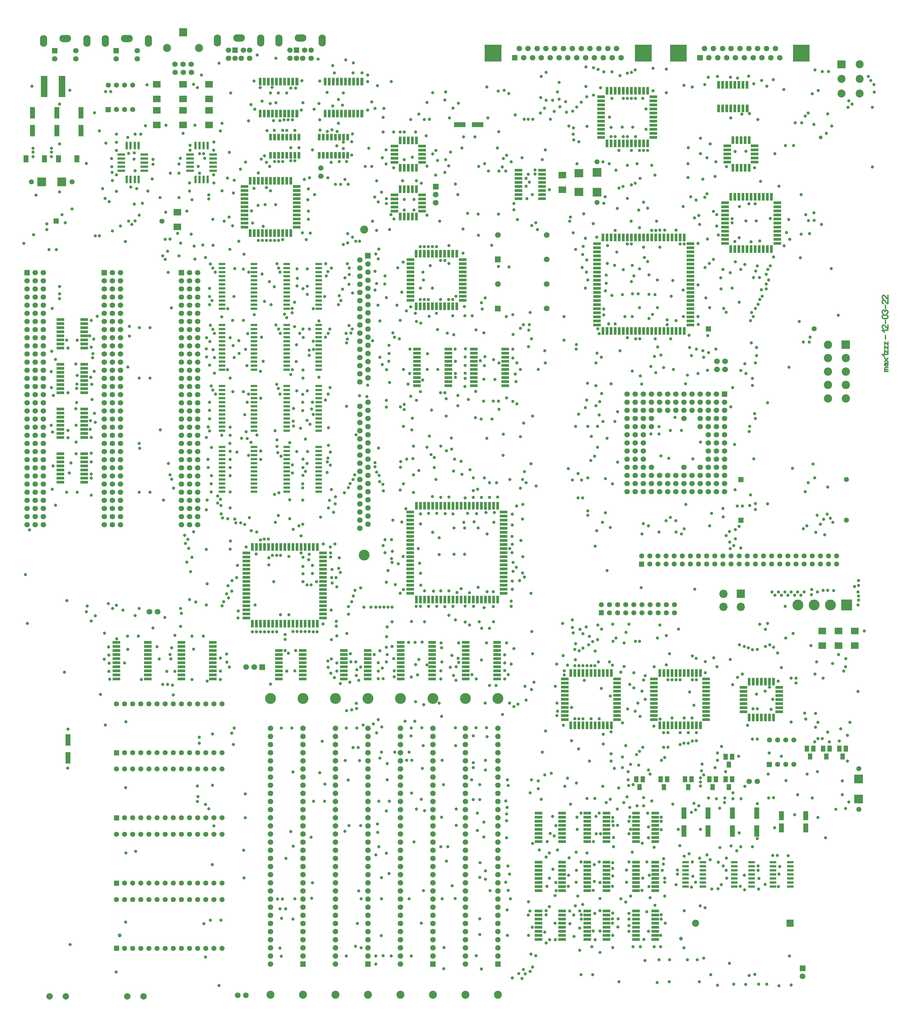
<source format=gbr>
%FSLAX34Y34*%
%MOMM*%
%LNSOLDERMASK_TOP*%
G71*
G01*
%ADD10C,1.000*%
%ADD11C,1.200*%
%ADD12C,1.600*%
%ADD13C,1.700*%
%ADD14R,0.840X2.400*%
%ADD15R,2.400X0.840*%
%ADD16R,0.800X2.400*%
%ADD17R,2.400X0.800*%
%ADD18C,1.720*%
%ADD19C,3.400*%
%ADD20C,2.500*%
%ADD21C,3.400*%
%ADD22C,2.500*%
%ADD23C,1.800*%
%ADD24R,3.600X1.600*%
%ADD25R,1.600X3.600*%
%ADD26C,1.600*%
%ADD27R,2.400X0.900*%
%ADD28R,2.150X0.800*%
%ADD29R,1.400X1.900*%
%ADD30C,2.200*%
%ADD31R,2.800X2.800*%
%ADD32R,1.500X2.300*%
%ADD33R,2.350X0.900*%
%ADD34R,2.100X0.800*%
%ADD35R,0.900X2.400*%
%ADD36R,0.900X2.000*%
%ADD37R,0.900X2.350*%
%ADD38R,2.350X2.050*%
%ADD39C,2.600*%
%ADD40C,3.400*%
%ADD41R,2.000X6.700*%
%ADD42C,1.720*%
%ADD43C,2.300*%
%ADD44C,1.800*%
%ADD45C,2.000*%
%ADD46C,2.500*%
%ADD47R,2.750X2.500*%
%ADD48C,0.422*%
%LPD*%
X210344Y-554831D02*
G54D10*
D03*
X2590006Y-384969D02*
G54D11*
D03*
X1584325Y-1233884D02*
G54D10*
D03*
X398462Y-2876947D02*
G54D11*
D03*
X2153047Y-2887662D02*
G54D11*
D03*
G36*
X380144Y-2298638D02*
X396144Y-2298638D01*
X396144Y-2314638D01*
X380144Y-2314638D01*
X380144Y-2298638D01*
G37*
X413544Y-2306638D02*
G54D12*
D03*
X438944Y-2306638D02*
G54D12*
D03*
X464344Y-2306638D02*
G54D12*
D03*
X489744Y-2306638D02*
G54D12*
D03*
X515144Y-2306638D02*
G54D12*
D03*
X540544Y-2306638D02*
G54D12*
D03*
X565944Y-2306638D02*
G54D12*
D03*
X591344Y-2306638D02*
G54D12*
D03*
X616744Y-2306638D02*
G54D12*
D03*
X642144Y-2306638D02*
G54D12*
D03*
X667544Y-2306638D02*
G54D12*
D03*
X692944Y-2306638D02*
G54D12*
D03*
X718343Y-2306638D02*
G54D12*
D03*
X718344Y-2154238D02*
G54D12*
D03*
X692944Y-2154238D02*
G54D12*
D03*
X667544Y-2154238D02*
G54D12*
D03*
X642144Y-2154238D02*
G54D12*
D03*
X616744Y-2154238D02*
G54D12*
D03*
X591344Y-2154238D02*
G54D12*
D03*
X565944Y-2154238D02*
G54D12*
D03*
X540544Y-2154238D02*
G54D12*
D03*
X515144Y-2154238D02*
G54D12*
D03*
X489744Y-2154238D02*
G54D12*
D03*
X464344Y-2154238D02*
G54D12*
D03*
X438944Y-2154238D02*
G54D12*
D03*
X413544Y-2154238D02*
G54D12*
D03*
X388144Y-2154238D02*
G54D12*
D03*
G36*
X380144Y-2501854D02*
X396144Y-2501854D01*
X396144Y-2517854D01*
X380144Y-2517854D01*
X380144Y-2501854D01*
G37*
X413544Y-2509854D02*
G54D12*
D03*
X438944Y-2509854D02*
G54D12*
D03*
X464344Y-2509854D02*
G54D12*
D03*
X489744Y-2509854D02*
G54D12*
D03*
X515144Y-2509854D02*
G54D12*
D03*
X540544Y-2509854D02*
G54D12*
D03*
X565944Y-2509854D02*
G54D12*
D03*
X591344Y-2509854D02*
G54D12*
D03*
X616744Y-2509854D02*
G54D12*
D03*
X642144Y-2509854D02*
G54D12*
D03*
X667544Y-2509854D02*
G54D12*
D03*
X692944Y-2509854D02*
G54D12*
D03*
X718343Y-2509854D02*
G54D12*
D03*
X718344Y-2357454D02*
G54D12*
D03*
X692944Y-2357454D02*
G54D12*
D03*
X667544Y-2357454D02*
G54D12*
D03*
X642144Y-2357454D02*
G54D12*
D03*
X616744Y-2357454D02*
G54D12*
D03*
X591344Y-2357454D02*
G54D12*
D03*
X565944Y-2357454D02*
G54D12*
D03*
X540544Y-2357454D02*
G54D12*
D03*
X515144Y-2357454D02*
G54D12*
D03*
X489744Y-2357454D02*
G54D12*
D03*
X464344Y-2357454D02*
G54D12*
D03*
X438944Y-2357454D02*
G54D12*
D03*
X413544Y-2357454D02*
G54D12*
D03*
X388144Y-2357453D02*
G54D12*
D03*
G36*
X380144Y-2705864D02*
X396144Y-2705864D01*
X396144Y-2721864D01*
X380144Y-2721864D01*
X380144Y-2705864D01*
G37*
X413544Y-2713864D02*
G54D12*
D03*
X438944Y-2713864D02*
G54D12*
D03*
X464344Y-2713864D02*
G54D12*
D03*
X489744Y-2713864D02*
G54D12*
D03*
X515144Y-2713864D02*
G54D12*
D03*
X540544Y-2713864D02*
G54D12*
D03*
X565944Y-2713864D02*
G54D12*
D03*
X591344Y-2713864D02*
G54D12*
D03*
X616744Y-2713864D02*
G54D12*
D03*
X642144Y-2713864D02*
G54D12*
D03*
X667544Y-2713864D02*
G54D12*
D03*
X692944Y-2713864D02*
G54D12*
D03*
X718343Y-2713864D02*
G54D12*
D03*
X718344Y-2561464D02*
G54D12*
D03*
X692944Y-2561464D02*
G54D12*
D03*
X667544Y-2561464D02*
G54D12*
D03*
X642144Y-2561464D02*
G54D12*
D03*
X616744Y-2561464D02*
G54D12*
D03*
X591344Y-2561464D02*
G54D12*
D03*
X565944Y-2561464D02*
G54D12*
D03*
X540544Y-2561464D02*
G54D12*
D03*
X515144Y-2561464D02*
G54D12*
D03*
X489744Y-2561464D02*
G54D12*
D03*
X464344Y-2561464D02*
G54D12*
D03*
X438944Y-2561464D02*
G54D12*
D03*
X413544Y-2561464D02*
G54D12*
D03*
X388144Y-2561464D02*
G54D12*
D03*
G36*
X380144Y-2909476D02*
X396144Y-2909476D01*
X396144Y-2925476D01*
X380144Y-2925476D01*
X380144Y-2909476D01*
G37*
X413544Y-2917476D02*
G54D12*
D03*
X438944Y-2917476D02*
G54D12*
D03*
X464344Y-2917476D02*
G54D12*
D03*
X489744Y-2917476D02*
G54D12*
D03*
X515144Y-2917476D02*
G54D12*
D03*
X540544Y-2917476D02*
G54D12*
D03*
X565944Y-2917476D02*
G54D12*
D03*
X591344Y-2917476D02*
G54D12*
D03*
X616744Y-2917476D02*
G54D12*
D03*
X642144Y-2917476D02*
G54D12*
D03*
X667544Y-2917476D02*
G54D12*
D03*
X692944Y-2917476D02*
G54D12*
D03*
X718343Y-2917477D02*
G54D12*
D03*
X718344Y-2765076D02*
G54D12*
D03*
X692944Y-2765076D02*
G54D12*
D03*
X667544Y-2765076D02*
G54D12*
D03*
X642144Y-2765076D02*
G54D12*
D03*
X616744Y-2765076D02*
G54D12*
D03*
X591344Y-2765076D02*
G54D12*
D03*
X565944Y-2765076D02*
G54D12*
D03*
X540544Y-2765076D02*
G54D12*
D03*
X515144Y-2765076D02*
G54D12*
D03*
X489744Y-2765076D02*
G54D12*
D03*
X464344Y-2765076D02*
G54D12*
D03*
X438944Y-2765076D02*
G54D12*
D03*
X413544Y-2765076D02*
G54D12*
D03*
X388144Y-2765077D02*
G54D12*
D03*
X108744Y-1543844D02*
G54D13*
D03*
X108744Y-1518444D02*
G54D13*
D03*
X108744Y-1493044D02*
G54D13*
D03*
X108744Y-1467644D02*
G54D13*
D03*
X108744Y-1442244D02*
G54D13*
D03*
X108744Y-1416844D02*
G54D13*
D03*
X108744Y-1391444D02*
G54D13*
D03*
X108744Y-1366043D02*
G54D13*
D03*
X108744Y-1340644D02*
G54D13*
D03*
X108744Y-1315244D02*
G54D13*
D03*
X108744Y-1289844D02*
G54D13*
D03*
X108744Y-1264444D02*
G54D13*
D03*
X108744Y-1239044D02*
G54D13*
D03*
X108744Y-1213644D02*
G54D13*
D03*
X108744Y-1188244D02*
G54D13*
D03*
X108744Y-1162843D02*
G54D13*
D03*
X108744Y-1137443D02*
G54D13*
D03*
X108744Y-1112044D02*
G54D13*
D03*
X108744Y-1086643D02*
G54D13*
D03*
X108744Y-1061244D02*
G54D13*
D03*
X108744Y-1035844D02*
G54D13*
D03*
X108744Y-1010444D02*
G54D13*
D03*
X108744Y-985044D02*
G54D13*
D03*
X108744Y-959644D02*
G54D13*
D03*
X108744Y-934244D02*
G54D13*
D03*
X108744Y-908844D02*
G54D13*
D03*
X108744Y-883444D02*
G54D13*
D03*
X108744Y-858044D02*
G54D13*
D03*
X108744Y-832644D02*
G54D13*
D03*
G36*
X100244Y-815744D02*
X100244Y-798744D01*
X117244Y-798744D01*
X117244Y-815744D01*
X100244Y-815744D01*
G37*
X108744Y-1594644D02*
G54D13*
D03*
X108744Y-1569244D02*
G54D13*
D03*
X134144Y-1543844D02*
G54D13*
D03*
X134144Y-1518444D02*
G54D13*
D03*
X134144Y-1493044D02*
G54D13*
D03*
X134144Y-1467644D02*
G54D13*
D03*
X134144Y-1442244D02*
G54D13*
D03*
X134144Y-1416844D02*
G54D13*
D03*
X134144Y-1391444D02*
G54D13*
D03*
X134144Y-1366044D02*
G54D13*
D03*
X134144Y-1340644D02*
G54D13*
D03*
X134144Y-1315244D02*
G54D13*
D03*
X134144Y-1289844D02*
G54D13*
D03*
X134144Y-1264444D02*
G54D13*
D03*
X134144Y-1239044D02*
G54D13*
D03*
X134144Y-1213643D02*
G54D13*
D03*
X134144Y-1188243D02*
G54D13*
D03*
X134144Y-1162843D02*
G54D13*
D03*
X134144Y-1137443D02*
G54D13*
D03*
X134144Y-1112043D02*
G54D13*
D03*
X134144Y-1086643D02*
G54D13*
D03*
X134144Y-1061244D02*
G54D13*
D03*
X134144Y-1035844D02*
G54D13*
D03*
X134144Y-1010444D02*
G54D13*
D03*
X134144Y-985044D02*
G54D13*
D03*
X134144Y-959644D02*
G54D13*
D03*
X134144Y-934244D02*
G54D13*
D03*
X134144Y-908844D02*
G54D13*
D03*
X134144Y-883444D02*
G54D13*
D03*
X134144Y-858044D02*
G54D13*
D03*
X134144Y-832644D02*
G54D13*
D03*
X134144Y-807244D02*
G54D13*
D03*
X134144Y-1594644D02*
G54D13*
D03*
X134144Y-1569244D02*
G54D13*
D03*
X159544Y-1543844D02*
G54D13*
D03*
X159544Y-1518444D02*
G54D13*
D03*
X159544Y-1493044D02*
G54D13*
D03*
X159544Y-1467644D02*
G54D13*
D03*
X159544Y-1442244D02*
G54D13*
D03*
X159544Y-1416844D02*
G54D13*
D03*
X159544Y-1391444D02*
G54D13*
D03*
X159544Y-1366044D02*
G54D13*
D03*
X159544Y-1340644D02*
G54D13*
D03*
X159544Y-1315244D02*
G54D13*
D03*
X159544Y-1289844D02*
G54D13*
D03*
X159544Y-1264444D02*
G54D13*
D03*
X159544Y-1239044D02*
G54D13*
D03*
X159544Y-1213644D02*
G54D13*
D03*
X159544Y-1188244D02*
G54D13*
D03*
X159544Y-1162843D02*
G54D13*
D03*
X159544Y-1137443D02*
G54D13*
D03*
X159544Y-1112044D02*
G54D13*
D03*
X159544Y-1086643D02*
G54D13*
D03*
X159544Y-1061244D02*
G54D13*
D03*
X159544Y-1035844D02*
G54D13*
D03*
X159544Y-1010444D02*
G54D13*
D03*
X159544Y-985044D02*
G54D13*
D03*
X159544Y-959644D02*
G54D13*
D03*
X159544Y-934244D02*
G54D13*
D03*
X159544Y-908844D02*
G54D13*
D03*
X159544Y-883444D02*
G54D13*
D03*
X159544Y-858044D02*
G54D13*
D03*
X159544Y-832644D02*
G54D13*
D03*
X159544Y-807244D02*
G54D13*
D03*
X159544Y-1594644D02*
G54D13*
D03*
X159544Y-1569244D02*
G54D13*
D03*
X350044Y-1543844D02*
G54D13*
D03*
X350044Y-1518444D02*
G54D13*
D03*
X350044Y-1493044D02*
G54D13*
D03*
X350044Y-1467644D02*
G54D13*
D03*
X350044Y-1442244D02*
G54D13*
D03*
X350044Y-1416844D02*
G54D13*
D03*
X350044Y-1391444D02*
G54D13*
D03*
X350044Y-1366043D02*
G54D13*
D03*
X350044Y-1340644D02*
G54D13*
D03*
X350044Y-1315244D02*
G54D13*
D03*
X350044Y-1289844D02*
G54D13*
D03*
X350044Y-1264444D02*
G54D13*
D03*
X350044Y-1239044D02*
G54D13*
D03*
X350044Y-1213644D02*
G54D13*
D03*
X350044Y-1188244D02*
G54D13*
D03*
X350044Y-1162843D02*
G54D13*
D03*
X350044Y-1137443D02*
G54D13*
D03*
X350044Y-1112044D02*
G54D13*
D03*
X350044Y-1086643D02*
G54D13*
D03*
X350044Y-1061244D02*
G54D13*
D03*
X350044Y-1035844D02*
G54D13*
D03*
X350044Y-1010444D02*
G54D13*
D03*
X350044Y-985044D02*
G54D13*
D03*
X350044Y-959644D02*
G54D13*
D03*
X350044Y-934244D02*
G54D13*
D03*
X350044Y-908844D02*
G54D13*
D03*
X350044Y-883444D02*
G54D13*
D03*
X350044Y-858044D02*
G54D13*
D03*
X350044Y-832644D02*
G54D13*
D03*
G36*
X341544Y-815744D02*
X341544Y-798744D01*
X358544Y-798744D01*
X358544Y-815744D01*
X341544Y-815744D01*
G37*
X350044Y-1594644D02*
G54D13*
D03*
X350044Y-1569244D02*
G54D13*
D03*
X375444Y-1543844D02*
G54D13*
D03*
X375444Y-1518444D02*
G54D13*
D03*
X375444Y-1493044D02*
G54D13*
D03*
X375444Y-1467644D02*
G54D13*
D03*
X375444Y-1442244D02*
G54D13*
D03*
X375444Y-1416844D02*
G54D13*
D03*
X375444Y-1391444D02*
G54D13*
D03*
X375444Y-1366044D02*
G54D13*
D03*
X375444Y-1340644D02*
G54D13*
D03*
X375444Y-1315244D02*
G54D13*
D03*
X375444Y-1289844D02*
G54D13*
D03*
X375444Y-1264444D02*
G54D13*
D03*
X375444Y-1239044D02*
G54D13*
D03*
X375444Y-1213643D02*
G54D13*
D03*
X375444Y-1188243D02*
G54D13*
D03*
X375444Y-1162843D02*
G54D13*
D03*
X375444Y-1137443D02*
G54D13*
D03*
X375444Y-1112043D02*
G54D13*
D03*
X375444Y-1086643D02*
G54D13*
D03*
X375444Y-1061244D02*
G54D13*
D03*
X375444Y-1035844D02*
G54D13*
D03*
X375444Y-1010444D02*
G54D13*
D03*
X375444Y-985044D02*
G54D13*
D03*
X375444Y-959644D02*
G54D13*
D03*
X375444Y-934244D02*
G54D13*
D03*
X375444Y-908844D02*
G54D13*
D03*
X375444Y-883444D02*
G54D13*
D03*
X375444Y-858044D02*
G54D13*
D03*
X375444Y-832644D02*
G54D13*
D03*
X375444Y-807244D02*
G54D13*
D03*
X375444Y-1594644D02*
G54D13*
D03*
X375444Y-1569244D02*
G54D13*
D03*
X400844Y-1543844D02*
G54D13*
D03*
X400844Y-1518444D02*
G54D13*
D03*
X400844Y-1493044D02*
G54D13*
D03*
X400844Y-1467644D02*
G54D13*
D03*
X400844Y-1442244D02*
G54D13*
D03*
X400844Y-1416844D02*
G54D13*
D03*
X400844Y-1391444D02*
G54D13*
D03*
X400844Y-1366044D02*
G54D13*
D03*
X400844Y-1340644D02*
G54D13*
D03*
X400844Y-1315244D02*
G54D13*
D03*
X400844Y-1289844D02*
G54D13*
D03*
X400844Y-1264444D02*
G54D13*
D03*
X400844Y-1239044D02*
G54D13*
D03*
X400844Y-1213644D02*
G54D13*
D03*
X400844Y-1188244D02*
G54D13*
D03*
X400844Y-1162843D02*
G54D13*
D03*
X400844Y-1137443D02*
G54D13*
D03*
X400844Y-1112044D02*
G54D13*
D03*
X400844Y-1086643D02*
G54D13*
D03*
X400844Y-1061244D02*
G54D13*
D03*
X400844Y-1035844D02*
G54D13*
D03*
X400844Y-1010444D02*
G54D13*
D03*
X400844Y-985044D02*
G54D13*
D03*
X400844Y-959644D02*
G54D13*
D03*
X400844Y-934244D02*
G54D13*
D03*
X400844Y-908844D02*
G54D13*
D03*
X400844Y-883444D02*
G54D13*
D03*
X400844Y-858044D02*
G54D13*
D03*
X400844Y-832644D02*
G54D13*
D03*
X400844Y-807244D02*
G54D13*
D03*
X400844Y-1594644D02*
G54D13*
D03*
X400844Y-1569244D02*
G54D13*
D03*
X591344Y-1543844D02*
G54D13*
D03*
X591344Y-1518444D02*
G54D13*
D03*
X591344Y-1493044D02*
G54D13*
D03*
X591344Y-1467644D02*
G54D13*
D03*
X591344Y-1442244D02*
G54D13*
D03*
X591344Y-1416844D02*
G54D13*
D03*
X591344Y-1391444D02*
G54D13*
D03*
X591344Y-1366043D02*
G54D13*
D03*
X591344Y-1340644D02*
G54D13*
D03*
X591344Y-1315244D02*
G54D13*
D03*
X591344Y-1289844D02*
G54D13*
D03*
X591344Y-1264444D02*
G54D13*
D03*
X591344Y-1239044D02*
G54D13*
D03*
X591344Y-1213644D02*
G54D13*
D03*
X591344Y-1188244D02*
G54D13*
D03*
X591344Y-1162843D02*
G54D13*
D03*
X591344Y-1137443D02*
G54D13*
D03*
X591344Y-1112044D02*
G54D13*
D03*
X591344Y-1086643D02*
G54D13*
D03*
X591344Y-1061244D02*
G54D13*
D03*
X591344Y-1035844D02*
G54D13*
D03*
X591344Y-1010444D02*
G54D13*
D03*
X591344Y-985044D02*
G54D13*
D03*
X591344Y-959644D02*
G54D13*
D03*
X591344Y-934244D02*
G54D13*
D03*
X591344Y-908844D02*
G54D13*
D03*
X591344Y-883444D02*
G54D13*
D03*
X591344Y-858044D02*
G54D13*
D03*
X591344Y-832644D02*
G54D13*
D03*
G36*
X582844Y-815744D02*
X582844Y-798744D01*
X599844Y-798744D01*
X599844Y-815744D01*
X582844Y-815744D01*
G37*
X591344Y-1594644D02*
G54D13*
D03*
X591344Y-1569244D02*
G54D13*
D03*
X616744Y-1543844D02*
G54D13*
D03*
X616744Y-1518444D02*
G54D13*
D03*
X616744Y-1493044D02*
G54D13*
D03*
X616744Y-1467644D02*
G54D13*
D03*
X616744Y-1442244D02*
G54D13*
D03*
X616744Y-1416844D02*
G54D13*
D03*
X616744Y-1391444D02*
G54D13*
D03*
X616744Y-1366044D02*
G54D13*
D03*
X616744Y-1340644D02*
G54D13*
D03*
X616744Y-1315244D02*
G54D13*
D03*
X616744Y-1289844D02*
G54D13*
D03*
X616744Y-1264444D02*
G54D13*
D03*
X616744Y-1239044D02*
G54D13*
D03*
X616744Y-1213643D02*
G54D13*
D03*
X616744Y-1188243D02*
G54D13*
D03*
X616744Y-1162843D02*
G54D13*
D03*
X616744Y-1137443D02*
G54D13*
D03*
X616744Y-1112043D02*
G54D13*
D03*
X616744Y-1086643D02*
G54D13*
D03*
X616744Y-1061244D02*
G54D13*
D03*
X616744Y-1035844D02*
G54D13*
D03*
X616744Y-1010444D02*
G54D13*
D03*
X616744Y-985044D02*
G54D13*
D03*
X616744Y-959644D02*
G54D13*
D03*
X616744Y-934244D02*
G54D13*
D03*
X616744Y-908844D02*
G54D13*
D03*
X616744Y-883444D02*
G54D13*
D03*
X616744Y-858044D02*
G54D13*
D03*
X616744Y-832644D02*
G54D13*
D03*
X616744Y-807244D02*
G54D13*
D03*
X616744Y-1594644D02*
G54D13*
D03*
X616744Y-1569244D02*
G54D13*
D03*
X642144Y-1543844D02*
G54D13*
D03*
X642144Y-1518444D02*
G54D13*
D03*
X642144Y-1493044D02*
G54D13*
D03*
X642144Y-1467644D02*
G54D13*
D03*
X642144Y-1442244D02*
G54D13*
D03*
X642144Y-1416844D02*
G54D13*
D03*
X642144Y-1391444D02*
G54D13*
D03*
X642144Y-1366044D02*
G54D13*
D03*
X642144Y-1340644D02*
G54D13*
D03*
X642144Y-1315244D02*
G54D13*
D03*
X642144Y-1289844D02*
G54D13*
D03*
X642144Y-1264444D02*
G54D13*
D03*
X642144Y-1239044D02*
G54D13*
D03*
X642144Y-1213644D02*
G54D13*
D03*
X642144Y-1188244D02*
G54D13*
D03*
X642144Y-1162843D02*
G54D13*
D03*
X642144Y-1137443D02*
G54D13*
D03*
X642144Y-1112044D02*
G54D13*
D03*
X642144Y-1086643D02*
G54D13*
D03*
X642144Y-1061244D02*
G54D13*
D03*
X642144Y-1035844D02*
G54D13*
D03*
X642144Y-1010444D02*
G54D13*
D03*
X642144Y-985044D02*
G54D13*
D03*
X642144Y-959644D02*
G54D13*
D03*
X642144Y-934244D02*
G54D13*
D03*
X642144Y-908844D02*
G54D13*
D03*
X642144Y-883444D02*
G54D13*
D03*
X642144Y-858044D02*
G54D13*
D03*
X642144Y-832644D02*
G54D13*
D03*
X642144Y-807244D02*
G54D13*
D03*
X642144Y-1594644D02*
G54D13*
D03*
X642144Y-1569244D02*
G54D13*
D03*
X869950Y-683496D02*
G54D14*
D03*
X882650Y-683496D02*
G54D14*
D03*
X895350Y-683496D02*
G54D14*
D03*
X908050Y-683496D02*
G54D14*
D03*
X920751Y-683496D02*
G54D14*
D03*
X933451Y-683496D02*
G54D14*
D03*
X951745Y-665201D02*
G54D15*
D03*
X951745Y-652500D02*
G54D15*
D03*
X951745Y-639800D02*
G54D15*
D03*
X951745Y-627100D02*
G54D15*
D03*
X951745Y-614400D02*
G54D15*
D03*
X951745Y-601700D02*
G54D15*
D03*
X951745Y-589000D02*
G54D15*
D03*
X951745Y-576300D02*
G54D15*
D03*
X951745Y-563600D02*
G54D15*
D03*
X951745Y-550900D02*
G54D15*
D03*
X951745Y-538200D02*
G54D15*
D03*
X933451Y-519906D02*
G54D14*
D03*
X920751Y-519906D02*
G54D14*
D03*
X908050Y-519906D02*
G54D14*
D03*
X895350Y-519906D02*
G54D14*
D03*
X882650Y-519906D02*
G54D14*
D03*
X869950Y-519906D02*
G54D14*
D03*
X857250Y-519906D02*
G54D14*
D03*
X844550Y-519906D02*
G54D14*
D03*
X831850Y-519906D02*
G54D14*
D03*
X819150Y-519906D02*
G54D14*
D03*
X806450Y-519906D02*
G54D14*
D03*
X788156Y-538200D02*
G54D15*
D03*
X788156Y-550900D02*
G54D15*
D03*
X788156Y-563600D02*
G54D15*
D03*
X788156Y-576300D02*
G54D15*
D03*
X788156Y-589000D02*
G54D15*
D03*
X788156Y-601700D02*
G54D15*
D03*
X788156Y-614400D02*
G54D15*
D03*
X788156Y-627100D02*
G54D15*
D03*
X788156Y-639800D02*
G54D15*
D03*
X788156Y-652500D02*
G54D15*
D03*
X788156Y-665201D02*
G54D15*
D03*
X806450Y-683496D02*
G54D14*
D03*
X819150Y-683496D02*
G54D14*
D03*
X831850Y-683496D02*
G54D14*
D03*
X844550Y-683496D02*
G54D14*
D03*
X857250Y-683496D02*
G54D14*
D03*
X647600Y-409972D02*
G54D16*
D03*
X635000Y-409972D02*
G54D16*
D03*
X618000Y-437572D02*
G54D17*
D03*
X618000Y-450272D02*
G54D17*
D03*
X618000Y-462972D02*
G54D17*
D03*
X618000Y-475672D02*
G54D17*
D03*
X618000Y-488372D02*
G54D17*
D03*
X635000Y-515972D02*
G54D16*
D03*
X647600Y-515972D02*
G54D16*
D03*
X660400Y-515972D02*
G54D16*
D03*
X673000Y-515972D02*
G54D16*
D03*
X690000Y-488372D02*
G54D17*
D03*
X690000Y-475672D02*
G54D17*
D03*
X690000Y-462972D02*
G54D17*
D03*
X690000Y-450272D02*
G54D17*
D03*
X690000Y-437572D02*
G54D17*
D03*
X673000Y-409972D02*
G54D16*
D03*
X660400Y-409972D02*
G54D16*
D03*
X432494Y-409972D02*
G54D16*
D03*
X419894Y-409972D02*
G54D16*
D03*
X402894Y-437572D02*
G54D17*
D03*
X402894Y-450272D02*
G54D17*
D03*
X402894Y-462972D02*
G54D17*
D03*
X402894Y-475672D02*
G54D17*
D03*
X402894Y-488372D02*
G54D17*
D03*
X419894Y-515972D02*
G54D16*
D03*
X432494Y-515972D02*
G54D16*
D03*
X445294Y-515972D02*
G54D16*
D03*
X457894Y-515972D02*
G54D16*
D03*
X474894Y-488372D02*
G54D17*
D03*
X474894Y-475672D02*
G54D17*
D03*
X474894Y-462972D02*
G54D17*
D03*
X474894Y-450272D02*
G54D17*
D03*
X474894Y-437572D02*
G54D17*
D03*
X457894Y-409972D02*
G54D16*
D03*
X445294Y-409972D02*
G54D16*
D03*
X1470858Y-829904D02*
G54D15*
D03*
X1470858Y-817204D02*
G54D15*
D03*
X1470858Y-804504D02*
G54D15*
D03*
X1470858Y-791804D02*
G54D15*
D03*
X1470858Y-779103D02*
G54D15*
D03*
X1470858Y-766403D02*
G54D15*
D03*
X1452563Y-748110D02*
G54D14*
D03*
X1439862Y-748110D02*
G54D14*
D03*
X1427162Y-748110D02*
G54D14*
D03*
X1414462Y-748110D02*
G54D14*
D03*
X1401762Y-748110D02*
G54D14*
D03*
X1389062Y-748110D02*
G54D14*
D03*
X1376362Y-748110D02*
G54D14*
D03*
X1363662Y-748110D02*
G54D14*
D03*
X1350962Y-748110D02*
G54D14*
D03*
X1338262Y-748110D02*
G54D14*
D03*
X1325562Y-748110D02*
G54D14*
D03*
X1307268Y-766403D02*
G54D15*
D03*
X1307268Y-779103D02*
G54D15*
D03*
X1307268Y-791804D02*
G54D15*
D03*
X1307268Y-804504D02*
G54D15*
D03*
X1307268Y-817204D02*
G54D15*
D03*
X1307268Y-829904D02*
G54D15*
D03*
X1307268Y-842604D02*
G54D15*
D03*
X1307268Y-855304D02*
G54D15*
D03*
X1307268Y-868004D02*
G54D15*
D03*
X1307268Y-880704D02*
G54D15*
D03*
X1307268Y-893404D02*
G54D15*
D03*
X1325562Y-911698D02*
G54D14*
D03*
X1338262Y-911698D02*
G54D14*
D03*
X1350962Y-911698D02*
G54D14*
D03*
X1363662Y-911698D02*
G54D14*
D03*
X1376362Y-911698D02*
G54D14*
D03*
X1389062Y-911698D02*
G54D14*
D03*
X1401762Y-911698D02*
G54D14*
D03*
X1414462Y-911698D02*
G54D14*
D03*
X1427162Y-911698D02*
G54D14*
D03*
X1439862Y-911698D02*
G54D14*
D03*
X1452563Y-911698D02*
G54D14*
D03*
X1470858Y-893404D02*
G54D15*
D03*
X1470858Y-880704D02*
G54D15*
D03*
X1470858Y-868004D02*
G54D15*
D03*
X1470858Y-855304D02*
G54D15*
D03*
X1470858Y-842604D02*
G54D15*
D03*
X1985566Y-239315D02*
G54D14*
D03*
X1972867Y-239315D02*
G54D14*
D03*
X1960167Y-239315D02*
G54D14*
D03*
X1947466Y-239315D02*
G54D14*
D03*
X1934766Y-239316D02*
G54D14*
D03*
X1922066Y-239316D02*
G54D14*
D03*
X1903772Y-257610D02*
G54D15*
D03*
X1903772Y-270311D02*
G54D15*
D03*
X1903772Y-283011D02*
G54D15*
D03*
X1903772Y-295711D02*
G54D15*
D03*
X1903772Y-308410D02*
G54D15*
D03*
X1903772Y-321111D02*
G54D15*
D03*
X1903772Y-333811D02*
G54D15*
D03*
X1903772Y-346511D02*
G54D15*
D03*
X1903772Y-359211D02*
G54D15*
D03*
X1903772Y-371911D02*
G54D15*
D03*
X1903772Y-384611D02*
G54D15*
D03*
X1922066Y-402905D02*
G54D14*
D03*
X1934766Y-402904D02*
G54D14*
D03*
X1947466Y-402904D02*
G54D14*
D03*
X1960167Y-402904D02*
G54D14*
D03*
X1972867Y-402904D02*
G54D14*
D03*
X1985566Y-402904D02*
G54D14*
D03*
X1998266Y-402904D02*
G54D14*
D03*
X2010966Y-402904D02*
G54D14*
D03*
X2023666Y-402904D02*
G54D14*
D03*
X2036367Y-402905D02*
G54D14*
D03*
X2049067Y-402904D02*
G54D14*
D03*
X2067360Y-384611D02*
G54D15*
D03*
X2067360Y-371911D02*
G54D15*
D03*
X2067360Y-359211D02*
G54D15*
D03*
X2067360Y-346511D02*
G54D15*
D03*
X2067360Y-333811D02*
G54D15*
D03*
X2067360Y-321111D02*
G54D15*
D03*
X2067360Y-308411D02*
G54D15*
D03*
X2067360Y-295711D02*
G54D15*
D03*
X2067360Y-283011D02*
G54D15*
D03*
X2067360Y-270311D02*
G54D15*
D03*
X2067360Y-257610D02*
G54D15*
D03*
X2049067Y-239316D02*
G54D14*
D03*
X2036366Y-239315D02*
G54D14*
D03*
X2023667Y-239315D02*
G54D14*
D03*
X2010966Y-239315D02*
G54D14*
D03*
X1998266Y-239315D02*
G54D14*
D03*
X2454711Y-651708D02*
G54D15*
D03*
X2454710Y-639008D02*
G54D15*
D03*
X2454710Y-626308D02*
G54D15*
D03*
X2454711Y-613607D02*
G54D15*
D03*
X2454710Y-600907D02*
G54D15*
D03*
X2454710Y-588206D02*
G54D15*
D03*
X2436415Y-569913D02*
G54D14*
D03*
X2423714Y-569913D02*
G54D14*
D03*
X2411015Y-569913D02*
G54D14*
D03*
X2398315Y-569912D02*
G54D14*
D03*
X2385615Y-569912D02*
G54D14*
D03*
X2372915Y-569912D02*
G54D14*
D03*
X2360215Y-569913D02*
G54D14*
D03*
X2347515Y-569913D02*
G54D14*
D03*
X2334815Y-569913D02*
G54D14*
D03*
X2322114Y-569913D02*
G54D14*
D03*
G36*
X2305214Y-557913D02*
X2313614Y-557913D01*
X2313616Y-581913D01*
X2305216Y-581913D01*
X2305214Y-557913D01*
G37*
X2291121Y-588207D02*
G54D15*
D03*
X2291121Y-600906D02*
G54D15*
D03*
X2291121Y-613607D02*
G54D15*
D03*
X2291121Y-626308D02*
G54D15*
D03*
X2291121Y-639008D02*
G54D15*
D03*
X2291121Y-651708D02*
G54D15*
D03*
X2291121Y-664408D02*
G54D15*
D03*
X2291121Y-677108D02*
G54D15*
D03*
X2291121Y-689808D02*
G54D15*
D03*
X2291121Y-702508D02*
G54D15*
D03*
X2291121Y-715208D02*
G54D15*
D03*
X2309415Y-733502D02*
G54D14*
D03*
X2322115Y-733502D02*
G54D14*
D03*
X2334815Y-733502D02*
G54D14*
D03*
X2347514Y-733502D02*
G54D14*
D03*
G36*
X2356013Y-721502D02*
X2364413Y-721502D01*
X2364416Y-745502D01*
X2356016Y-745502D01*
X2356013Y-721502D01*
G37*
G36*
X2368713Y-721502D02*
X2377113Y-721502D01*
X2377116Y-745502D01*
X2368716Y-745502D01*
X2368713Y-721502D01*
G37*
G36*
X2381413Y-721502D02*
X2389813Y-721502D01*
X2389816Y-745502D01*
X2381416Y-745502D01*
X2381413Y-721502D01*
G37*
G36*
X2394114Y-721502D02*
X2402514Y-721502D01*
X2402516Y-745502D01*
X2394116Y-745502D01*
X2394114Y-721502D01*
G37*
X2411015Y-733502D02*
G54D14*
D03*
X2423715Y-733502D02*
G54D14*
D03*
G36*
X2432214Y-721502D02*
X2440614Y-721500D01*
X2440617Y-745500D01*
X2432217Y-745502D01*
X2432214Y-721502D01*
G37*
X2454710Y-715208D02*
G54D15*
D03*
X2454710Y-702508D02*
G54D15*
D03*
X2454711Y-689808D02*
G54D15*
D03*
X2454711Y-677108D02*
G54D15*
D03*
X2454710Y-664408D02*
G54D15*
D03*
X2297906Y-436166D02*
G54D15*
D03*
X2297906Y-448866D02*
G54D15*
D03*
X2297906Y-461566D02*
G54D15*
D03*
X2315506Y-479166D02*
G54D14*
D03*
X2328206Y-479166D02*
G54D14*
D03*
X2340906Y-479166D02*
G54D14*
D03*
X2353606Y-479166D02*
G54D14*
D03*
X2366306Y-479166D02*
G54D14*
D03*
X2383906Y-461566D02*
G54D15*
D03*
X2383906Y-448866D02*
G54D15*
D03*
X2383906Y-436166D02*
G54D15*
D03*
X2383906Y-423466D02*
G54D15*
D03*
X2383906Y-410766D02*
G54D15*
D03*
X2366306Y-393166D02*
G54D14*
D03*
X2353606Y-393166D02*
G54D14*
D03*
X2340906Y-393166D02*
G54D14*
D03*
X2328206Y-393166D02*
G54D14*
D03*
X2315506Y-393166D02*
G54D14*
D03*
X2297906Y-410766D02*
G54D15*
D03*
X2297906Y-423466D02*
G54D15*
D03*
X1300560Y-546100D02*
G54D14*
D03*
X1287860Y-546100D02*
G54D14*
D03*
X1275160Y-546100D02*
G54D14*
D03*
X1257560Y-563700D02*
G54D15*
D03*
X1257560Y-576400D02*
G54D15*
D03*
X1257560Y-589100D02*
G54D15*
D03*
X1257560Y-601800D02*
G54D15*
D03*
X1257560Y-614500D02*
G54D15*
D03*
X1275160Y-632100D02*
G54D14*
D03*
X1287860Y-632100D02*
G54D14*
D03*
X1300560Y-632100D02*
G54D14*
D03*
X1313260Y-632100D02*
G54D14*
D03*
X1325960Y-632100D02*
G54D14*
D03*
X1343560Y-614500D02*
G54D15*
D03*
X1343560Y-601800D02*
G54D15*
D03*
X1343560Y-589100D02*
G54D15*
D03*
X1343560Y-576400D02*
G54D15*
D03*
X1343560Y-563700D02*
G54D15*
D03*
X1325960Y-546100D02*
G54D14*
D03*
X1313260Y-546100D02*
G54D14*
D03*
X1300560Y-393700D02*
G54D14*
D03*
X1287860Y-393700D02*
G54D14*
D03*
X1275160Y-393700D02*
G54D14*
D03*
X1257560Y-411300D02*
G54D15*
D03*
X1257560Y-424000D02*
G54D15*
D03*
X1257560Y-436700D02*
G54D15*
D03*
X1257560Y-449400D02*
G54D15*
D03*
X1257560Y-462100D02*
G54D15*
D03*
X1275160Y-479700D02*
G54D14*
D03*
X1287860Y-479700D02*
G54D14*
D03*
X1300560Y-479700D02*
G54D14*
D03*
X1313260Y-479700D02*
G54D14*
D03*
X1325960Y-479700D02*
G54D14*
D03*
X1343560Y-462100D02*
G54D15*
D03*
X1343560Y-449400D02*
G54D15*
D03*
X1343560Y-436700D02*
G54D15*
D03*
X1343560Y-424000D02*
G54D15*
D03*
X1343560Y-411300D02*
G54D15*
D03*
X1325960Y-393700D02*
G54D14*
D03*
X1313260Y-393700D02*
G54D14*
D03*
X1872061Y-2057797D02*
G54D14*
D03*
X1859361Y-2057797D02*
G54D14*
D03*
X1846660Y-2057797D02*
G54D14*
D03*
X1833960Y-2057797D02*
G54D14*
D03*
X1821259Y-2057797D02*
G54D14*
D03*
X1808559Y-2057797D02*
G54D14*
D03*
X1790266Y-2076092D02*
G54D15*
D03*
X1790266Y-2088793D02*
G54D15*
D03*
X1790266Y-2101492D02*
G54D15*
D03*
X1790266Y-2114192D02*
G54D15*
D03*
X1790266Y-2126892D02*
G54D15*
D03*
X1790266Y-2139592D02*
G54D15*
D03*
X1790266Y-2152292D02*
G54D15*
D03*
X1790266Y-2164992D02*
G54D15*
D03*
X1790266Y-2177692D02*
G54D15*
D03*
X1790266Y-2190392D02*
G54D15*
D03*
X1790266Y-2203092D02*
G54D15*
D03*
X1808560Y-2221386D02*
G54D14*
D03*
X1821259Y-2221386D02*
G54D14*
D03*
X1833960Y-2221386D02*
G54D14*
D03*
X1846660Y-2221386D02*
G54D14*
D03*
X1859360Y-2221386D02*
G54D14*
D03*
X1872061Y-2221386D02*
G54D14*
D03*
X1884761Y-2221386D02*
G54D14*
D03*
X1897461Y-2221386D02*
G54D14*
D03*
X1910160Y-2221386D02*
G54D14*
D03*
X1922861Y-2221386D02*
G54D14*
D03*
X1935561Y-2221386D02*
G54D14*
D03*
X1953854Y-2203092D02*
G54D15*
D03*
X1953854Y-2190392D02*
G54D15*
D03*
X1953854Y-2177692D02*
G54D15*
D03*
X1953854Y-2164992D02*
G54D15*
D03*
X1953854Y-2152292D02*
G54D15*
D03*
X1953854Y-2139592D02*
G54D15*
D03*
X1953854Y-2126892D02*
G54D15*
D03*
X1953854Y-2114192D02*
G54D15*
D03*
X1953854Y-2101492D02*
G54D15*
D03*
X1953854Y-2088793D02*
G54D15*
D03*
X1953854Y-2076092D02*
G54D15*
D03*
X1935560Y-2057797D02*
G54D14*
D03*
X1922860Y-2057797D02*
G54D14*
D03*
X1910160Y-2057797D02*
G54D14*
D03*
X1897460Y-2057797D02*
G54D14*
D03*
X1884760Y-2057797D02*
G54D14*
D03*
X2150666Y-2057797D02*
G54D14*
D03*
X2137967Y-2057797D02*
G54D14*
D03*
X2125266Y-2057797D02*
G54D14*
D03*
X2112566Y-2057796D02*
G54D14*
D03*
X2099865Y-2057797D02*
G54D14*
D03*
X2087166Y-2057797D02*
G54D14*
D03*
X2068872Y-2076092D02*
G54D15*
D03*
X2068872Y-2088791D02*
G54D15*
D03*
X2068872Y-2101492D02*
G54D15*
D03*
X2068872Y-2114192D02*
G54D15*
D03*
X2068872Y-2126892D02*
G54D15*
D03*
X2068872Y-2139592D02*
G54D15*
D03*
X2068872Y-2152292D02*
G54D15*
D03*
X2068872Y-2164992D02*
G54D15*
D03*
X2068872Y-2177692D02*
G54D15*
D03*
X2068872Y-2190392D02*
G54D15*
D03*
X2068872Y-2203092D02*
G54D15*
D03*
X2087166Y-2221386D02*
G54D14*
D03*
X2099865Y-2221386D02*
G54D14*
D03*
X2112566Y-2221386D02*
G54D14*
D03*
X2125267Y-2221386D02*
G54D14*
D03*
X2137967Y-2221386D02*
G54D14*
D03*
X2150667Y-2221386D02*
G54D14*
D03*
X2163367Y-2221386D02*
G54D14*
D03*
X2176067Y-2221386D02*
G54D14*
D03*
X2188766Y-2221386D02*
G54D14*
D03*
X2201467Y-2221386D02*
G54D14*
D03*
X2214168Y-2221386D02*
G54D14*
D03*
X2232462Y-2203092D02*
G54D15*
D03*
X2232462Y-2190392D02*
G54D15*
D03*
X2232463Y-2177692D02*
G54D15*
D03*
X2232462Y-2164992D02*
G54D15*
D03*
X2232462Y-2152292D02*
G54D15*
D03*
X2232462Y-2139592D02*
G54D15*
D03*
X2232462Y-2126892D02*
G54D15*
D03*
X2232462Y-2114192D02*
G54D15*
D03*
X2232462Y-2101492D02*
G54D15*
D03*
X2232462Y-2088791D02*
G54D15*
D03*
X2232462Y-2076092D02*
G54D15*
D03*
X2214167Y-2057797D02*
G54D14*
D03*
X2201466Y-2057797D02*
G54D14*
D03*
X2188766Y-2057797D02*
G54D14*
D03*
X2176067Y-2057797D02*
G54D14*
D03*
X2163366Y-2057797D02*
G54D14*
D03*
X2404666Y-2084386D02*
G54D14*
D03*
X2391966Y-2084386D02*
G54D14*
D03*
X2379266Y-2084386D02*
G54D14*
D03*
X2366566Y-2084386D02*
G54D14*
D03*
X2348666Y-2102285D02*
G54D15*
D03*
X2348666Y-2114985D02*
G54D15*
D03*
X2348666Y-2127685D02*
G54D15*
D03*
X2348666Y-2140385D02*
G54D15*
D03*
X2348666Y-2153085D02*
G54D15*
D03*
X2348666Y-2165785D02*
G54D15*
D03*
X2348666Y-2178485D02*
G54D15*
D03*
X2366566Y-2196385D02*
G54D14*
D03*
X2379266Y-2196385D02*
G54D14*
D03*
X2391966Y-2196385D02*
G54D14*
D03*
X2404666Y-2196385D02*
G54D14*
D03*
X2417366Y-2196385D02*
G54D14*
D03*
X2430066Y-2196385D02*
G54D14*
D03*
X2442766Y-2196385D02*
G54D14*
D03*
X2460666Y-2178485D02*
G54D15*
D03*
X2460666Y-2165785D02*
G54D15*
D03*
X2460666Y-2153085D02*
G54D15*
D03*
X2460666Y-2140385D02*
G54D15*
D03*
X2460666Y-2127685D02*
G54D15*
D03*
X2460666Y-2114985D02*
G54D15*
D03*
X2460666Y-2102285D02*
G54D15*
D03*
X2442766Y-2084386D02*
G54D14*
D03*
X2430066Y-2084386D02*
G54D14*
D03*
X2417366Y-2084386D02*
G54D14*
D03*
X1452960Y-1827890D02*
G54D14*
D03*
X1465660Y-1827890D02*
G54D14*
D03*
X1478360Y-1827890D02*
G54D14*
D03*
X1491060Y-1827890D02*
G54D14*
D03*
X1503760Y-1827890D02*
G54D14*
D03*
X1516460Y-1827890D02*
G54D14*
D03*
X1529160Y-1827890D02*
G54D14*
D03*
X1541860Y-1827890D02*
G54D14*
D03*
X1554560Y-1827890D02*
G54D14*
D03*
X1567260Y-1827890D02*
G54D14*
D03*
X1579960Y-1827890D02*
G54D14*
D03*
X1599150Y-1808700D02*
G54D15*
D03*
X1599150Y-1796000D02*
G54D15*
D03*
X1599150Y-1783300D02*
G54D15*
D03*
X1599150Y-1770600D02*
G54D15*
D03*
X1599150Y-1757900D02*
G54D15*
D03*
X1599150Y-1745200D02*
G54D15*
D03*
X1599150Y-1732500D02*
G54D15*
D03*
X1599150Y-1719800D02*
G54D15*
D03*
X1599150Y-1707100D02*
G54D15*
D03*
X1599150Y-1694400D02*
G54D15*
D03*
X1599150Y-1681700D02*
G54D15*
D03*
X1599150Y-1669000D02*
G54D15*
D03*
X1599150Y-1656300D02*
G54D15*
D03*
X1599150Y-1643600D02*
G54D15*
D03*
X1599150Y-1630900D02*
G54D15*
D03*
X1599150Y-1618200D02*
G54D15*
D03*
X1599150Y-1605500D02*
G54D15*
D03*
X1599150Y-1592800D02*
G54D15*
D03*
X1599150Y-1580100D02*
G54D15*
D03*
X1599150Y-1567400D02*
G54D15*
D03*
X1599150Y-1554700D02*
G54D15*
D03*
X1579960Y-1535509D02*
G54D14*
D03*
X1567260Y-1535509D02*
G54D14*
D03*
G36*
X1550358Y-1523510D02*
X1558758Y-1523508D01*
X1558761Y-1547508D01*
X1550361Y-1547510D01*
X1550358Y-1523510D01*
G37*
G36*
X1537658Y-1523510D02*
X1546058Y-1523508D01*
X1546061Y-1547508D01*
X1537661Y-1547510D01*
X1537658Y-1523510D01*
G37*
X1529160Y-1535509D02*
G54D14*
D03*
X1516460Y-1535509D02*
G54D14*
D03*
X1503760Y-1535509D02*
G54D14*
D03*
X1491060Y-1535509D02*
G54D14*
D03*
X1478360Y-1535509D02*
G54D14*
D03*
X1465660Y-1535509D02*
G54D14*
D03*
X1452960Y-1535509D02*
G54D14*
D03*
G36*
X1436058Y-1523510D02*
X1444458Y-1523508D01*
X1444461Y-1547508D01*
X1436061Y-1547510D01*
X1436058Y-1523510D01*
G37*
X1427560Y-1535509D02*
G54D14*
D03*
X1414860Y-1535509D02*
G54D14*
D03*
X1402160Y-1535509D02*
G54D14*
D03*
X1389460Y-1535509D02*
G54D14*
D03*
X1376760Y-1535509D02*
G54D14*
D03*
X1364060Y-1535509D02*
G54D14*
D03*
X1351360Y-1535509D02*
G54D14*
D03*
X1338660Y-1535509D02*
G54D14*
D03*
X1325960Y-1535509D02*
G54D14*
D03*
X1306769Y-1554700D02*
G54D15*
D03*
X1306769Y-1567400D02*
G54D15*
D03*
X1306769Y-1580100D02*
G54D15*
D03*
X1306769Y-1592800D02*
G54D15*
D03*
X1306769Y-1605500D02*
G54D15*
D03*
X1306769Y-1618200D02*
G54D15*
D03*
X1306769Y-1630900D02*
G54D15*
D03*
X1306769Y-1643600D02*
G54D15*
D03*
X1306769Y-1656300D02*
G54D15*
D03*
X1306769Y-1669000D02*
G54D15*
D03*
X1306769Y-1681700D02*
G54D15*
D03*
X1306769Y-1694400D02*
G54D15*
D03*
X1306769Y-1707100D02*
G54D15*
D03*
X1306769Y-1719800D02*
G54D15*
D03*
X1306769Y-1732500D02*
G54D15*
D03*
X1306769Y-1745200D02*
G54D15*
D03*
X1306769Y-1757900D02*
G54D15*
D03*
X1306769Y-1770600D02*
G54D15*
D03*
X1306769Y-1783300D02*
G54D15*
D03*
X1306769Y-1796000D02*
G54D15*
D03*
X1306769Y-1808700D02*
G54D15*
D03*
X1325960Y-1827890D02*
G54D14*
D03*
X1338660Y-1827890D02*
G54D14*
D03*
X1351360Y-1827890D02*
G54D14*
D03*
X1364060Y-1827890D02*
G54D14*
D03*
G36*
X1372558Y-1815890D02*
X1380958Y-1815890D01*
X1380961Y-1839890D01*
X1372561Y-1839890D01*
X1372558Y-1815890D01*
G37*
G36*
X1385258Y-1815890D02*
X1393658Y-1815890D01*
X1393661Y-1839890D01*
X1385261Y-1839890D01*
X1385258Y-1815890D01*
G37*
X1402160Y-1827890D02*
G54D14*
D03*
X1414860Y-1827890D02*
G54D14*
D03*
X1427560Y-1827890D02*
G54D14*
D03*
X1440260Y-1827890D02*
G54D14*
D03*
X2182954Y-843103D02*
G54D15*
D03*
X2182954Y-830403D02*
G54D15*
D03*
X2182954Y-817702D02*
G54D15*
D03*
X2182954Y-805002D02*
G54D15*
D03*
X2182954Y-792302D02*
G54D15*
D03*
X2182954Y-779602D02*
G54D15*
D03*
X2182954Y-766902D02*
G54D15*
D03*
X2182954Y-754202D02*
G54D15*
D03*
X2182954Y-741502D02*
G54D15*
D03*
X2182954Y-728802D02*
G54D15*
D03*
X2182954Y-716102D02*
G54D15*
D03*
X2163764Y-696912D02*
G54D14*
D03*
X2151064Y-696912D02*
G54D14*
D03*
X2138364Y-696912D02*
G54D14*
D03*
X2125664Y-696912D02*
G54D14*
D03*
X2112964Y-696912D02*
G54D14*
D03*
X2100264Y-696912D02*
G54D14*
D03*
X2087564Y-696912D02*
G54D14*
D03*
G36*
X2070664Y-684912D02*
X2079064Y-684912D01*
X2079065Y-708912D01*
X2070665Y-708912D01*
X2070664Y-684912D01*
G37*
X2062164Y-696912D02*
G54D14*
D03*
X2049464Y-696912D02*
G54D14*
D03*
X2036764Y-696911D02*
G54D14*
D03*
X2024064Y-696911D02*
G54D14*
D03*
G36*
X2007164Y-684912D02*
X2015564Y-684912D01*
X2015565Y-708912D01*
X2007165Y-708912D01*
X2007164Y-684912D01*
G37*
G36*
X1994464Y-684912D02*
X2002864Y-684912D01*
X2002865Y-708912D01*
X1994465Y-708912D01*
X1994464Y-684912D01*
G37*
X1985964Y-696911D02*
G54D14*
D03*
X1973264Y-696912D02*
G54D14*
D03*
X1960564Y-696912D02*
G54D14*
D03*
X1947864Y-696912D02*
G54D14*
D03*
X1935164Y-696912D02*
G54D14*
D03*
X1922464Y-696912D02*
G54D14*
D03*
X1909764Y-696912D02*
G54D14*
D03*
X1890574Y-716102D02*
G54D15*
D03*
X1890574Y-728802D02*
G54D15*
D03*
X1890574Y-741502D02*
G54D15*
D03*
X1890574Y-754201D02*
G54D15*
D03*
X1890574Y-766902D02*
G54D15*
D03*
X1890574Y-779602D02*
G54D15*
D03*
X1890574Y-792302D02*
G54D15*
D03*
X1890574Y-805002D02*
G54D15*
D03*
X1890574Y-817702D02*
G54D15*
D03*
X1890574Y-830403D02*
G54D15*
D03*
X1890574Y-843103D02*
G54D15*
D03*
X1890574Y-855803D02*
G54D15*
D03*
X1890574Y-868503D02*
G54D15*
D03*
X1890574Y-881203D02*
G54D15*
D03*
X1890574Y-893904D02*
G54D15*
D03*
X1890574Y-906604D02*
G54D15*
D03*
X1890574Y-919303D02*
G54D15*
D03*
X1890574Y-932004D02*
G54D15*
D03*
X1890574Y-944704D02*
G54D15*
D03*
X1890574Y-957404D02*
G54D15*
D03*
X1890574Y-970104D02*
G54D15*
D03*
X1909764Y-989295D02*
G54D14*
D03*
X1922464Y-989295D02*
G54D14*
D03*
X1935164Y-989295D02*
G54D14*
D03*
G36*
X1943663Y-977296D02*
X1952063Y-977294D01*
X1952066Y-1001294D01*
X1943666Y-1001296D01*
X1943663Y-977296D01*
G37*
X1960564Y-989295D02*
G54D14*
D03*
X1973264Y-989295D02*
G54D14*
D03*
X1985964Y-989295D02*
G54D14*
D03*
X1998664Y-989294D02*
G54D14*
D03*
X2011364Y-989294D02*
G54D14*
D03*
X2024064Y-989294D02*
G54D14*
D03*
X2036764Y-989294D02*
G54D14*
D03*
G36*
X2045263Y-977296D02*
X2053663Y-977294D01*
X2053665Y-1001294D01*
X2045265Y-1001296D01*
X2045263Y-977296D01*
G37*
G36*
X2057963Y-977296D02*
X2066363Y-977294D01*
X2066366Y-1001294D01*
X2057966Y-1001296D01*
X2057963Y-977296D01*
G37*
X2074864Y-989295D02*
G54D14*
D03*
X2087564Y-989295D02*
G54D14*
D03*
X2100264Y-989295D02*
G54D14*
D03*
X2112964Y-989295D02*
G54D14*
D03*
G36*
X2121462Y-977296D02*
X2129862Y-977294D01*
X2129865Y-1001294D01*
X2121465Y-1001296D01*
X2121462Y-977296D01*
G37*
X2138364Y-989295D02*
G54D14*
D03*
X2151064Y-989295D02*
G54D14*
D03*
G36*
X2159562Y-977296D02*
X2167962Y-977294D01*
X2167965Y-1001294D01*
X2159565Y-1001296D01*
X2159562Y-977296D01*
G37*
X2182954Y-970104D02*
G54D15*
D03*
X2182954Y-957403D02*
G54D15*
D03*
X2182954Y-944704D02*
G54D15*
D03*
X2182954Y-932004D02*
G54D15*
D03*
X2182954Y-919303D02*
G54D15*
D03*
X2182954Y-906604D02*
G54D15*
D03*
X2182954Y-893903D02*
G54D15*
D03*
X2182954Y-881203D02*
G54D15*
D03*
X2182954Y-868503D02*
G54D15*
D03*
X2182954Y-855803D02*
G54D15*
D03*
X1034194Y-1783891D02*
G54D15*
D03*
X1034194Y-1771191D02*
G54D15*
D03*
X1034194Y-1758492D02*
G54D15*
D03*
X1034194Y-1745791D02*
G54D15*
D03*
X1034194Y-1733091D02*
G54D15*
D03*
X1034194Y-1720391D02*
G54D15*
D03*
X1034194Y-1707691D02*
G54D15*
D03*
X1034194Y-1694991D02*
G54D15*
D03*
X1034194Y-1682291D02*
G54D15*
D03*
X1016000Y-1664098D02*
G54D14*
D03*
X1003300Y-1664098D02*
G54D14*
D03*
X990600Y-1664098D02*
G54D14*
D03*
X977900Y-1664098D02*
G54D14*
D03*
X965200Y-1664098D02*
G54D14*
D03*
X952500Y-1664098D02*
G54D14*
D03*
X939800Y-1664098D02*
G54D14*
D03*
X927100Y-1664098D02*
G54D14*
D03*
X914400Y-1664098D02*
G54D14*
D03*
G36*
X897498Y-1652098D02*
X905898Y-1652098D01*
X905901Y-1676098D01*
X897501Y-1676098D01*
X897498Y-1652098D01*
G37*
X889000Y-1664098D02*
G54D14*
D03*
X876300Y-1664098D02*
G54D14*
D03*
X863600Y-1664098D02*
G54D14*
D03*
X850900Y-1664098D02*
G54D14*
D03*
X838200Y-1664098D02*
G54D14*
D03*
X825500Y-1664098D02*
G54D14*
D03*
X812800Y-1664098D02*
G54D14*
D03*
X794606Y-1682291D02*
G54D15*
D03*
X794606Y-1694991D02*
G54D15*
D03*
X794606Y-1707691D02*
G54D15*
D03*
X794606Y-1720391D02*
G54D15*
D03*
X794606Y-1733091D02*
G54D15*
D03*
X794606Y-1745791D02*
G54D15*
D03*
X794606Y-1758491D02*
G54D15*
D03*
X794606Y-1771191D02*
G54D15*
D03*
X794606Y-1783891D02*
G54D15*
D03*
X794606Y-1796591D02*
G54D15*
D03*
X794606Y-1809292D02*
G54D15*
D03*
X794606Y-1821991D02*
G54D15*
D03*
X794606Y-1834691D02*
G54D15*
D03*
X794606Y-1847391D02*
G54D15*
D03*
X794606Y-1860091D02*
G54D15*
D03*
X794606Y-1872791D02*
G54D15*
D03*
X794606Y-1885491D02*
G54D15*
D03*
X812800Y-1903685D02*
G54D14*
D03*
X825500Y-1903685D02*
G54D14*
D03*
X838200Y-1903685D02*
G54D14*
D03*
X850900Y-1903685D02*
G54D14*
D03*
X863600Y-1903685D02*
G54D14*
D03*
X876300Y-1903685D02*
G54D14*
D03*
X889000Y-1903685D02*
G54D14*
D03*
X901700Y-1903685D02*
G54D14*
D03*
X914400Y-1903685D02*
G54D14*
D03*
X927100Y-1903685D02*
G54D14*
D03*
X939800Y-1903685D02*
G54D14*
D03*
X952500Y-1903685D02*
G54D14*
D03*
X965200Y-1903685D02*
G54D14*
D03*
X977900Y-1903685D02*
G54D14*
D03*
X990600Y-1903685D02*
G54D14*
D03*
X1003300Y-1903685D02*
G54D14*
D03*
X1016000Y-1903685D02*
G54D14*
D03*
X1034194Y-1885492D02*
G54D15*
D03*
X1034194Y-1872792D02*
G54D15*
D03*
X1034194Y-1860091D02*
G54D15*
D03*
X1034194Y-1847392D02*
G54D15*
D03*
X1034194Y-1834691D02*
G54D15*
D03*
X1034194Y-1821991D02*
G54D15*
D03*
X1034194Y-1809291D02*
G54D15*
D03*
X1034194Y-1796591D02*
G54D15*
D03*
G36*
X962553Y-2975637D02*
X962553Y-2958437D01*
X979753Y-2958437D01*
X979753Y-2975637D01*
X962553Y-2975637D01*
G37*
X971153Y-2941638D02*
G54D18*
D03*
X971153Y-2916238D02*
G54D18*
D03*
X971153Y-2890838D02*
G54D18*
D03*
X971153Y-2865438D02*
G54D18*
D03*
X971153Y-2840038D02*
G54D18*
D03*
X971153Y-2814638D02*
G54D18*
D03*
X971153Y-2789238D02*
G54D18*
D03*
X971153Y-2763838D02*
G54D18*
D03*
X971153Y-2738438D02*
G54D18*
D03*
X971153Y-2713038D02*
G54D18*
D03*
X971153Y-2687638D02*
G54D18*
D03*
X971153Y-2662238D02*
G54D18*
D03*
X971153Y-2636838D02*
G54D18*
D03*
X971153Y-2611438D02*
G54D18*
D03*
X971153Y-2586038D02*
G54D18*
D03*
X971153Y-2560638D02*
G54D18*
D03*
X971153Y-2535238D02*
G54D18*
D03*
X971153Y-2509838D02*
G54D18*
D03*
X971153Y-2484438D02*
G54D18*
D03*
X971153Y-2459038D02*
G54D18*
D03*
X971153Y-2433638D02*
G54D18*
D03*
X971153Y-2408238D02*
G54D18*
D03*
X971153Y-2382838D02*
G54D18*
D03*
X971153Y-2357438D02*
G54D18*
D03*
X971153Y-2332038D02*
G54D18*
D03*
X971153Y-2306638D02*
G54D18*
D03*
X971153Y-2281238D02*
G54D18*
D03*
X971153Y-2255838D02*
G54D18*
D03*
X971153Y-2230437D02*
G54D18*
D03*
X869553Y-2967038D02*
G54D18*
D03*
X869553Y-2941638D02*
G54D18*
D03*
X869553Y-2916238D02*
G54D18*
D03*
X869553Y-2890838D02*
G54D18*
D03*
X869553Y-2865438D02*
G54D18*
D03*
X869553Y-2840038D02*
G54D18*
D03*
X869553Y-2814638D02*
G54D18*
D03*
X869553Y-2789238D02*
G54D18*
D03*
X869553Y-2763838D02*
G54D18*
D03*
X869553Y-2738438D02*
G54D18*
D03*
X869553Y-2713038D02*
G54D18*
D03*
X869553Y-2687638D02*
G54D18*
D03*
X869553Y-2662238D02*
G54D18*
D03*
X869553Y-2636838D02*
G54D18*
D03*
X869553Y-2611438D02*
G54D18*
D03*
X869553Y-2586038D02*
G54D18*
D03*
X869553Y-2560638D02*
G54D18*
D03*
X869553Y-2535238D02*
G54D18*
D03*
X869553Y-2509838D02*
G54D18*
D03*
X869553Y-2484438D02*
G54D18*
D03*
X869553Y-2459038D02*
G54D18*
D03*
X869553Y-2433638D02*
G54D18*
D03*
X869553Y-2408238D02*
G54D18*
D03*
X869553Y-2382838D02*
G54D18*
D03*
X869553Y-2357438D02*
G54D18*
D03*
X869553Y-2332038D02*
G54D18*
D03*
X869553Y-2306638D02*
G54D18*
D03*
X869553Y-2281238D02*
G54D18*
D03*
X869553Y-2255838D02*
G54D18*
D03*
X869553Y-2230437D02*
G54D18*
D03*
X869553Y-2136776D02*
G54D19*
D03*
X971153Y-2136776D02*
G54D19*
D03*
X869553Y-3062288D02*
G54D20*
D03*
X971153Y-3062288D02*
G54D20*
D03*
G36*
X1165753Y-2975637D02*
X1165753Y-2958437D01*
X1182953Y-2958437D01*
X1182953Y-2975637D01*
X1165753Y-2975637D01*
G37*
X1174353Y-2941638D02*
G54D18*
D03*
X1174353Y-2916238D02*
G54D18*
D03*
X1174353Y-2890838D02*
G54D18*
D03*
X1174353Y-2865438D02*
G54D18*
D03*
X1174353Y-2840038D02*
G54D18*
D03*
X1174353Y-2814638D02*
G54D18*
D03*
X1174353Y-2789238D02*
G54D18*
D03*
X1174353Y-2763838D02*
G54D18*
D03*
X1174353Y-2738438D02*
G54D18*
D03*
X1174353Y-2713038D02*
G54D18*
D03*
X1174353Y-2687638D02*
G54D18*
D03*
X1174353Y-2662238D02*
G54D18*
D03*
X1174353Y-2636838D02*
G54D18*
D03*
X1174353Y-2611438D02*
G54D18*
D03*
X1174353Y-2586038D02*
G54D18*
D03*
X1174353Y-2560638D02*
G54D18*
D03*
X1174353Y-2535238D02*
G54D18*
D03*
X1174353Y-2509838D02*
G54D18*
D03*
X1174353Y-2484438D02*
G54D18*
D03*
X1174353Y-2459038D02*
G54D18*
D03*
X1174353Y-2433638D02*
G54D18*
D03*
X1174353Y-2408238D02*
G54D18*
D03*
X1174353Y-2382838D02*
G54D18*
D03*
X1174353Y-2357438D02*
G54D18*
D03*
X1174353Y-2332038D02*
G54D18*
D03*
X1174353Y-2306638D02*
G54D18*
D03*
X1174353Y-2281238D02*
G54D18*
D03*
X1174353Y-2255838D02*
G54D18*
D03*
X1174353Y-2230437D02*
G54D18*
D03*
X1072753Y-2967037D02*
G54D18*
D03*
X1072753Y-2941638D02*
G54D18*
D03*
X1072753Y-2916238D02*
G54D18*
D03*
X1072753Y-2890838D02*
G54D18*
D03*
X1072753Y-2865438D02*
G54D18*
D03*
X1072753Y-2840038D02*
G54D18*
D03*
X1072753Y-2814638D02*
G54D18*
D03*
X1072753Y-2789238D02*
G54D18*
D03*
X1072753Y-2763838D02*
G54D18*
D03*
X1072753Y-2738438D02*
G54D18*
D03*
X1072753Y-2713038D02*
G54D18*
D03*
X1072753Y-2687638D02*
G54D18*
D03*
X1072753Y-2662238D02*
G54D18*
D03*
X1072753Y-2636838D02*
G54D18*
D03*
X1072753Y-2611438D02*
G54D18*
D03*
X1072753Y-2586038D02*
G54D18*
D03*
X1072753Y-2560638D02*
G54D18*
D03*
X1072753Y-2535238D02*
G54D18*
D03*
X1072753Y-2509838D02*
G54D18*
D03*
X1072753Y-2484438D02*
G54D18*
D03*
X1072753Y-2459038D02*
G54D18*
D03*
X1072753Y-2433638D02*
G54D18*
D03*
X1072753Y-2408238D02*
G54D18*
D03*
X1072753Y-2382838D02*
G54D18*
D03*
X1072753Y-2357438D02*
G54D18*
D03*
X1072753Y-2332038D02*
G54D18*
D03*
X1072753Y-2306638D02*
G54D18*
D03*
X1072753Y-2281238D02*
G54D18*
D03*
X1072753Y-2255838D02*
G54D18*
D03*
X1072753Y-2230437D02*
G54D18*
D03*
X1072753Y-2136776D02*
G54D19*
D03*
X1174353Y-2136776D02*
G54D19*
D03*
X1072753Y-3062288D02*
G54D20*
D03*
X1174353Y-3062288D02*
G54D20*
D03*
G36*
X1368953Y-2975637D02*
X1368953Y-2958437D01*
X1386153Y-2958437D01*
X1386153Y-2975637D01*
X1368953Y-2975637D01*
G37*
X1377553Y-2941638D02*
G54D18*
D03*
X1377553Y-2916238D02*
G54D18*
D03*
X1377553Y-2890838D02*
G54D18*
D03*
X1377553Y-2865438D02*
G54D18*
D03*
X1377553Y-2840038D02*
G54D18*
D03*
X1377553Y-2814638D02*
G54D18*
D03*
X1377553Y-2789238D02*
G54D18*
D03*
X1377553Y-2763838D02*
G54D18*
D03*
X1377553Y-2738438D02*
G54D18*
D03*
X1377553Y-2713038D02*
G54D18*
D03*
X1377553Y-2687638D02*
G54D18*
D03*
X1377553Y-2662238D02*
G54D18*
D03*
X1377553Y-2636838D02*
G54D18*
D03*
X1377553Y-2611438D02*
G54D18*
D03*
X1377553Y-2586038D02*
G54D18*
D03*
X1377553Y-2560638D02*
G54D18*
D03*
X1377553Y-2535238D02*
G54D18*
D03*
X1377553Y-2509838D02*
G54D18*
D03*
X1377553Y-2484438D02*
G54D18*
D03*
X1377553Y-2459038D02*
G54D18*
D03*
X1377553Y-2433638D02*
G54D18*
D03*
X1377553Y-2408238D02*
G54D18*
D03*
X1377553Y-2382838D02*
G54D18*
D03*
X1377553Y-2357438D02*
G54D18*
D03*
X1377553Y-2332038D02*
G54D18*
D03*
X1377553Y-2306638D02*
G54D18*
D03*
X1377553Y-2281238D02*
G54D18*
D03*
X1377553Y-2255838D02*
G54D18*
D03*
X1377553Y-2230437D02*
G54D18*
D03*
X1275953Y-2967037D02*
G54D18*
D03*
X1275953Y-2941638D02*
G54D18*
D03*
X1275953Y-2916238D02*
G54D18*
D03*
X1275953Y-2890838D02*
G54D18*
D03*
X1275953Y-2865438D02*
G54D18*
D03*
X1275953Y-2840038D02*
G54D18*
D03*
X1275953Y-2814638D02*
G54D18*
D03*
X1275953Y-2789238D02*
G54D18*
D03*
X1275953Y-2763838D02*
G54D18*
D03*
X1275953Y-2738438D02*
G54D18*
D03*
X1275953Y-2713038D02*
G54D18*
D03*
X1275953Y-2687638D02*
G54D18*
D03*
X1275953Y-2662238D02*
G54D18*
D03*
X1275953Y-2636838D02*
G54D18*
D03*
X1275953Y-2611438D02*
G54D18*
D03*
X1275953Y-2586038D02*
G54D18*
D03*
X1275953Y-2560638D02*
G54D18*
D03*
X1275953Y-2535238D02*
G54D18*
D03*
X1275953Y-2509838D02*
G54D18*
D03*
X1275953Y-2484438D02*
G54D18*
D03*
X1275953Y-2459038D02*
G54D18*
D03*
X1275953Y-2433638D02*
G54D18*
D03*
X1275953Y-2408238D02*
G54D18*
D03*
X1275953Y-2382838D02*
G54D18*
D03*
X1275953Y-2357438D02*
G54D18*
D03*
X1275953Y-2332038D02*
G54D18*
D03*
X1275953Y-2306638D02*
G54D18*
D03*
X1275953Y-2281238D02*
G54D18*
D03*
X1275953Y-2255838D02*
G54D18*
D03*
X1275953Y-2230437D02*
G54D18*
D03*
X1275953Y-2136776D02*
G54D19*
D03*
X1377553Y-2136776D02*
G54D19*
D03*
X1275953Y-3062288D02*
G54D20*
D03*
X1377553Y-3062288D02*
G54D20*
D03*
G36*
X1572153Y-2975637D02*
X1572153Y-2958437D01*
X1589353Y-2958437D01*
X1589353Y-2975637D01*
X1572153Y-2975637D01*
G37*
X1580753Y-2941638D02*
G54D18*
D03*
X1580753Y-2916238D02*
G54D18*
D03*
X1580753Y-2890838D02*
G54D18*
D03*
X1580753Y-2865438D02*
G54D18*
D03*
X1580753Y-2840038D02*
G54D18*
D03*
X1580753Y-2814638D02*
G54D18*
D03*
X1580753Y-2789238D02*
G54D18*
D03*
X1580753Y-2763838D02*
G54D18*
D03*
X1580753Y-2738438D02*
G54D18*
D03*
X1580753Y-2713038D02*
G54D18*
D03*
X1580753Y-2687638D02*
G54D18*
D03*
X1580753Y-2662238D02*
G54D18*
D03*
X1580753Y-2636838D02*
G54D18*
D03*
X1580753Y-2611438D02*
G54D18*
D03*
X1580753Y-2586038D02*
G54D18*
D03*
X1580753Y-2560638D02*
G54D18*
D03*
X1580753Y-2535238D02*
G54D18*
D03*
X1580753Y-2509838D02*
G54D18*
D03*
X1580753Y-2484438D02*
G54D18*
D03*
X1580753Y-2459038D02*
G54D18*
D03*
X1580753Y-2433638D02*
G54D18*
D03*
X1580753Y-2408238D02*
G54D18*
D03*
X1580753Y-2382838D02*
G54D18*
D03*
X1580753Y-2357438D02*
G54D18*
D03*
X1580753Y-2332038D02*
G54D18*
D03*
X1580753Y-2306638D02*
G54D18*
D03*
X1580753Y-2281238D02*
G54D18*
D03*
X1580753Y-2255838D02*
G54D18*
D03*
X1580753Y-2230437D02*
G54D18*
D03*
X1479153Y-2967038D02*
G54D18*
D03*
X1479153Y-2941638D02*
G54D18*
D03*
X1479153Y-2916238D02*
G54D18*
D03*
X1479153Y-2890838D02*
G54D18*
D03*
X1479153Y-2865438D02*
G54D18*
D03*
X1479153Y-2840038D02*
G54D18*
D03*
X1479153Y-2814638D02*
G54D18*
D03*
X1479153Y-2789238D02*
G54D18*
D03*
X1479153Y-2763838D02*
G54D18*
D03*
X1479153Y-2738438D02*
G54D18*
D03*
X1479153Y-2713038D02*
G54D18*
D03*
X1479153Y-2687638D02*
G54D18*
D03*
X1479153Y-2662238D02*
G54D18*
D03*
X1479153Y-2636838D02*
G54D18*
D03*
X1479153Y-2611438D02*
G54D18*
D03*
X1479153Y-2586038D02*
G54D18*
D03*
X1479153Y-2560638D02*
G54D18*
D03*
X1479153Y-2535238D02*
G54D18*
D03*
X1479153Y-2509838D02*
G54D18*
D03*
X1479153Y-2484438D02*
G54D18*
D03*
X1479153Y-2459038D02*
G54D18*
D03*
X1479153Y-2433638D02*
G54D18*
D03*
X1479153Y-2408238D02*
G54D18*
D03*
X1479153Y-2382838D02*
G54D18*
D03*
X1479153Y-2357438D02*
G54D18*
D03*
X1479153Y-2332038D02*
G54D18*
D03*
X1479153Y-2306638D02*
G54D18*
D03*
X1479153Y-2281238D02*
G54D18*
D03*
X1479153Y-2255838D02*
G54D18*
D03*
X1479153Y-2230437D02*
G54D18*
D03*
X1479153Y-2136776D02*
G54D19*
D03*
X1580753Y-2136776D02*
G54D19*
D03*
X1479153Y-3062288D02*
G54D20*
D03*
X1580753Y-3062288D02*
G54D20*
D03*
X1174269Y-931956D02*
G54D18*
D03*
X1174269Y-957356D02*
G54D18*
D03*
X1174269Y-982756D02*
G54D18*
D03*
X1174269Y-1008156D02*
G54D18*
D03*
X1174269Y-1033556D02*
G54D18*
D03*
X1174269Y-1058956D02*
G54D18*
D03*
X1174269Y-1084356D02*
G54D18*
D03*
X1174269Y-1109756D02*
G54D18*
D03*
X1174269Y-1135156D02*
G54D18*
D03*
X1174268Y-1211357D02*
G54D18*
D03*
X1174269Y-1236756D02*
G54D18*
D03*
X1174269Y-1262156D02*
G54D18*
D03*
X1174269Y-1287556D02*
G54D18*
D03*
X1174269Y-1312956D02*
G54D18*
D03*
X1174268Y-1338356D02*
G54D18*
D03*
X1174269Y-1363756D02*
G54D18*
D03*
X1174269Y-1389156D02*
G54D18*
D03*
X1174269Y-1414557D02*
G54D18*
D03*
X1174269Y-1439957D02*
G54D18*
D03*
X1174269Y-1465356D02*
G54D18*
D03*
X1174269Y-1490756D02*
G54D18*
D03*
X1174269Y-1516156D02*
G54D18*
D03*
X1174269Y-1541556D02*
G54D18*
D03*
X1174269Y-1566956D02*
G54D18*
D03*
X1174269Y-1592357D02*
G54D18*
D03*
X1148869Y-944656D02*
G54D18*
D03*
X1148869Y-970056D02*
G54D18*
D03*
X1148869Y-995456D02*
G54D18*
D03*
X1148869Y-1020856D02*
G54D18*
D03*
X1148869Y-1046256D02*
G54D18*
D03*
X1148869Y-1071656D02*
G54D18*
D03*
X1148869Y-1097057D02*
G54D18*
D03*
X1148869Y-1122457D02*
G54D18*
D03*
X1148869Y-1147857D02*
G54D18*
D03*
X1148869Y-1224057D02*
G54D18*
D03*
X1148869Y-1249456D02*
G54D18*
D03*
X1148869Y-1274856D02*
G54D18*
D03*
X1148869Y-1300256D02*
G54D18*
D03*
X1148869Y-1325656D02*
G54D18*
D03*
X1148869Y-1351056D02*
G54D18*
D03*
X1148869Y-1376457D02*
G54D18*
D03*
X1148868Y-1401857D02*
G54D18*
D03*
X1148868Y-1427256D02*
G54D18*
D03*
X1148869Y-1452657D02*
G54D18*
D03*
X1148869Y-1478056D02*
G54D18*
D03*
X1148869Y-1503456D02*
G54D18*
D03*
X1148869Y-1528856D02*
G54D18*
D03*
X1148869Y-1554256D02*
G54D18*
D03*
X1148869Y-1579656D02*
G54D18*
D03*
X1148869Y-1605057D02*
G54D18*
D03*
G36*
X1182869Y-745557D02*
X1182869Y-762757D01*
X1165669Y-762757D01*
X1165669Y-745557D01*
X1182869Y-745557D01*
G37*
X1174269Y-779556D02*
G54D18*
D03*
X1174269Y-804957D02*
G54D18*
D03*
X1174269Y-830356D02*
G54D18*
D03*
X1174269Y-855757D02*
G54D18*
D03*
X1174269Y-881156D02*
G54D18*
D03*
X1174269Y-906557D02*
G54D18*
D03*
X1148869Y-766856D02*
G54D18*
D03*
X1148869Y-792257D02*
G54D18*
D03*
X1148869Y-817656D02*
G54D18*
D03*
X1148869Y-843056D02*
G54D18*
D03*
X1148869Y-868457D02*
G54D18*
D03*
X1148869Y-893856D02*
G54D18*
D03*
X1148869Y-919256D02*
G54D18*
D03*
X1162637Y-1688933D02*
G54D21*
D03*
X1162637Y-672734D02*
G54D22*
D03*
G36*
X1377681Y-528964D02*
X1395681Y-528964D01*
X1395681Y-546964D01*
X1377681Y-546964D01*
X1377681Y-528964D01*
G37*
X1386681Y-563364D02*
G54D23*
D03*
X1386681Y-588764D02*
G54D23*
D03*
X1461959Y-344996D02*
G54D24*
D03*
X1517521Y-344996D02*
G54D24*
D03*
X277104Y-307790D02*
G54D25*
D03*
X277104Y-363352D02*
G54D25*
D03*
X201698Y-307790D02*
G54D25*
D03*
X201698Y-363352D02*
G54D25*
D03*
X125498Y-307790D02*
G54D25*
D03*
X125498Y-363352D02*
G54D25*
D03*
G36*
X354347Y-289656D02*
X370347Y-289656D01*
X370347Y-305656D01*
X354347Y-305656D01*
X354347Y-289656D01*
G37*
X387747Y-297656D02*
G54D12*
D03*
X413147Y-297656D02*
G54D12*
D03*
X438546Y-297656D02*
G54D12*
D03*
X438546Y-221456D02*
G54D12*
D03*
X413147Y-221456D02*
G54D12*
D03*
X387747Y-221456D02*
G54D12*
D03*
X362347Y-221456D02*
G54D12*
D03*
G36*
X2022302Y-1709641D02*
X2038302Y-1709641D01*
X2038302Y-1725641D01*
X2022302Y-1725641D01*
X2022302Y-1709641D01*
G37*
X2030302Y-1692241D02*
G54D26*
D03*
X2055702Y-1717641D02*
G54D26*
D03*
X2055702Y-1692241D02*
G54D26*
D03*
X2081101Y-1717641D02*
G54D26*
D03*
X2081102Y-1692241D02*
G54D26*
D03*
X2106501Y-1717641D02*
G54D26*
D03*
X2106502Y-1692241D02*
G54D26*
D03*
X2131902Y-1717641D02*
G54D26*
D03*
X2131902Y-1692241D02*
G54D26*
D03*
X2157301Y-1717641D02*
G54D26*
D03*
X2157302Y-1692241D02*
G54D26*
D03*
X2182701Y-1717641D02*
G54D26*
D03*
X2182702Y-1692241D02*
G54D26*
D03*
X2208102Y-1717641D02*
G54D26*
D03*
X2208102Y-1692241D02*
G54D26*
D03*
X2233501Y-1717641D02*
G54D26*
D03*
X2233502Y-1692241D02*
G54D26*
D03*
X2258902Y-1717641D02*
G54D26*
D03*
X2258902Y-1692241D02*
G54D26*
D03*
X2284301Y-1717641D02*
G54D26*
D03*
X2284302Y-1692241D02*
G54D26*
D03*
X2309702Y-1717641D02*
G54D26*
D03*
X2309702Y-1692241D02*
G54D26*
D03*
X2335101Y-1717641D02*
G54D26*
D03*
X2335102Y-1692241D02*
G54D26*
D03*
X2360502Y-1717641D02*
G54D26*
D03*
X2360502Y-1692241D02*
G54D26*
D03*
X2385901Y-1717641D02*
G54D26*
D03*
X2385902Y-1692241D02*
G54D26*
D03*
X2411302Y-1717641D02*
G54D26*
D03*
X2411302Y-1692241D02*
G54D26*
D03*
X2436702Y-1717641D02*
G54D26*
D03*
X2436702Y-1692241D02*
G54D26*
D03*
X2462101Y-1717641D02*
G54D26*
D03*
X2462102Y-1692241D02*
G54D26*
D03*
X2487502Y-1717641D02*
G54D26*
D03*
X2487502Y-1692241D02*
G54D26*
D03*
X2512901Y-1717641D02*
G54D26*
D03*
X2512902Y-1692241D02*
G54D26*
D03*
X2538302Y-1717641D02*
G54D26*
D03*
X2538302Y-1692241D02*
G54D26*
D03*
X2563701Y-1717641D02*
G54D26*
D03*
X2563702Y-1692241D02*
G54D26*
D03*
X2589102Y-1717641D02*
G54D26*
D03*
X2589102Y-1692241D02*
G54D26*
D03*
X2614502Y-1717641D02*
G54D26*
D03*
X2614502Y-1692241D02*
G54D26*
D03*
X2639901Y-1717641D02*
G54D26*
D03*
X2639902Y-1692241D02*
G54D26*
D03*
G36*
X1896462Y-1861352D02*
X1912462Y-1861352D01*
X1912462Y-1877352D01*
X1896462Y-1877352D01*
X1896462Y-1861352D01*
G37*
X1904462Y-1843952D02*
G54D26*
D03*
X1929862Y-1869352D02*
G54D26*
D03*
X1929862Y-1843952D02*
G54D26*
D03*
X1955262Y-1869352D02*
G54D26*
D03*
X1955262Y-1843952D02*
G54D26*
D03*
X1980662Y-1869352D02*
G54D26*
D03*
X1980662Y-1843952D02*
G54D26*
D03*
X2006062Y-1869352D02*
G54D26*
D03*
X2006062Y-1843952D02*
G54D26*
D03*
X2031463Y-1869352D02*
G54D26*
D03*
X2031463Y-1843952D02*
G54D26*
D03*
X2056863Y-1869352D02*
G54D26*
D03*
X2056863Y-1843952D02*
G54D26*
D03*
X2082263Y-1869352D02*
G54D26*
D03*
X2082263Y-1843952D02*
G54D26*
D03*
X2107662Y-1869352D02*
G54D26*
D03*
X2107662Y-1843952D02*
G54D26*
D03*
X2133062Y-1869352D02*
G54D26*
D03*
X2133062Y-1843952D02*
G54D26*
D03*
G36*
X2422066Y-2335146D02*
X2438066Y-2335146D01*
X2438066Y-2351146D01*
X2422066Y-2351146D01*
X2422066Y-2335146D01*
G37*
X2455466Y-2343146D02*
G54D12*
D03*
X2480866Y-2343146D02*
G54D12*
D03*
X2506266Y-2343147D02*
G54D12*
D03*
X2506266Y-2266946D02*
G54D12*
D03*
X2480866Y-2266946D02*
G54D12*
D03*
X2455466Y-2266946D02*
G54D12*
D03*
X2430066Y-2266946D02*
G54D12*
D03*
X2366736Y-2395954D02*
G54D13*
D03*
X2392136Y-2395954D02*
G54D13*
D03*
X1707753Y-2495550D02*
G54D27*
D03*
X1707753Y-2508250D02*
G54D27*
D03*
X1707753Y-2520950D02*
G54D27*
D03*
X1707753Y-2533650D02*
G54D27*
D03*
X1707753Y-2546350D02*
G54D27*
D03*
X1707753Y-2559050D02*
G54D27*
D03*
X1707753Y-2571750D02*
G54D27*
D03*
X1707753Y-2584450D02*
G54D27*
D03*
X1781753Y-2584450D02*
G54D27*
D03*
X1781753Y-2571750D02*
G54D27*
D03*
X1781753Y-2559050D02*
G54D27*
D03*
X1781753Y-2546350D02*
G54D27*
D03*
X1781753Y-2533650D02*
G54D27*
D03*
X1781753Y-2520950D02*
G54D27*
D03*
X1781753Y-2508250D02*
G54D27*
D03*
X1781753Y-2495550D02*
G54D27*
D03*
X1860153Y-2495550D02*
G54D27*
D03*
X1860153Y-2508250D02*
G54D27*
D03*
X1860153Y-2520950D02*
G54D27*
D03*
X1860153Y-2533650D02*
G54D27*
D03*
X1860153Y-2546350D02*
G54D27*
D03*
X1860153Y-2559050D02*
G54D27*
D03*
X1860153Y-2571750D02*
G54D27*
D03*
X1860153Y-2584450D02*
G54D27*
D03*
X1920659Y-2584450D02*
G54D27*
D03*
X1920659Y-2571750D02*
G54D27*
D03*
X1920659Y-2559050D02*
G54D27*
D03*
X1920659Y-2546350D02*
G54D27*
D03*
X1920659Y-2533650D02*
G54D27*
D03*
X1920659Y-2520950D02*
G54D27*
D03*
X1920659Y-2508250D02*
G54D27*
D03*
X1920659Y-2495550D02*
G54D27*
D03*
X2012553Y-2495550D02*
G54D27*
D03*
X2012553Y-2508250D02*
G54D27*
D03*
X2012553Y-2520950D02*
G54D27*
D03*
X2012553Y-2533650D02*
G54D27*
D03*
X2012553Y-2546350D02*
G54D27*
D03*
X2012553Y-2559050D02*
G54D27*
D03*
X2012553Y-2571750D02*
G54D27*
D03*
X2012553Y-2584450D02*
G54D27*
D03*
X2073059Y-2584450D02*
G54D27*
D03*
X2073059Y-2571750D02*
G54D27*
D03*
X2073059Y-2559050D02*
G54D27*
D03*
X2073059Y-2546350D02*
G54D27*
D03*
X2073059Y-2533650D02*
G54D27*
D03*
X2073059Y-2520950D02*
G54D27*
D03*
X2073059Y-2508250D02*
G54D27*
D03*
X2073059Y-2495550D02*
G54D27*
D03*
X1707753Y-2648347D02*
G54D27*
D03*
X1707753Y-2661047D02*
G54D27*
D03*
X1707753Y-2673747D02*
G54D27*
D03*
X1707753Y-2686447D02*
G54D27*
D03*
X1707753Y-2699147D02*
G54D27*
D03*
X1707753Y-2711847D02*
G54D27*
D03*
X1707753Y-2724547D02*
G54D27*
D03*
X1707753Y-2737247D02*
G54D27*
D03*
X1781753Y-2737247D02*
G54D27*
D03*
X1781753Y-2724547D02*
G54D27*
D03*
X1781753Y-2711847D02*
G54D27*
D03*
X1781753Y-2699147D02*
G54D27*
D03*
X1781753Y-2686447D02*
G54D27*
D03*
X1781753Y-2673747D02*
G54D27*
D03*
X1781753Y-2661047D02*
G54D27*
D03*
X1781753Y-2648347D02*
G54D27*
D03*
X1860153Y-2648347D02*
G54D27*
D03*
X1860153Y-2661047D02*
G54D27*
D03*
X1860153Y-2673747D02*
G54D27*
D03*
X1860153Y-2686447D02*
G54D27*
D03*
X1860153Y-2699147D02*
G54D27*
D03*
X1860153Y-2711847D02*
G54D27*
D03*
X1860153Y-2724547D02*
G54D27*
D03*
X1860153Y-2737247D02*
G54D27*
D03*
X1920659Y-2737247D02*
G54D27*
D03*
X1920659Y-2724547D02*
G54D27*
D03*
X1920659Y-2711847D02*
G54D27*
D03*
X1920659Y-2699147D02*
G54D27*
D03*
X1920659Y-2686447D02*
G54D27*
D03*
X1920659Y-2673747D02*
G54D27*
D03*
X1920659Y-2661047D02*
G54D27*
D03*
X1920659Y-2648347D02*
G54D27*
D03*
X2012553Y-2648347D02*
G54D27*
D03*
X2012553Y-2661047D02*
G54D27*
D03*
X2012553Y-2673747D02*
G54D27*
D03*
X2012553Y-2686447D02*
G54D27*
D03*
X2012553Y-2699147D02*
G54D27*
D03*
X2012553Y-2711847D02*
G54D27*
D03*
X2012553Y-2724547D02*
G54D27*
D03*
X2012553Y-2737247D02*
G54D27*
D03*
X2073059Y-2737247D02*
G54D27*
D03*
X2073059Y-2724547D02*
G54D27*
D03*
X2073059Y-2711847D02*
G54D27*
D03*
X2073059Y-2699147D02*
G54D27*
D03*
X2073059Y-2686447D02*
G54D27*
D03*
X2073059Y-2673747D02*
G54D27*
D03*
X2073059Y-2661047D02*
G54D27*
D03*
X2073059Y-2648347D02*
G54D27*
D03*
X1707753Y-2800747D02*
G54D27*
D03*
X1707753Y-2813447D02*
G54D27*
D03*
X1707753Y-2826147D02*
G54D27*
D03*
X1707753Y-2838847D02*
G54D27*
D03*
X1707753Y-2851547D02*
G54D27*
D03*
X1707753Y-2864247D02*
G54D27*
D03*
X1707753Y-2876947D02*
G54D27*
D03*
X1707753Y-2889647D02*
G54D27*
D03*
X1781753Y-2889647D02*
G54D27*
D03*
X1781753Y-2876947D02*
G54D27*
D03*
X1781753Y-2864247D02*
G54D27*
D03*
X1781753Y-2851547D02*
G54D27*
D03*
X1781753Y-2838847D02*
G54D27*
D03*
X1781753Y-2826147D02*
G54D27*
D03*
X1781753Y-2813447D02*
G54D27*
D03*
X1781753Y-2800747D02*
G54D27*
D03*
X1860153Y-2800747D02*
G54D27*
D03*
X1860153Y-2813447D02*
G54D27*
D03*
X1860153Y-2826147D02*
G54D27*
D03*
X1860153Y-2838847D02*
G54D27*
D03*
X1860153Y-2851547D02*
G54D27*
D03*
X1860153Y-2864247D02*
G54D27*
D03*
X1860153Y-2876947D02*
G54D27*
D03*
X1860153Y-2889647D02*
G54D27*
D03*
X1920660Y-2889647D02*
G54D27*
D03*
X1920660Y-2876947D02*
G54D27*
D03*
X1920660Y-2864247D02*
G54D27*
D03*
X1920660Y-2851547D02*
G54D27*
D03*
X1920660Y-2838847D02*
G54D27*
D03*
X1920660Y-2826147D02*
G54D27*
D03*
X1920660Y-2813447D02*
G54D27*
D03*
X1920660Y-2800747D02*
G54D27*
D03*
X2012556Y-2800747D02*
G54D27*
D03*
X2012556Y-2813447D02*
G54D27*
D03*
X2012556Y-2826147D02*
G54D27*
D03*
X2012556Y-2838847D02*
G54D27*
D03*
X2012556Y-2851547D02*
G54D27*
D03*
X2012556Y-2864247D02*
G54D27*
D03*
X2012556Y-2876947D02*
G54D27*
D03*
X2012556Y-2889647D02*
G54D27*
D03*
X2073062Y-2889647D02*
G54D27*
D03*
X2073062Y-2876947D02*
G54D27*
D03*
X2073062Y-2864247D02*
G54D27*
D03*
X2073062Y-2851547D02*
G54D27*
D03*
X2073062Y-2838847D02*
G54D27*
D03*
X2073062Y-2826147D02*
G54D27*
D03*
X2073062Y-2813447D02*
G54D27*
D03*
X2073062Y-2800747D02*
G54D27*
D03*
X2167934Y-2648347D02*
G54D28*
D03*
X2167934Y-2661047D02*
G54D28*
D03*
X2167934Y-2673747D02*
G54D28*
D03*
X2167934Y-2686447D02*
G54D28*
D03*
X2167934Y-2699147D02*
G54D28*
D03*
X2167934Y-2711847D02*
G54D28*
D03*
X2167934Y-2724547D02*
G54D28*
D03*
X2221942Y-2724547D02*
G54D28*
D03*
X2221942Y-2711847D02*
G54D28*
D03*
X2221942Y-2699147D02*
G54D28*
D03*
X2221942Y-2686447D02*
G54D28*
D03*
X2221942Y-2673747D02*
G54D28*
D03*
X2221942Y-2661047D02*
G54D28*
D03*
X2221942Y-2648347D02*
G54D28*
D03*
X2320334Y-2648347D02*
G54D28*
D03*
X2320334Y-2661047D02*
G54D28*
D03*
X2320334Y-2673747D02*
G54D28*
D03*
X2320334Y-2686447D02*
G54D28*
D03*
X2320334Y-2699147D02*
G54D28*
D03*
X2320334Y-2711847D02*
G54D28*
D03*
X2320334Y-2724547D02*
G54D28*
D03*
X2374342Y-2724547D02*
G54D28*
D03*
X2374342Y-2711847D02*
G54D28*
D03*
X2374342Y-2699147D02*
G54D28*
D03*
X2374342Y-2686447D02*
G54D28*
D03*
X2374342Y-2673747D02*
G54D28*
D03*
X2374342Y-2661047D02*
G54D28*
D03*
X2374342Y-2648347D02*
G54D28*
D03*
X2440984Y-2648347D02*
G54D28*
D03*
X2440984Y-2661047D02*
G54D28*
D03*
X2440984Y-2673747D02*
G54D28*
D03*
X2440984Y-2686447D02*
G54D28*
D03*
X2440984Y-2699147D02*
G54D28*
D03*
X2440984Y-2711847D02*
G54D28*
D03*
X2440984Y-2724547D02*
G54D28*
D03*
X2494992Y-2724547D02*
G54D28*
D03*
X2494992Y-2711847D02*
G54D28*
D03*
X2494992Y-2699147D02*
G54D28*
D03*
X2494992Y-2686447D02*
G54D28*
D03*
X2494992Y-2673747D02*
G54D28*
D03*
X2494992Y-2661047D02*
G54D28*
D03*
X2494992Y-2648347D02*
G54D28*
D03*
X2162953Y-2550935D02*
G54D25*
D03*
X2162953Y-2495373D02*
G54D25*
D03*
X2238360Y-2550935D02*
G54D25*
D03*
X2238360Y-2495373D02*
G54D25*
D03*
X2314560Y-2550935D02*
G54D25*
D03*
X2314560Y-2495373D02*
G54D25*
D03*
X2390760Y-2550935D02*
G54D25*
D03*
X2390760Y-2495373D02*
G54D25*
D03*
G36*
X2459806Y-2527464D02*
X2474806Y-2527464D01*
X2474808Y-2555464D01*
X2459808Y-2555464D01*
X2459806Y-2527464D01*
G37*
G36*
X2459806Y-2489364D02*
X2474806Y-2489364D01*
X2474808Y-2517364D01*
X2459808Y-2517364D01*
X2459806Y-2489364D01*
G37*
G36*
X2536426Y-2527464D02*
X2551426Y-2527464D01*
X2551428Y-2555464D01*
X2536428Y-2555464D01*
X2536426Y-2527464D01*
G37*
G36*
X2536426Y-2489364D02*
X2551426Y-2489364D01*
X2551428Y-2517364D01*
X2536428Y-2517364D01*
X2536426Y-2489364D01*
G37*
X2033661Y-2389116D02*
G54D29*
D03*
X2013662Y-2389116D02*
G54D29*
D03*
X2023662Y-2413879D02*
G54D29*
D03*
X2109861Y-2389116D02*
G54D29*
D03*
X2089862Y-2389116D02*
G54D29*
D03*
X2099862Y-2413879D02*
G54D29*
D03*
X2186061Y-2389116D02*
G54D29*
D03*
X2166062Y-2389116D02*
G54D29*
D03*
X2176062Y-2413879D02*
G54D29*
D03*
X2262261Y-2389116D02*
G54D29*
D03*
X2242262Y-2389116D02*
G54D29*
D03*
X2252262Y-2413879D02*
G54D29*
D03*
X2313061Y-2389116D02*
G54D29*
D03*
X2293062Y-2389116D02*
G54D29*
D03*
X2303062Y-2413879D02*
G54D29*
D03*
X2313061Y-2319266D02*
G54D29*
D03*
X2293062Y-2319266D02*
G54D29*
D03*
X2303062Y-2344029D02*
G54D29*
D03*
X2567061Y-2293469D02*
G54D29*
D03*
X2547062Y-2293469D02*
G54D29*
D03*
X2557062Y-2318232D02*
G54D29*
D03*
X2617861Y-2293469D02*
G54D29*
D03*
X2597862Y-2293469D02*
G54D29*
D03*
X2607862Y-2318232D02*
G54D29*
D03*
X2668661Y-2293469D02*
G54D29*
D03*
X2648662Y-2293469D02*
G54D29*
D03*
X2658662Y-2318232D02*
G54D29*
D03*
X2199067Y-2838670D02*
G54D30*
D03*
G36*
X2505342Y-2849670D02*
X2483342Y-2849670D01*
X2483342Y-2827670D01*
X2505342Y-2827670D01*
X2505342Y-2849670D01*
G37*
X2709068Y-2388592D02*
G54D31*
D03*
X2709068Y-2450902D02*
G54D31*
D03*
X2709267Y-2356048D02*
G54D26*
D03*
X2709267Y-2483048D02*
G54D26*
D03*
X1890712Y-493514D02*
G54D31*
D03*
X1890712Y-555824D02*
G54D31*
D03*
X1890911Y-460970D02*
G54D26*
D03*
X1890911Y-587970D02*
G54D26*
D03*
X216715Y-523110D02*
G54D31*
D03*
X154406Y-523110D02*
G54D31*
D03*
X249259Y-523310D02*
G54D26*
D03*
X122259Y-523309D02*
G54D26*
D03*
X206970Y-451049D02*
G54D32*
D03*
X264517Y-451049D02*
G54D32*
D03*
X105370Y-451049D02*
G54D32*
D03*
X162917Y-451049D02*
G54D32*
D03*
X2264568Y-1186260D02*
G54D13*
D03*
G36*
X2298468Y-1177760D02*
X2298468Y-1194760D01*
X2281468Y-1194760D01*
X2281468Y-1177760D01*
X2298468Y-1177760D01*
G37*
X2264568Y-1211660D02*
G54D13*
D03*
X2289968Y-1211660D02*
G54D13*
D03*
X2264568Y-1237060D02*
G54D13*
D03*
X2289968Y-1237060D02*
G54D13*
D03*
X2264568Y-1262460D02*
G54D13*
D03*
X2289968Y-1262460D02*
G54D13*
D03*
X2264568Y-1287860D02*
G54D13*
D03*
X2289968Y-1287860D02*
G54D13*
D03*
X2264568Y-1313260D02*
G54D13*
D03*
X2289968Y-1313260D02*
G54D13*
D03*
X2264568Y-1338660D02*
G54D13*
D03*
X2289968Y-1338660D02*
G54D13*
D03*
X2264568Y-1364060D02*
G54D13*
D03*
X2289968Y-1364060D02*
G54D13*
D03*
X2264568Y-1389460D02*
G54D13*
D03*
X2289968Y-1389460D02*
G54D13*
D03*
X2264568Y-1414860D02*
G54D13*
D03*
X2289968Y-1414860D02*
G54D13*
D03*
X2264568Y-1440260D02*
G54D13*
D03*
X2289968Y-1440260D02*
G54D13*
D03*
X2264568Y-1465660D02*
G54D13*
D03*
X2289968Y-1465660D02*
G54D13*
D03*
X2264568Y-1491060D02*
G54D13*
D03*
X2289968Y-1491060D02*
G54D13*
D03*
X2213768Y-1186260D02*
G54D13*
D03*
X2239168Y-1186260D02*
G54D13*
D03*
X2213768Y-1211660D02*
G54D13*
D03*
X2239168Y-1211660D02*
G54D13*
D03*
X2213768Y-1237060D02*
G54D13*
D03*
X2239168Y-1237060D02*
G54D13*
D03*
X2213768Y-1262459D02*
G54D13*
D03*
X2239168Y-1262460D02*
G54D13*
D03*
X2213768Y-1287860D02*
G54D13*
D03*
X2239169Y-1287859D02*
G54D13*
D03*
X2239169Y-1313259D02*
G54D13*
D03*
X2239169Y-1338659D02*
G54D13*
D03*
X2239168Y-1364060D02*
G54D13*
D03*
X2239169Y-1389459D02*
G54D13*
D03*
X2213768Y-1414859D02*
G54D13*
D03*
X2239168Y-1414860D02*
G54D13*
D03*
X2213768Y-1440260D02*
G54D13*
D03*
X2239168Y-1440260D02*
G54D13*
D03*
X2213768Y-1465660D02*
G54D13*
D03*
X2239168Y-1465660D02*
G54D13*
D03*
X2213768Y-1491060D02*
G54D13*
D03*
X2239168Y-1491060D02*
G54D13*
D03*
X2162968Y-1186260D02*
G54D13*
D03*
X2188368Y-1186260D02*
G54D13*
D03*
X2162968Y-1211659D02*
G54D13*
D03*
X2188369Y-1211659D02*
G54D13*
D03*
X2162968Y-1237059D02*
G54D13*
D03*
X2188369Y-1237059D02*
G54D13*
D03*
X2162968Y-1262460D02*
G54D13*
D03*
X2162968Y-1414859D02*
G54D13*
D03*
X2162968Y-1440259D02*
G54D13*
D03*
X2188369Y-1440259D02*
G54D13*
D03*
X2162968Y-1465660D02*
G54D13*
D03*
X2188368Y-1465660D02*
G54D13*
D03*
X2162968Y-1491060D02*
G54D13*
D03*
X2188368Y-1491060D02*
G54D13*
D03*
X2112168Y-1186260D02*
G54D13*
D03*
X2137568Y-1186260D02*
G54D13*
D03*
X2112168Y-1211660D02*
G54D13*
D03*
X2137568Y-1211660D02*
G54D13*
D03*
X2112168Y-1237059D02*
G54D13*
D03*
X2137569Y-1237059D02*
G54D13*
D03*
X2112168Y-1440259D02*
G54D13*
D03*
X2137569Y-1440259D02*
G54D13*
D03*
X2112168Y-1465660D02*
G54D13*
D03*
X2137568Y-1465660D02*
G54D13*
D03*
X2112168Y-1491060D02*
G54D13*
D03*
X2137568Y-1491060D02*
G54D13*
D03*
X2086768Y-1186260D02*
G54D13*
D03*
X2061368Y-1186260D02*
G54D13*
D03*
X2086768Y-1211660D02*
G54D13*
D03*
X2061368Y-1211660D02*
G54D13*
D03*
X2086767Y-1237059D02*
G54D13*
D03*
X2061368Y-1237060D02*
G54D13*
D03*
X2061367Y-1262459D02*
G54D13*
D03*
X2061368Y-1287860D02*
G54D13*
D03*
X2061367Y-1414859D02*
G54D13*
D03*
X2086767Y-1440259D02*
G54D13*
D03*
X2061368Y-1440260D02*
G54D13*
D03*
X2086768Y-1465660D02*
G54D13*
D03*
X2061368Y-1465660D02*
G54D13*
D03*
X2086768Y-1491060D02*
G54D13*
D03*
X2061368Y-1491060D02*
G54D13*
D03*
X2010568Y-1186260D02*
G54D13*
D03*
X2035968Y-1186260D02*
G54D13*
D03*
X2010568Y-1211660D02*
G54D13*
D03*
X2035968Y-1211660D02*
G54D13*
D03*
X2010568Y-1237060D02*
G54D13*
D03*
X2035968Y-1237060D02*
G54D13*
D03*
X2010568Y-1262460D02*
G54D13*
D03*
X2035968Y-1262460D02*
G54D13*
D03*
X2010568Y-1287860D02*
G54D13*
D03*
X2035968Y-1287859D02*
G54D13*
D03*
X2010568Y-1313260D02*
G54D13*
D03*
X2035968Y-1313259D02*
G54D13*
D03*
X2010568Y-1338660D02*
G54D13*
D03*
X2035968Y-1338659D02*
G54D13*
D03*
X2010568Y-1364060D02*
G54D13*
D03*
X2035968Y-1364059D02*
G54D13*
D03*
X2010568Y-1389460D02*
G54D13*
D03*
X2035968Y-1389459D02*
G54D13*
D03*
X2010568Y-1414860D02*
G54D13*
D03*
X2035968Y-1414860D02*
G54D13*
D03*
X2010568Y-1440260D02*
G54D13*
D03*
X2035968Y-1440260D02*
G54D13*
D03*
X2010568Y-1465660D02*
G54D13*
D03*
X2035968Y-1465660D02*
G54D13*
D03*
X2010568Y-1491060D02*
G54D13*
D03*
X2035968Y-1491060D02*
G54D13*
D03*
X1985168Y-1186260D02*
G54D13*
D03*
X1985168Y-1211660D02*
G54D13*
D03*
X1985168Y-1237060D02*
G54D13*
D03*
X1985168Y-1262460D02*
G54D13*
D03*
X1985168Y-1287860D02*
G54D13*
D03*
X1985168Y-1313260D02*
G54D13*
D03*
X1985168Y-1338660D02*
G54D13*
D03*
X1985168Y-1364060D02*
G54D13*
D03*
X1985168Y-1389460D02*
G54D13*
D03*
X1985168Y-1414860D02*
G54D13*
D03*
X1985168Y-1440260D02*
G54D13*
D03*
X1985168Y-1465660D02*
G54D13*
D03*
X1985168Y-1491060D02*
G54D13*
D03*
X1480344Y-1961753D02*
G54D33*
D03*
X1480344Y-1974453D02*
G54D33*
D03*
X1480344Y-1987153D02*
G54D33*
D03*
X1480344Y-1999853D02*
G54D33*
D03*
X1480344Y-2012553D02*
G54D33*
D03*
X1480344Y-2025252D02*
G54D33*
D03*
X1480344Y-2037952D02*
G54D33*
D03*
X1480344Y-2050652D02*
G54D33*
D03*
X1480344Y-2063351D02*
G54D33*
D03*
X1480344Y-2076050D02*
G54D33*
D03*
X1578694Y-2076050D02*
G54D33*
D03*
X1578694Y-2063351D02*
G54D33*
D03*
X1578694Y-2050652D02*
G54D33*
D03*
X1578694Y-2037952D02*
G54D33*
D03*
X1578694Y-2025252D02*
G54D33*
D03*
X1578694Y-2012553D02*
G54D33*
D03*
X1578694Y-1999853D02*
G54D33*
D03*
X1578694Y-1987153D02*
G54D33*
D03*
X1578694Y-1974453D02*
G54D33*
D03*
X1578694Y-1961753D02*
G54D33*
D03*
X1277144Y-1961753D02*
G54D33*
D03*
X1277144Y-1974453D02*
G54D33*
D03*
X1277144Y-1987153D02*
G54D33*
D03*
X1277144Y-1999853D02*
G54D33*
D03*
X1277144Y-2012553D02*
G54D33*
D03*
X1277144Y-2025252D02*
G54D33*
D03*
X1277144Y-2037952D02*
G54D33*
D03*
X1277144Y-2050652D02*
G54D33*
D03*
X1277144Y-2063351D02*
G54D33*
D03*
X1277144Y-2076050D02*
G54D33*
D03*
X1375494Y-2076050D02*
G54D33*
D03*
X1375494Y-2063351D02*
G54D33*
D03*
X1375494Y-2050652D02*
G54D33*
D03*
X1375494Y-2037952D02*
G54D33*
D03*
X1375494Y-2025252D02*
G54D33*
D03*
X1375494Y-2012553D02*
G54D33*
D03*
X1375494Y-1999853D02*
G54D33*
D03*
X1375494Y-1987153D02*
G54D33*
D03*
X1375494Y-1974453D02*
G54D33*
D03*
X1375494Y-1961753D02*
G54D33*
D03*
X1327547Y-1046162D02*
G54D33*
D03*
X1327547Y-1058862D02*
G54D33*
D03*
X1327547Y-1071562D02*
G54D33*
D03*
X1327547Y-1084262D02*
G54D33*
D03*
X1327547Y-1096962D02*
G54D33*
D03*
X1327547Y-1109662D02*
G54D33*
D03*
X1327547Y-1122361D02*
G54D33*
D03*
X1327547Y-1135061D02*
G54D33*
D03*
X1327547Y-1147761D02*
G54D33*
D03*
X1327547Y-1160460D02*
G54D33*
D03*
X1425897Y-1160460D02*
G54D33*
D03*
X1425897Y-1147761D02*
G54D33*
D03*
X1425897Y-1135061D02*
G54D33*
D03*
X1425897Y-1122361D02*
G54D33*
D03*
X1425897Y-1109662D02*
G54D33*
D03*
X1425897Y-1096962D02*
G54D33*
D03*
X1425897Y-1084262D02*
G54D33*
D03*
X1425897Y-1071562D02*
G54D33*
D03*
X1425897Y-1058862D02*
G54D33*
D03*
X1425897Y-1046162D02*
G54D33*
D03*
X1505347Y-1046162D02*
G54D33*
D03*
X1505347Y-1058862D02*
G54D33*
D03*
X1505347Y-1071562D02*
G54D33*
D03*
X1505347Y-1084262D02*
G54D33*
D03*
X1505347Y-1096962D02*
G54D33*
D03*
X1505347Y-1109662D02*
G54D33*
D03*
X1505347Y-1122361D02*
G54D33*
D03*
X1505347Y-1135061D02*
G54D33*
D03*
X1505347Y-1147761D02*
G54D33*
D03*
X1505347Y-1160460D02*
G54D33*
D03*
X1603697Y-1160460D02*
G54D33*
D03*
X1603697Y-1147761D02*
G54D33*
D03*
X1603697Y-1135061D02*
G54D33*
D03*
X1603697Y-1122361D02*
G54D33*
D03*
X1603697Y-1109662D02*
G54D33*
D03*
X1603697Y-1096962D02*
G54D33*
D03*
X1603697Y-1084262D02*
G54D33*
D03*
X1603697Y-1071562D02*
G54D33*
D03*
X1603697Y-1058862D02*
G54D33*
D03*
X1603697Y-1046162D02*
G54D33*
D03*
X1099344Y-1987153D02*
G54D27*
D03*
X1099344Y-1999853D02*
G54D27*
D03*
X1099344Y-2012553D02*
G54D27*
D03*
X1099344Y-2025253D02*
G54D27*
D03*
X1099344Y-2037953D02*
G54D27*
D03*
X1099344Y-2050653D02*
G54D27*
D03*
X1099344Y-2063353D02*
G54D27*
D03*
X1099344Y-2076053D02*
G54D27*
D03*
X1173344Y-2076053D02*
G54D27*
D03*
X1173344Y-2063353D02*
G54D27*
D03*
X1173344Y-2050653D02*
G54D27*
D03*
X1173344Y-2037953D02*
G54D27*
D03*
X1173344Y-2025253D02*
G54D27*
D03*
X1173344Y-2012553D02*
G54D27*
D03*
X1173344Y-1999853D02*
G54D27*
D03*
X1173344Y-1987153D02*
G54D27*
D03*
X896144Y-1987153D02*
G54D27*
D03*
X896144Y-1999853D02*
G54D27*
D03*
X896144Y-2012553D02*
G54D27*
D03*
X896144Y-2025253D02*
G54D27*
D03*
X896144Y-2037953D02*
G54D27*
D03*
X896144Y-2050653D02*
G54D27*
D03*
X896144Y-2063353D02*
G54D27*
D03*
X896144Y-2076053D02*
G54D27*
D03*
X970144Y-2076053D02*
G54D27*
D03*
X970144Y-2063353D02*
G54D27*
D03*
X970144Y-2050653D02*
G54D27*
D03*
X970144Y-2037953D02*
G54D27*
D03*
X970144Y-2025253D02*
G54D27*
D03*
X970144Y-2012553D02*
G54D27*
D03*
X970144Y-1999853D02*
G54D27*
D03*
X970144Y-1987153D02*
G54D27*
D03*
X591344Y-1961756D02*
G54D33*
D03*
X591344Y-1974456D02*
G54D33*
D03*
X591344Y-1987156D02*
G54D33*
D03*
X591344Y-1999856D02*
G54D33*
D03*
X591344Y-2012556D02*
G54D33*
D03*
X591344Y-2025256D02*
G54D33*
D03*
X591344Y-2037955D02*
G54D33*
D03*
X591344Y-2050655D02*
G54D33*
D03*
X591344Y-2063354D02*
G54D33*
D03*
X591344Y-2076053D02*
G54D33*
D03*
X689694Y-2076053D02*
G54D33*
D03*
X689694Y-2063354D02*
G54D33*
D03*
X689694Y-2050655D02*
G54D33*
D03*
X689694Y-2037955D02*
G54D33*
D03*
X689694Y-2025256D02*
G54D33*
D03*
X689694Y-2012556D02*
G54D33*
D03*
X689694Y-1999856D02*
G54D33*
D03*
X689694Y-1987156D02*
G54D33*
D03*
X689694Y-1974456D02*
G54D33*
D03*
X689694Y-1961756D02*
G54D33*
D03*
X388144Y-1961756D02*
G54D33*
D03*
X388144Y-1974456D02*
G54D33*
D03*
X388144Y-1987156D02*
G54D33*
D03*
X388144Y-1999856D02*
G54D33*
D03*
X388144Y-2012556D02*
G54D33*
D03*
X388144Y-2025256D02*
G54D33*
D03*
X388144Y-2037955D02*
G54D33*
D03*
X388144Y-2050655D02*
G54D33*
D03*
X388144Y-2063354D02*
G54D33*
D03*
X388144Y-2076053D02*
G54D33*
D03*
X486494Y-2076053D02*
G54D33*
D03*
X486494Y-2063354D02*
G54D33*
D03*
X486494Y-2050655D02*
G54D33*
D03*
X486494Y-2037955D02*
G54D33*
D03*
X486494Y-2025256D02*
G54D33*
D03*
X486494Y-2012556D02*
G54D33*
D03*
X486494Y-1999856D02*
G54D33*
D03*
X486494Y-1987156D02*
G54D33*
D03*
X486494Y-1974456D02*
G54D33*
D03*
X486494Y-1961756D02*
G54D33*
D03*
X718344Y-780256D02*
G54D34*
D03*
X718344Y-792956D02*
G54D34*
D03*
X718344Y-805656D02*
G54D34*
D03*
X718344Y-818356D02*
G54D34*
D03*
X718344Y-831056D02*
G54D34*
D03*
X718344Y-843756D02*
G54D34*
D03*
X718344Y-856456D02*
G54D34*
D03*
X718344Y-869156D02*
G54D34*
D03*
X718344Y-881856D02*
G54D34*
D03*
X718344Y-894556D02*
G54D34*
D03*
X718344Y-907256D02*
G54D34*
D03*
X718344Y-919956D02*
G54D34*
D03*
X818312Y-919956D02*
G54D34*
D03*
X818312Y-907256D02*
G54D34*
D03*
X818312Y-894556D02*
G54D34*
D03*
X818312Y-881856D02*
G54D34*
D03*
X818312Y-869156D02*
G54D34*
D03*
X818312Y-856456D02*
G54D34*
D03*
X818312Y-843756D02*
G54D34*
D03*
X818312Y-831056D02*
G54D34*
D03*
X818312Y-818356D02*
G54D34*
D03*
X818312Y-805656D02*
G54D34*
D03*
X818312Y-792956D02*
G54D34*
D03*
X818312Y-780256D02*
G54D34*
D03*
X920948Y-780256D02*
G54D34*
D03*
X920948Y-792956D02*
G54D34*
D03*
X920948Y-805656D02*
G54D34*
D03*
X920948Y-818356D02*
G54D34*
D03*
X920948Y-831056D02*
G54D34*
D03*
X920948Y-843756D02*
G54D34*
D03*
X920948Y-856456D02*
G54D34*
D03*
X920948Y-869156D02*
G54D34*
D03*
X920948Y-881856D02*
G54D34*
D03*
X920948Y-894556D02*
G54D34*
D03*
X920948Y-907256D02*
G54D34*
D03*
X920948Y-919956D02*
G54D34*
D03*
X1020917Y-919956D02*
G54D34*
D03*
X1020917Y-907256D02*
G54D34*
D03*
X1020917Y-894556D02*
G54D34*
D03*
X1020917Y-881856D02*
G54D34*
D03*
X1020917Y-869156D02*
G54D34*
D03*
X1020917Y-856456D02*
G54D34*
D03*
X1020917Y-843756D02*
G54D34*
D03*
X1020917Y-831056D02*
G54D34*
D03*
X1020917Y-818356D02*
G54D34*
D03*
X1020917Y-805656D02*
G54D34*
D03*
X1020917Y-792956D02*
G54D34*
D03*
X1020917Y-780256D02*
G54D34*
D03*
X718344Y-970756D02*
G54D34*
D03*
X718344Y-983456D02*
G54D34*
D03*
X718344Y-996156D02*
G54D34*
D03*
X718344Y-1008856D02*
G54D34*
D03*
X718344Y-1021556D02*
G54D34*
D03*
X718344Y-1034256D02*
G54D34*
D03*
X718344Y-1046956D02*
G54D34*
D03*
X718344Y-1059656D02*
G54D34*
D03*
X718344Y-1072356D02*
G54D34*
D03*
X718344Y-1085056D02*
G54D34*
D03*
X718344Y-1097756D02*
G54D34*
D03*
X718344Y-1110456D02*
G54D34*
D03*
X818312Y-1110456D02*
G54D34*
D03*
X818312Y-1097756D02*
G54D34*
D03*
X818312Y-1085056D02*
G54D34*
D03*
X818312Y-1072356D02*
G54D34*
D03*
X818312Y-1059656D02*
G54D34*
D03*
X818312Y-1046956D02*
G54D34*
D03*
X818312Y-1034256D02*
G54D34*
D03*
X818312Y-1021556D02*
G54D34*
D03*
X818312Y-1008856D02*
G54D34*
D03*
X818312Y-996156D02*
G54D34*
D03*
X818312Y-983456D02*
G54D34*
D03*
X818312Y-970756D02*
G54D34*
D03*
X920948Y-970756D02*
G54D34*
D03*
X920948Y-983456D02*
G54D34*
D03*
X920948Y-996156D02*
G54D34*
D03*
X920948Y-1008856D02*
G54D34*
D03*
X920948Y-1021556D02*
G54D34*
D03*
X920948Y-1034256D02*
G54D34*
D03*
X920948Y-1046956D02*
G54D34*
D03*
X920948Y-1059656D02*
G54D34*
D03*
X920948Y-1072356D02*
G54D34*
D03*
X920948Y-1085056D02*
G54D34*
D03*
X920948Y-1097756D02*
G54D34*
D03*
X920948Y-1110456D02*
G54D34*
D03*
X1020917Y-1110456D02*
G54D34*
D03*
X1020917Y-1097756D02*
G54D34*
D03*
X1020917Y-1085056D02*
G54D34*
D03*
X1020917Y-1072356D02*
G54D34*
D03*
X1020917Y-1059656D02*
G54D34*
D03*
X1020917Y-1046956D02*
G54D34*
D03*
X1020917Y-1034256D02*
G54D34*
D03*
X1020917Y-1021556D02*
G54D34*
D03*
X1020917Y-1008856D02*
G54D34*
D03*
X1020917Y-996156D02*
G54D34*
D03*
X1020917Y-983456D02*
G54D34*
D03*
X1020917Y-970756D02*
G54D34*
D03*
X718344Y-1161256D02*
G54D34*
D03*
X718344Y-1173956D02*
G54D34*
D03*
X718344Y-1186656D02*
G54D34*
D03*
X718344Y-1199356D02*
G54D34*
D03*
X718344Y-1212056D02*
G54D34*
D03*
X718344Y-1224756D02*
G54D34*
D03*
X718344Y-1237456D02*
G54D34*
D03*
X718344Y-1250156D02*
G54D34*
D03*
X718344Y-1262856D02*
G54D34*
D03*
X718344Y-1275556D02*
G54D34*
D03*
X718344Y-1288256D02*
G54D34*
D03*
X718344Y-1300956D02*
G54D34*
D03*
X818312Y-1300956D02*
G54D34*
D03*
X818312Y-1288256D02*
G54D34*
D03*
X818312Y-1275556D02*
G54D34*
D03*
X818312Y-1262856D02*
G54D34*
D03*
X818312Y-1250156D02*
G54D34*
D03*
X818312Y-1237456D02*
G54D34*
D03*
X818312Y-1224756D02*
G54D34*
D03*
X818312Y-1212056D02*
G54D34*
D03*
X818312Y-1199356D02*
G54D34*
D03*
X818312Y-1186656D02*
G54D34*
D03*
X818312Y-1173956D02*
G54D34*
D03*
X818312Y-1161256D02*
G54D34*
D03*
X920948Y-1161256D02*
G54D34*
D03*
X920948Y-1173956D02*
G54D34*
D03*
X920948Y-1186656D02*
G54D34*
D03*
X920948Y-1199356D02*
G54D34*
D03*
X920948Y-1212056D02*
G54D34*
D03*
X920948Y-1224756D02*
G54D34*
D03*
X920948Y-1237456D02*
G54D34*
D03*
X920948Y-1250156D02*
G54D34*
D03*
X920948Y-1262856D02*
G54D34*
D03*
X920948Y-1275556D02*
G54D34*
D03*
X920948Y-1288256D02*
G54D34*
D03*
X920948Y-1300956D02*
G54D34*
D03*
X1020917Y-1300956D02*
G54D34*
D03*
X1020917Y-1288256D02*
G54D34*
D03*
X1020917Y-1275556D02*
G54D34*
D03*
X1020917Y-1262856D02*
G54D34*
D03*
X1020917Y-1250156D02*
G54D34*
D03*
X1020917Y-1237456D02*
G54D34*
D03*
X1020917Y-1224756D02*
G54D34*
D03*
X1020917Y-1212056D02*
G54D34*
D03*
X1020917Y-1199356D02*
G54D34*
D03*
X1020917Y-1186656D02*
G54D34*
D03*
X1020917Y-1173956D02*
G54D34*
D03*
X1020917Y-1161256D02*
G54D34*
D03*
X718344Y-1351756D02*
G54D34*
D03*
X718344Y-1364456D02*
G54D34*
D03*
X718344Y-1377156D02*
G54D34*
D03*
X718344Y-1389856D02*
G54D34*
D03*
X718344Y-1402556D02*
G54D34*
D03*
X718344Y-1415256D02*
G54D34*
D03*
X718344Y-1427956D02*
G54D34*
D03*
X718344Y-1440656D02*
G54D34*
D03*
X718344Y-1453356D02*
G54D34*
D03*
X718344Y-1466056D02*
G54D34*
D03*
X718344Y-1478756D02*
G54D34*
D03*
X718344Y-1491456D02*
G54D34*
D03*
X818312Y-1491456D02*
G54D34*
D03*
X818312Y-1478756D02*
G54D34*
D03*
X818312Y-1466056D02*
G54D34*
D03*
X818312Y-1453356D02*
G54D34*
D03*
X818312Y-1440656D02*
G54D34*
D03*
X818312Y-1427956D02*
G54D34*
D03*
X818312Y-1415256D02*
G54D34*
D03*
X818312Y-1402556D02*
G54D34*
D03*
X818312Y-1389856D02*
G54D34*
D03*
X818312Y-1377156D02*
G54D34*
D03*
X818312Y-1364456D02*
G54D34*
D03*
X818312Y-1351756D02*
G54D34*
D03*
X920948Y-1351756D02*
G54D34*
D03*
X920948Y-1364456D02*
G54D34*
D03*
X920948Y-1377156D02*
G54D34*
D03*
X920948Y-1389856D02*
G54D34*
D03*
X920948Y-1402556D02*
G54D34*
D03*
X920948Y-1415256D02*
G54D34*
D03*
X920948Y-1427956D02*
G54D34*
D03*
X920948Y-1440656D02*
G54D34*
D03*
X920948Y-1453356D02*
G54D34*
D03*
X920948Y-1466056D02*
G54D34*
D03*
X920948Y-1478756D02*
G54D34*
D03*
X920948Y-1491456D02*
G54D34*
D03*
X1020917Y-1491456D02*
G54D34*
D03*
X1020917Y-1478756D02*
G54D34*
D03*
X1020917Y-1466056D02*
G54D34*
D03*
X1020917Y-1453356D02*
G54D34*
D03*
X1020917Y-1440656D02*
G54D34*
D03*
X1020917Y-1427956D02*
G54D34*
D03*
X1020917Y-1415256D02*
G54D34*
D03*
X1020917Y-1402556D02*
G54D34*
D03*
X1020917Y-1389856D02*
G54D34*
D03*
X1020917Y-1377156D02*
G54D34*
D03*
X1020917Y-1364456D02*
G54D34*
D03*
X1020917Y-1351756D02*
G54D34*
D03*
X213122Y-953690D02*
G54D27*
D03*
X213122Y-966390D02*
G54D27*
D03*
X213122Y-979090D02*
G54D27*
D03*
X213122Y-991790D02*
G54D27*
D03*
X213122Y-1004490D02*
G54D27*
D03*
X213122Y-1017190D02*
G54D27*
D03*
X213122Y-1029890D02*
G54D27*
D03*
X213122Y-1042590D02*
G54D27*
D03*
X287122Y-1042590D02*
G54D27*
D03*
X287122Y-1029890D02*
G54D27*
D03*
X287122Y-1017190D02*
G54D27*
D03*
X287122Y-1004490D02*
G54D27*
D03*
X287122Y-991790D02*
G54D27*
D03*
X287122Y-979090D02*
G54D27*
D03*
X287122Y-966390D02*
G54D27*
D03*
X287122Y-953690D02*
G54D27*
D03*
X213122Y-1093390D02*
G54D27*
D03*
X213122Y-1106090D02*
G54D27*
D03*
X213122Y-1118790D02*
G54D27*
D03*
X213122Y-1131490D02*
G54D27*
D03*
X213122Y-1144190D02*
G54D27*
D03*
X213122Y-1156890D02*
G54D27*
D03*
X213122Y-1169589D02*
G54D27*
D03*
X213122Y-1182289D02*
G54D27*
D03*
X287122Y-1182289D02*
G54D27*
D03*
X287122Y-1169589D02*
G54D27*
D03*
X287122Y-1156890D02*
G54D27*
D03*
X287122Y-1144190D02*
G54D27*
D03*
X287122Y-1131490D02*
G54D27*
D03*
X287122Y-1118790D02*
G54D27*
D03*
X287122Y-1106090D02*
G54D27*
D03*
X287122Y-1093390D02*
G54D27*
D03*
X213122Y-1233089D02*
G54D27*
D03*
X213122Y-1245789D02*
G54D27*
D03*
X213122Y-1258489D02*
G54D27*
D03*
X213122Y-1271189D02*
G54D27*
D03*
X213122Y-1283889D02*
G54D27*
D03*
X213122Y-1296589D02*
G54D27*
D03*
X213122Y-1309288D02*
G54D27*
D03*
X213122Y-1321988D02*
G54D27*
D03*
X287122Y-1321988D02*
G54D27*
D03*
X287122Y-1309288D02*
G54D27*
D03*
X287122Y-1296589D02*
G54D27*
D03*
X287122Y-1283889D02*
G54D27*
D03*
X287122Y-1271189D02*
G54D27*
D03*
X287122Y-1258489D02*
G54D27*
D03*
X287122Y-1245789D02*
G54D27*
D03*
X287122Y-1233089D02*
G54D27*
D03*
X213122Y-1372788D02*
G54D27*
D03*
X213122Y-1385488D02*
G54D27*
D03*
X213122Y-1398188D02*
G54D27*
D03*
X213122Y-1410888D02*
G54D27*
D03*
X213122Y-1423588D02*
G54D27*
D03*
X213122Y-1436288D02*
G54D27*
D03*
X213122Y-1448988D02*
G54D27*
D03*
X213122Y-1461688D02*
G54D27*
D03*
X287122Y-1461688D02*
G54D27*
D03*
X287122Y-1448988D02*
G54D27*
D03*
X287122Y-1436288D02*
G54D27*
D03*
X287122Y-1423588D02*
G54D27*
D03*
X287122Y-1410888D02*
G54D27*
D03*
X287122Y-1398188D02*
G54D27*
D03*
X287122Y-1385488D02*
G54D27*
D03*
X287122Y-1372788D02*
G54D27*
D03*
X1645047Y-487164D02*
G54D27*
D03*
X1645047Y-499864D02*
G54D27*
D03*
X1645047Y-512564D02*
G54D27*
D03*
X1645047Y-525264D02*
G54D27*
D03*
X1645047Y-537964D02*
G54D27*
D03*
X1645047Y-550664D02*
G54D27*
D03*
X1645047Y-563363D02*
G54D27*
D03*
X1645047Y-576063D02*
G54D27*
D03*
X1719047Y-576063D02*
G54D27*
D03*
X1719047Y-563363D02*
G54D27*
D03*
X1719047Y-550664D02*
G54D27*
D03*
X1719047Y-537964D02*
G54D27*
D03*
X1719047Y-525264D02*
G54D27*
D03*
X1719047Y-512564D02*
G54D27*
D03*
X1719047Y-499864D02*
G54D27*
D03*
X1719047Y-487164D02*
G54D27*
D03*
X2271309Y-294028D02*
G54D35*
D03*
X2284009Y-294028D02*
G54D35*
D03*
X2296709Y-294028D02*
G54D35*
D03*
X2309409Y-294028D02*
G54D35*
D03*
X2322109Y-294028D02*
G54D35*
D03*
X2334809Y-294028D02*
G54D35*
D03*
X2347508Y-294028D02*
G54D35*
D03*
G36*
X2355708Y-282029D02*
X2364708Y-282028D01*
X2364709Y-306028D01*
X2355709Y-306029D01*
X2355708Y-282029D01*
G37*
X2360208Y-220028D02*
G54D35*
D03*
X2347508Y-220028D02*
G54D35*
D03*
X2334808Y-220028D02*
G54D35*
D03*
X2322108Y-220028D02*
G54D35*
D03*
X2309408Y-220028D02*
G54D35*
D03*
X2296709Y-220028D02*
G54D35*
D03*
X2284009Y-220028D02*
G54D35*
D03*
X2271309Y-220028D02*
G54D35*
D03*
X1021953Y-440128D02*
G54D36*
D03*
X1034653Y-440128D02*
G54D36*
D03*
X1047353Y-440128D02*
G54D36*
D03*
X1060053Y-440128D02*
G54D36*
D03*
X1072753Y-440128D02*
G54D36*
D03*
X1085453Y-440128D02*
G54D36*
D03*
X1098153Y-440128D02*
G54D36*
D03*
X1110853Y-440128D02*
G54D36*
D03*
X1110853Y-383778D02*
G54D36*
D03*
X1098153Y-383778D02*
G54D36*
D03*
X1085453Y-383778D02*
G54D36*
D03*
X1072753Y-383778D02*
G54D36*
D03*
X1060053Y-383778D02*
G54D36*
D03*
X1047353Y-383778D02*
G54D36*
D03*
X1034653Y-383778D02*
G54D36*
D03*
X1021953Y-383778D02*
G54D36*
D03*
X869553Y-440128D02*
G54D36*
D03*
X882253Y-440128D02*
G54D36*
D03*
X894953Y-440128D02*
G54D36*
D03*
X907653Y-440128D02*
G54D36*
D03*
X920353Y-440128D02*
G54D36*
D03*
X933053Y-440128D02*
G54D36*
D03*
X945753Y-440128D02*
G54D36*
D03*
X958453Y-440128D02*
G54D36*
D03*
X958453Y-383778D02*
G54D36*
D03*
X945753Y-383778D02*
G54D36*
D03*
X933053Y-383778D02*
G54D36*
D03*
X920353Y-383778D02*
G54D36*
D03*
X907653Y-383778D02*
G54D36*
D03*
X894953Y-383778D02*
G54D36*
D03*
X882253Y-383778D02*
G54D36*
D03*
X869553Y-383778D02*
G54D36*
D03*
X838002Y-310096D02*
G54D37*
D03*
X850702Y-310096D02*
G54D37*
D03*
G36*
X858901Y-298347D02*
X867901Y-298346D01*
X867902Y-321846D01*
X858902Y-321847D01*
X858901Y-298347D01*
G37*
X876102Y-310096D02*
G54D37*
D03*
X888801Y-310096D02*
G54D37*
D03*
X901501Y-310096D02*
G54D37*
D03*
G36*
X909700Y-298347D02*
X918700Y-298346D01*
X918701Y-321846D01*
X909701Y-321847D01*
X909700Y-298347D01*
G37*
X926900Y-310096D02*
G54D37*
D03*
X939600Y-310096D02*
G54D37*
D03*
G36*
X947798Y-298347D02*
X956798Y-298346D01*
X956799Y-321846D01*
X947799Y-321847D01*
X947798Y-298347D01*
G37*
G36*
X947798Y-198409D02*
X956798Y-198409D01*
X956800Y-221909D01*
X947800Y-221909D01*
X947798Y-198409D01*
G37*
X939600Y-210159D02*
G54D37*
D03*
X926900Y-210159D02*
G54D37*
D03*
X914200Y-210159D02*
G54D37*
D03*
X901501Y-210159D02*
G54D37*
D03*
X888802Y-210159D02*
G54D37*
D03*
X876102Y-210159D02*
G54D37*
D03*
X863402Y-210159D02*
G54D37*
D03*
X850702Y-210159D02*
G54D37*
D03*
X838002Y-210159D02*
G54D37*
D03*
X1041199Y-310096D02*
G54D37*
D03*
X1053899Y-310096D02*
G54D37*
D03*
G36*
X1062098Y-298347D02*
X1071098Y-298346D01*
X1071099Y-321846D01*
X1062099Y-321847D01*
X1062098Y-298347D01*
G37*
X1079299Y-310096D02*
G54D37*
D03*
X1091998Y-310096D02*
G54D37*
D03*
X1104698Y-310096D02*
G54D37*
D03*
G36*
X1112897Y-298347D02*
X1121897Y-298346D01*
X1121898Y-321846D01*
X1112898Y-321847D01*
X1112897Y-298347D01*
G37*
X1130098Y-310096D02*
G54D37*
D03*
X1142797Y-310096D02*
G54D37*
D03*
G36*
X1150995Y-298347D02*
X1159995Y-298346D01*
X1159997Y-321846D01*
X1150997Y-321847D01*
X1150995Y-298347D01*
G37*
G36*
X1150995Y-198409D02*
X1159995Y-198409D01*
X1159997Y-221909D01*
X1150997Y-221909D01*
X1150995Y-198409D01*
G37*
X1142797Y-210159D02*
G54D37*
D03*
X1130098Y-210159D02*
G54D37*
D03*
X1117398Y-210159D02*
G54D37*
D03*
X1104698Y-210159D02*
G54D37*
D03*
X1091998Y-210159D02*
G54D37*
D03*
X1079299Y-210159D02*
G54D37*
D03*
X1066598Y-210159D02*
G54D37*
D03*
X1053899Y-210159D02*
G54D37*
D03*
X1041199Y-210159D02*
G54D37*
D03*
X514548Y-264517D02*
G54D38*
D03*
X514548Y-218876D02*
G54D38*
D03*
X514548Y-345480D02*
G54D38*
D03*
X514548Y-299839D02*
G54D38*
D03*
X596304Y-264517D02*
G54D38*
D03*
X596304Y-218876D02*
G54D38*
D03*
X596304Y-345480D02*
G54D38*
D03*
X596304Y-299839D02*
G54D38*
D03*
X677267Y-264517D02*
G54D38*
D03*
X677267Y-218876D02*
G54D38*
D03*
X677267Y-345480D02*
G54D38*
D03*
X677267Y-299839D02*
G54D38*
D03*
X578246Y-663575D02*
G54D38*
D03*
X578246Y-617934D02*
G54D38*
D03*
X1782762Y-547688D02*
G54D38*
D03*
X1782762Y-502047D02*
G54D38*
D03*
X2595166Y-1971675D02*
G54D38*
D03*
X2595166Y-1926034D02*
G54D38*
D03*
X2645966Y-1971675D02*
G54D38*
D03*
X2645966Y-1926034D02*
G54D38*
D03*
X2696766Y-1971675D02*
G54D38*
D03*
X2696766Y-1926034D02*
G54D38*
D03*
X1027191Y-480572D02*
G54D13*
D03*
X1027191Y-505972D02*
G54D13*
D03*
X236125Y-2322335D02*
G54D25*
D03*
X236125Y-2266773D02*
G54D25*
D03*
G36*
X2353352Y-1796968D02*
X2353352Y-1822968D01*
X2327352Y-1822968D01*
X2327352Y-1796968D01*
X2353352Y-1796968D01*
G37*
X2340352Y-1851244D02*
G54D39*
D03*
X2286377Y-1809969D02*
G54D39*
D03*
X2286377Y-1851244D02*
G54D39*
D03*
X2518768Y-1844874D02*
G54D40*
D03*
X2569568Y-1844874D02*
G54D40*
D03*
X2620367Y-1844874D02*
G54D40*
D03*
G36*
X2654168Y-1827874D02*
X2688168Y-1827874D01*
X2688168Y-1861874D01*
X2654168Y-1861874D01*
X2654168Y-1827874D01*
G37*
G36*
X2332768Y-1572356D02*
X2348768Y-1572356D01*
X2348768Y-1588356D01*
X2332768Y-1588356D01*
X2332768Y-1572356D01*
G37*
X2670968Y-1580356D02*
G54D26*
D03*
G36*
X2332768Y-1445356D02*
X2348768Y-1445356D01*
X2348768Y-1461356D01*
X2332768Y-1461356D01*
X2332768Y-1445356D01*
G37*
X2670968Y-1453356D02*
G54D26*
D03*
G36*
X2231565Y-974663D02*
X2247565Y-974663D01*
X2247565Y-990663D01*
X2231565Y-990663D01*
X2231565Y-974663D01*
G37*
X2569765Y-982663D02*
G54D26*
D03*
G36*
X192024Y-638112D02*
X208024Y-638112D01*
X208024Y-654112D01*
X192024Y-654112D01*
X192024Y-638112D01*
G37*
X530224Y-646113D02*
G54D26*
D03*
X162124Y-225227D02*
G54D41*
D03*
X218083Y-225227D02*
G54D41*
D03*
G36*
X2009727Y-95230D02*
X2061727Y-95230D01*
X2061727Y-147230D01*
X2009727Y-147230D01*
X2009727Y-95230D01*
G37*
G36*
X1539842Y-95230D02*
X1591842Y-95230D01*
X1591842Y-147230D01*
X1539842Y-147230D01*
X1539842Y-95230D01*
G37*
G36*
X1642260Y-144269D02*
X1625060Y-144269D01*
X1625060Y-127069D01*
X1642260Y-127069D01*
X1642260Y-144269D01*
G37*
X1661359Y-135669D02*
G54D42*
D03*
X1688959Y-135669D02*
G54D42*
D03*
X1716659Y-135669D02*
G54D42*
D03*
X1744359Y-135669D02*
G54D42*
D03*
X1772059Y-135669D02*
G54D42*
D03*
X1799759Y-135669D02*
G54D42*
D03*
X1827459Y-135669D02*
G54D42*
D03*
X1855159Y-135669D02*
G54D42*
D03*
X1882760Y-135669D02*
G54D42*
D03*
X1910460Y-135669D02*
G54D42*
D03*
X1938160Y-135669D02*
G54D42*
D03*
X1965860Y-135669D02*
G54D42*
D03*
X1647559Y-107269D02*
G54D42*
D03*
X1675259Y-107269D02*
G54D42*
D03*
X1703959Y-107269D02*
G54D42*
D03*
X1730659Y-107269D02*
G54D42*
D03*
X1758359Y-107269D02*
G54D42*
D03*
X1786059Y-107269D02*
G54D42*
D03*
X1813759Y-107269D02*
G54D42*
D03*
X1841359Y-107269D02*
G54D42*
D03*
X1869060Y-107269D02*
G54D42*
D03*
X1896760Y-107269D02*
G54D42*
D03*
X1924460Y-107269D02*
G54D42*
D03*
X1952160Y-107269D02*
G54D42*
D03*
G36*
X2503825Y-95230D02*
X2555825Y-95230D01*
X2555825Y-147230D01*
X2503825Y-147230D01*
X2503825Y-95230D01*
G37*
G36*
X2119280Y-95230D02*
X2171280Y-95230D01*
X2171280Y-147230D01*
X2119280Y-147230D01*
X2119280Y-95230D01*
G37*
G36*
X2221697Y-144269D02*
X2204497Y-144269D01*
X2204497Y-127069D01*
X2221697Y-127069D01*
X2221697Y-144269D01*
G37*
X2240797Y-135669D02*
G54D42*
D03*
X2268397Y-135669D02*
G54D42*
D03*
X2296097Y-135669D02*
G54D42*
D03*
X2323797Y-135668D02*
G54D42*
D03*
X2351497Y-135668D02*
G54D42*
D03*
X2379197Y-135668D02*
G54D42*
D03*
X2406897Y-135668D02*
G54D42*
D03*
X2434597Y-135668D02*
G54D42*
D03*
X2462197Y-135668D02*
G54D42*
D03*
X2226997Y-107268D02*
G54D42*
D03*
X2254697Y-107268D02*
G54D42*
D03*
X2283397Y-107268D02*
G54D42*
D03*
X2310097Y-107268D02*
G54D42*
D03*
X2337797Y-107268D02*
G54D42*
D03*
X2365497Y-107268D02*
G54D42*
D03*
X2393197Y-107268D02*
G54D42*
D03*
X2420797Y-107268D02*
G54D42*
D03*
X2448497Y-107268D02*
G54D42*
D03*
X295428Y-76277D02*
G54D43*
D03*
X295428Y-77277D02*
G54D43*
D03*
X295428Y-78277D02*
G54D43*
D03*
X295428Y-79277D02*
G54D43*
D03*
X295428Y-80277D02*
G54D43*
D03*
X295428Y-81277D02*
G54D43*
D03*
X295428Y-82277D02*
G54D43*
D03*
X295428Y-83277D02*
G54D43*
D03*
X295428Y-84277D02*
G54D43*
D03*
X295428Y-85277D02*
G54D43*
D03*
X295428Y-86277D02*
G54D43*
D03*
X295428Y-87277D02*
G54D43*
D03*
X295428Y-88277D02*
G54D43*
D03*
X295428Y-89277D02*
G54D43*
D03*
X295428Y-90277D02*
G54D43*
D03*
X160490Y-76277D02*
G54D43*
D03*
X160490Y-77277D02*
G54D43*
D03*
X160490Y-78277D02*
G54D43*
D03*
X160490Y-79277D02*
G54D43*
D03*
X160490Y-80277D02*
G54D43*
D03*
X160490Y-81277D02*
G54D43*
D03*
X160490Y-82277D02*
G54D43*
D03*
X160490Y-83277D02*
G54D43*
D03*
X160490Y-84277D02*
G54D43*
D03*
X160490Y-85277D02*
G54D43*
D03*
X160490Y-86277D02*
G54D43*
D03*
X160490Y-87277D02*
G54D43*
D03*
X160490Y-88277D02*
G54D43*
D03*
X160490Y-89277D02*
G54D43*
D03*
X160490Y-90277D02*
G54D43*
D03*
X234959Y-75339D02*
G54D43*
D03*
X233959Y-75339D02*
G54D43*
D03*
X232959Y-75339D02*
G54D43*
D03*
X231959Y-75339D02*
G54D43*
D03*
X230959Y-75339D02*
G54D43*
D03*
X229959Y-75339D02*
G54D43*
D03*
X228959Y-75339D02*
G54D43*
D03*
X227959Y-75339D02*
G54D43*
D03*
X226959Y-75339D02*
G54D43*
D03*
X225959Y-75339D02*
G54D43*
D03*
X224959Y-75339D02*
G54D43*
D03*
X223959Y-75339D02*
G54D43*
D03*
X222959Y-75339D02*
G54D43*
D03*
X221959Y-75339D02*
G54D43*
D03*
X220959Y-75339D02*
G54D43*
D03*
X195034Y-138634D02*
G54D13*
D03*
G36*
X186534Y-105134D02*
X203534Y-105134D01*
X203534Y-122134D01*
X186534Y-122134D01*
X186534Y-105134D01*
G37*
X261034Y-113634D02*
G54D13*
D03*
X261034Y-138634D02*
G54D13*
D03*
X487912Y-76277D02*
G54D43*
D03*
X487912Y-77277D02*
G54D43*
D03*
X487912Y-78277D02*
G54D43*
D03*
X487912Y-79277D02*
G54D43*
D03*
X487912Y-80277D02*
G54D43*
D03*
X487912Y-81277D02*
G54D43*
D03*
X487912Y-82277D02*
G54D43*
D03*
X487912Y-83277D02*
G54D43*
D03*
X487912Y-84277D02*
G54D43*
D03*
X487912Y-85277D02*
G54D43*
D03*
X487912Y-86277D02*
G54D43*
D03*
X487912Y-87277D02*
G54D43*
D03*
X487912Y-88277D02*
G54D43*
D03*
X487912Y-89277D02*
G54D43*
D03*
X487912Y-90277D02*
G54D43*
D03*
X352974Y-76277D02*
G54D43*
D03*
X352974Y-77277D02*
G54D43*
D03*
X352974Y-78277D02*
G54D43*
D03*
X352974Y-79277D02*
G54D43*
D03*
X352974Y-80277D02*
G54D43*
D03*
X352974Y-81277D02*
G54D43*
D03*
X352974Y-82277D02*
G54D43*
D03*
X352974Y-83277D02*
G54D43*
D03*
X352974Y-84277D02*
G54D43*
D03*
X352974Y-85277D02*
G54D43*
D03*
X352974Y-86277D02*
G54D43*
D03*
X352974Y-87277D02*
G54D43*
D03*
X352974Y-88277D02*
G54D43*
D03*
X352974Y-89277D02*
G54D43*
D03*
X352974Y-90277D02*
G54D43*
D03*
X427444Y-75339D02*
G54D43*
D03*
X426444Y-75339D02*
G54D43*
D03*
X425444Y-75339D02*
G54D43*
D03*
X424444Y-75339D02*
G54D43*
D03*
X423444Y-75339D02*
G54D43*
D03*
X422444Y-75339D02*
G54D43*
D03*
X421444Y-75339D02*
G54D43*
D03*
X420444Y-75339D02*
G54D43*
D03*
X419444Y-75339D02*
G54D43*
D03*
X418444Y-75339D02*
G54D43*
D03*
X417444Y-75339D02*
G54D43*
D03*
X416444Y-75339D02*
G54D43*
D03*
X415444Y-75339D02*
G54D43*
D03*
X414444Y-75339D02*
G54D43*
D03*
X413444Y-75339D02*
G54D43*
D03*
X387518Y-138634D02*
G54D13*
D03*
G36*
X379018Y-105134D02*
X396018Y-105134D01*
X396018Y-122134D01*
X379018Y-122134D01*
X379018Y-105134D01*
G37*
X453518Y-113634D02*
G54D13*
D03*
X453518Y-138634D02*
G54D13*
D03*
X839146Y-74690D02*
G54D43*
D03*
X839146Y-75690D02*
G54D43*
D03*
X839146Y-76690D02*
G54D43*
D03*
X839146Y-77690D02*
G54D43*
D03*
X839146Y-78690D02*
G54D43*
D03*
X839146Y-79690D02*
G54D43*
D03*
X839146Y-80690D02*
G54D43*
D03*
X839146Y-81690D02*
G54D43*
D03*
X839146Y-82690D02*
G54D43*
D03*
X839146Y-83690D02*
G54D43*
D03*
X839146Y-84690D02*
G54D43*
D03*
X839146Y-85690D02*
G54D43*
D03*
X839146Y-86690D02*
G54D43*
D03*
X839146Y-87690D02*
G54D43*
D03*
X839146Y-88690D02*
G54D43*
D03*
X704209Y-74690D02*
G54D43*
D03*
X704209Y-75690D02*
G54D43*
D03*
X704209Y-76690D02*
G54D43*
D03*
X704209Y-77690D02*
G54D43*
D03*
X704209Y-78690D02*
G54D43*
D03*
X704209Y-79690D02*
G54D43*
D03*
X704209Y-80690D02*
G54D43*
D03*
X704209Y-81690D02*
G54D43*
D03*
X704209Y-82690D02*
G54D43*
D03*
X704209Y-83690D02*
G54D43*
D03*
X704209Y-84690D02*
G54D43*
D03*
X704209Y-85690D02*
G54D43*
D03*
X704209Y-86690D02*
G54D43*
D03*
X704209Y-87690D02*
G54D43*
D03*
X704209Y-88690D02*
G54D43*
D03*
X778677Y-73753D02*
G54D43*
D03*
X777678Y-73753D02*
G54D43*
D03*
X776678Y-73753D02*
G54D43*
D03*
X775678Y-73753D02*
G54D43*
D03*
X774678Y-73753D02*
G54D43*
D03*
X773678Y-73753D02*
G54D43*
D03*
X772677Y-73753D02*
G54D43*
D03*
X771677Y-73753D02*
G54D43*
D03*
X770678Y-73753D02*
G54D43*
D03*
X769678Y-73753D02*
G54D43*
D03*
X768678Y-73753D02*
G54D43*
D03*
X767678Y-73753D02*
G54D43*
D03*
X766678Y-73753D02*
G54D43*
D03*
X765677Y-73753D02*
G54D43*
D03*
X764677Y-73753D02*
G54D43*
D03*
X738752Y-137047D02*
G54D13*
D03*
X758752Y-137047D02*
G54D13*
D03*
X778752Y-137047D02*
G54D13*
D03*
X738752Y-112047D02*
G54D13*
D03*
G36*
X750252Y-103547D02*
X767252Y-103547D01*
X767252Y-120547D01*
X750252Y-120547D01*
X750252Y-103547D01*
G37*
X784752Y-112047D02*
G54D13*
D03*
X804752Y-112047D02*
G54D13*
D03*
X804752Y-137047D02*
G54D13*
D03*
X1031234Y-74690D02*
G54D43*
D03*
X1031234Y-75690D02*
G54D43*
D03*
X1031234Y-76690D02*
G54D43*
D03*
X1031234Y-77690D02*
G54D43*
D03*
X1031234Y-78690D02*
G54D43*
D03*
X1031234Y-79690D02*
G54D43*
D03*
X1031234Y-80690D02*
G54D43*
D03*
X1031234Y-81690D02*
G54D43*
D03*
X1031234Y-82690D02*
G54D43*
D03*
X1031234Y-83690D02*
G54D43*
D03*
X1031234Y-84690D02*
G54D43*
D03*
X1031234Y-85690D02*
G54D43*
D03*
X1031234Y-86690D02*
G54D43*
D03*
X1031234Y-87690D02*
G54D43*
D03*
X1031234Y-88690D02*
G54D43*
D03*
X896296Y-74690D02*
G54D43*
D03*
X896296Y-75690D02*
G54D43*
D03*
X896296Y-76690D02*
G54D43*
D03*
X896296Y-77690D02*
G54D43*
D03*
X896296Y-78690D02*
G54D43*
D03*
X896296Y-79690D02*
G54D43*
D03*
X896296Y-80690D02*
G54D43*
D03*
X896296Y-81690D02*
G54D43*
D03*
X896296Y-82690D02*
G54D43*
D03*
X896296Y-83690D02*
G54D43*
D03*
X896296Y-84690D02*
G54D43*
D03*
X896296Y-85690D02*
G54D43*
D03*
X896296Y-86690D02*
G54D43*
D03*
X896296Y-87690D02*
G54D43*
D03*
X896296Y-88690D02*
G54D43*
D03*
X970764Y-73753D02*
G54D43*
D03*
X969766Y-73753D02*
G54D43*
D03*
X968766Y-73753D02*
G54D43*
D03*
X967766Y-73753D02*
G54D43*
D03*
X966766Y-73753D02*
G54D43*
D03*
X965766Y-73753D02*
G54D43*
D03*
X964764Y-73753D02*
G54D43*
D03*
X963764Y-73753D02*
G54D43*
D03*
X962766Y-73753D02*
G54D43*
D03*
X961766Y-73753D02*
G54D43*
D03*
X960766Y-73753D02*
G54D43*
D03*
X959766Y-73753D02*
G54D43*
D03*
X958766Y-73753D02*
G54D43*
D03*
X957764Y-73753D02*
G54D43*
D03*
X956764Y-73753D02*
G54D43*
D03*
X930840Y-137047D02*
G54D13*
D03*
X950839Y-137047D02*
G54D13*
D03*
X970840Y-137047D02*
G54D13*
D03*
X930840Y-112047D02*
G54D13*
D03*
G36*
X942340Y-103547D02*
X959340Y-103547D01*
X959340Y-120547D01*
X942340Y-120547D01*
X942340Y-103547D01*
G37*
X976840Y-112047D02*
G54D13*
D03*
X996840Y-112047D02*
G54D13*
D03*
X996840Y-137047D02*
G54D13*
D03*
X570994Y-155700D02*
G54D13*
D03*
X596394Y-155700D02*
G54D13*
D03*
X621794Y-155700D02*
G54D13*
D03*
X571447Y-181100D02*
G54D13*
D03*
X596846Y-181100D02*
G54D13*
D03*
X622246Y-181100D02*
G54D13*
D03*
X546100Y-105569D02*
G54D22*
D03*
X646311Y-105569D02*
G54D22*
D03*
G36*
X584202Y-43658D02*
X609202Y-43658D01*
X609202Y-68658D01*
X584202Y-68658D01*
X584202Y-43658D01*
G37*
X2613422Y-1032073D02*
G54D39*
D03*
G36*
X2655587Y-1019074D02*
X2681587Y-1019074D01*
X2681587Y-1045074D01*
X2655587Y-1045074D01*
X2655587Y-1019074D01*
G37*
X2613422Y-1073944D02*
G54D39*
D03*
X2668587Y-1073944D02*
G54D39*
D03*
X2613422Y-1115814D02*
G54D39*
D03*
X2668587Y-1115814D02*
G54D39*
D03*
X2613422Y-1157684D02*
G54D39*
D03*
X2668587Y-1157684D02*
G54D39*
D03*
X2613422Y-1199555D02*
G54D39*
D03*
X2668587Y-1199555D02*
G54D39*
D03*
X2265760Y-1109662D02*
G54D44*
D03*
X2265760Y-1084262D02*
G54D44*
D03*
X2291160Y-1109662D02*
G54D44*
D03*
X2291160Y-1084262D02*
G54D44*
D03*
X491355Y-1866327D02*
G54D44*
D03*
X516755Y-1866327D02*
G54D44*
D03*
G36*
X853153Y-2048144D02*
X835153Y-2048144D01*
X835153Y-2030144D01*
X853153Y-2030144D01*
X853153Y-2048144D01*
G37*
X818753Y-2039144D02*
G54D44*
D03*
X793353Y-2039144D02*
G54D44*
D03*
X2533848Y-3005138D02*
G54D23*
D03*
G36*
X2524849Y-2970738D02*
X2542849Y-2970738D01*
X2542849Y-2988738D01*
X2524849Y-2988738D01*
X2524849Y-2970738D01*
G37*
X178594Y-3067844D02*
G54D45*
D03*
X229394Y-3067844D02*
G54D45*
D03*
X421878Y-3067844D02*
G54D45*
D03*
X472678Y-3067844D02*
G54D45*
D03*
X2712442Y-156368D02*
G54D46*
D03*
G36*
X2642988Y-143868D02*
X2667988Y-143868D01*
X2667988Y-168868D01*
X2642988Y-168868D01*
X2642988Y-143868D01*
G37*
X2712442Y-202009D02*
G54D46*
D03*
X2655488Y-202009D02*
G54D46*
D03*
X2712441Y-247650D02*
G54D46*
D03*
X2655488Y-247650D02*
G54D46*
D03*
X123825Y-224631D02*
G54D10*
D03*
X242490Y-236934D02*
G54D10*
D03*
X354410Y-241697D02*
G54D10*
D03*
X370681Y-241697D02*
G54D10*
D03*
X209947Y-280194D02*
G54D10*
D03*
X319484Y-307578D02*
G54D10*
D03*
X334962Y-364331D02*
G54D10*
D03*
X388144Y-374650D02*
G54D10*
D03*
X355203Y-402431D02*
G54D10*
D03*
X388144Y-400050D02*
G54D10*
D03*
X423862Y-384175D02*
G54D10*
D03*
X446881Y-374253D02*
G54D10*
D03*
X463947Y-374650D02*
G54D10*
D03*
X479028Y-348060D02*
G54D10*
D03*
X542925Y-346075D02*
G54D10*
D03*
X633809Y-346075D02*
G54D10*
D03*
X483790Y-220266D02*
G54D10*
D03*
X629047Y-218281D02*
G54D10*
D03*
X641350Y-228997D02*
G54D10*
D03*
X654050Y-189706D02*
G54D10*
D03*
X745728Y-246062D02*
G54D10*
D03*
X708819Y-152400D02*
G54D10*
D03*
X828675Y-127000D02*
G54D10*
D03*
X887016Y-137319D02*
G54D10*
D03*
X1018778Y-139700D02*
G54D10*
D03*
X818356Y-208360D02*
G54D10*
D03*
X837406Y-228997D02*
G54D10*
D03*
X869553Y-246062D02*
G54D10*
D03*
X874712Y-228203D02*
G54D10*
D03*
X894556Y-245666D02*
G54D10*
D03*
X920353Y-246062D02*
G54D10*
D03*
X933053Y-230584D02*
G54D10*
D03*
X948134Y-230584D02*
G54D10*
D03*
X968375Y-207963D02*
G54D10*
D03*
X820738Y-296863D02*
G54D10*
D03*
X808831Y-281781D02*
G54D10*
D03*
X843756Y-271462D02*
G54D10*
D03*
X869156Y-279003D02*
G54D10*
D03*
X887016Y-276225D02*
G54D10*
D03*
X971153Y-276225D02*
G54D10*
D03*
X965994Y-298847D02*
G54D10*
D03*
X1006078Y-296466D02*
G54D10*
D03*
X1021556Y-278606D02*
G54D10*
D03*
X1046560Y-243681D02*
G54D10*
D03*
X1023938Y-208359D02*
G54D10*
D03*
X1069975Y-182960D02*
G54D10*
D03*
X1064816Y-159940D02*
G54D10*
D03*
X1104900Y-142081D02*
G54D10*
D03*
X1128712Y-152003D02*
G54D10*
D03*
X1127919Y-182960D02*
G54D10*
D03*
X1156097Y-182960D02*
G54D10*
D03*
X1173559Y-190103D02*
G54D10*
D03*
X1173560Y-210344D02*
G54D10*
D03*
X1204119Y-222647D02*
G54D10*
D03*
X1247378Y-209947D02*
G54D10*
D03*
X1064419Y-286544D02*
G54D10*
D03*
X1094978Y-283766D02*
G54D10*
D03*
X1082278Y-266303D02*
G54D10*
D03*
X1097756Y-246062D02*
G54D10*
D03*
X1186260Y-273447D02*
G54D10*
D03*
X1196578Y-293688D02*
G54D10*
D03*
X1173956Y-298847D02*
G54D10*
D03*
X1221978Y-321866D02*
G54D10*
D03*
X1224360Y-293688D02*
G54D10*
D03*
X1222375Y-367903D02*
G54D10*
D03*
X1254919Y-367506D02*
G54D10*
D03*
X1275160Y-367903D02*
G54D10*
D03*
X1288256Y-367506D02*
G54D10*
D03*
X1323578Y-367506D02*
G54D10*
D03*
X1356519Y-379412D02*
G54D10*
D03*
X1350962Y-328612D02*
G54D10*
D03*
X1366440Y-328216D02*
G54D10*
D03*
X1308497Y-329010D02*
G54D10*
D03*
X1333500Y-311547D02*
G54D10*
D03*
X1359297Y-275431D02*
G54D10*
D03*
X1376760Y-245269D02*
G54D10*
D03*
X1414859Y-267494D02*
G54D10*
D03*
X1417637Y-242094D02*
G54D10*
D03*
X1440656Y-293291D02*
G54D10*
D03*
X1457722Y-277812D02*
G54D10*
D03*
X1546225Y-227410D02*
G54D10*
D03*
X1581944Y-240110D02*
G54D10*
D03*
X1600597Y-237331D02*
G54D10*
D03*
X1615281Y-247253D02*
G54D10*
D03*
X1716881Y-194469D02*
G54D10*
D03*
X1731962Y-181769D02*
G54D10*
D03*
X1772444Y-212328D02*
G54D10*
D03*
X1767681Y-242491D02*
G54D10*
D03*
X1714500Y-260350D02*
G54D10*
D03*
X1731962Y-268288D02*
G54D10*
D03*
X1752203Y-268288D02*
G54D10*
D03*
X1772444Y-265510D02*
G54D10*
D03*
X1792684Y-273050D02*
G54D10*
D03*
X1774825Y-288528D02*
G54D10*
D03*
X1757362Y-303212D02*
G54D10*
D03*
X1726803Y-293291D02*
G54D10*
D03*
X1714103Y-307975D02*
G54D10*
D03*
X1745059Y-327422D02*
G54D10*
D03*
X1689894Y-328216D02*
G54D10*
D03*
X1676003Y-328216D02*
G54D10*
D03*
X1663303Y-328216D02*
G54D10*
D03*
X1635522Y-314325D02*
G54D10*
D03*
X1856581Y-164306D02*
G54D10*
D03*
X1879600Y-166688D02*
G54D10*
D03*
X1894681Y-171847D02*
G54D10*
D03*
X1911747Y-179784D02*
G54D10*
D03*
X1937147Y-179388D02*
G54D10*
D03*
X1962547Y-191690D02*
G54D10*
D03*
X1985962Y-184150D02*
G54D10*
D03*
X1998266Y-181372D02*
G54D10*
D03*
X2010569Y-173831D02*
G54D10*
D03*
X2066528Y-169069D02*
G54D10*
D03*
X2107406Y-171450D02*
G54D10*
D03*
X1937147Y-262731D02*
G54D10*
D03*
X1972866Y-262334D02*
G54D10*
D03*
X1985566Y-262334D02*
G54D10*
D03*
X1998266Y-262334D02*
G54D10*
D03*
X2011362Y-262334D02*
G54D10*
D03*
X2033587Y-262334D02*
G54D10*
D03*
X2066528Y-238919D02*
G54D10*
D03*
X2107406Y-245269D02*
G54D10*
D03*
X2043906Y-295275D02*
G54D10*
D03*
X2002631Y-352028D02*
G54D10*
D03*
X2043906Y-359172D02*
G54D10*
D03*
X1969294Y-352028D02*
G54D10*
D03*
X1934766Y-352822D02*
G54D10*
D03*
X1929606Y-321072D02*
G54D10*
D03*
X1833959Y-398066D02*
G54D10*
D03*
X1818481Y-392510D02*
G54D10*
D03*
X1816100Y-374650D02*
G54D10*
D03*
X1817291Y-355203D02*
G54D10*
D03*
X1803003Y-348853D02*
G54D10*
D03*
X1859359Y-350044D02*
G54D10*
D03*
X1795462Y-305594D02*
G54D10*
D03*
X1814512Y-302022D02*
G54D10*
D03*
X1827609Y-289322D02*
G54D10*
D03*
X1841500Y-274240D02*
G54D10*
D03*
X1858962Y-257572D02*
G54D10*
D03*
X1879600Y-252412D02*
G54D10*
D03*
X1856184Y-225028D02*
G54D10*
D03*
X1934766Y-381794D02*
G54D10*
D03*
X1947862Y-382190D02*
G54D10*
D03*
X1973262Y-382190D02*
G54D10*
D03*
X1985566Y-382191D02*
G54D10*
D03*
X2010966Y-382190D02*
G54D10*
D03*
X2049066Y-425053D02*
G54D10*
D03*
X2036762Y-425053D02*
G54D10*
D03*
X2023666Y-425053D02*
G54D10*
D03*
X1998266Y-425053D02*
G54D10*
D03*
X1959769Y-425053D02*
G54D10*
D03*
X2162969Y-221853D02*
G54D10*
D03*
X2188766Y-227012D02*
G54D10*
D03*
X2228056Y-219472D02*
G54D10*
D03*
X2239169Y-196850D02*
G54D10*
D03*
X2267347Y-194072D02*
G54D10*
D03*
X2308622Y-196850D02*
G54D10*
D03*
X2330450Y-199231D02*
G54D10*
D03*
X2365375Y-192881D02*
G54D10*
D03*
X2381250Y-216694D02*
G54D10*
D03*
X2405459Y-206772D02*
G54D10*
D03*
X2421731Y-224631D02*
G54D10*
D03*
X2442369Y-204391D02*
G54D10*
D03*
X2475310Y-234950D02*
G54D10*
D03*
X2572147Y-173831D02*
G54D10*
D03*
X2595166Y-178990D02*
G54D10*
D03*
X2615010Y-178990D02*
G54D10*
D03*
X2582466Y-237728D02*
G54D10*
D03*
X2564210Y-248047D02*
G54D10*
D03*
X2739231Y-194469D02*
G54D10*
D03*
X2747169Y-207169D02*
G54D10*
D03*
X2757090Y-219472D02*
G54D10*
D03*
X2757488Y-242888D02*
G54D10*
D03*
X2678510Y-269875D02*
G54D10*
D03*
X2688828Y-280590D02*
G54D10*
D03*
X2676128Y-290512D02*
G54D10*
D03*
X2612231Y-310753D02*
G54D10*
D03*
X2752328Y-290910D02*
G54D10*
D03*
X2607866Y-371872D02*
G54D10*
D03*
X2625328Y-348853D02*
G54D10*
D03*
X2569369Y-343694D02*
G54D10*
D03*
X2531269Y-338931D02*
G54D10*
D03*
X2511028Y-338534D02*
G54D10*
D03*
X2541588Y-317897D02*
G54D10*
D03*
X2551510Y-307975D02*
G54D10*
D03*
X2393950Y-328612D02*
G54D10*
D03*
X2367360Y-310356D02*
G54D10*
D03*
X2343547Y-311944D02*
G54D10*
D03*
X2309019Y-323453D02*
G54D10*
D03*
X2214166Y-387350D02*
G54D10*
D03*
X2244725Y-404812D02*
G54D10*
D03*
X2176066Y-416322D02*
G54D10*
D03*
X2214166Y-435769D02*
G54D10*
D03*
X2234406Y-448072D02*
G54D10*
D03*
X2262584Y-460772D02*
G54D10*
D03*
X2295525Y-476250D02*
G54D10*
D03*
X2322910Y-428228D02*
G54D10*
D03*
X2356247Y-427831D02*
G54D10*
D03*
X2384028Y-479425D02*
G54D10*
D03*
X2480469Y-410369D02*
G54D10*
D03*
X2505869Y-410369D02*
G54D10*
D03*
X2447528Y-435769D02*
G54D10*
D03*
X2401888Y-521890D02*
G54D10*
D03*
X2460228Y-537369D02*
G54D10*
D03*
X2528888Y-563166D02*
G54D10*
D03*
X2259806Y-506810D02*
G54D10*
D03*
X2221706Y-514747D02*
G54D10*
D03*
X2175272Y-509588D02*
G54D10*
D03*
X2175669Y-466328D02*
G54D10*
D03*
X2061766Y-471488D02*
G54D10*
D03*
X2072084Y-502047D02*
G54D10*
D03*
X2016125Y-466328D02*
G54D10*
D03*
X1985566Y-471488D02*
G54D10*
D03*
X2025650Y-512366D02*
G54D10*
D03*
X2010569Y-527447D02*
G54D10*
D03*
X1998266Y-532606D02*
G54D10*
D03*
X1972469Y-537766D02*
G54D10*
D03*
X1959769Y-542925D02*
G54D10*
D03*
X1949847Y-486966D02*
G54D10*
D03*
X1929209Y-466328D02*
G54D10*
D03*
X1909366Y-460772D02*
G54D10*
D03*
X1828403Y-466328D02*
G54D10*
D03*
X1719659Y-454025D02*
G54D10*
D03*
X1729184Y-423862D02*
G54D10*
D03*
X1656159Y-448469D02*
G54D10*
D03*
X1622425Y-461169D02*
G54D10*
D03*
X1607741Y-440531D02*
G54D10*
D03*
X1597819Y-450850D02*
G54D10*
D03*
X1594644Y-476647D02*
G54D10*
D03*
X1605359Y-489347D02*
G54D10*
D03*
X1584722Y-489347D02*
G54D10*
D03*
X1551781Y-489347D02*
G54D10*
D03*
X1539478Y-466328D02*
G54D10*
D03*
X1520825Y-475059D02*
G54D10*
D03*
X1697038Y-486569D02*
G54D10*
D03*
X1697038Y-499269D02*
G54D10*
D03*
X1676003Y-499666D02*
G54D10*
D03*
X1668859Y-512366D02*
G54D10*
D03*
X1679178Y-524669D02*
G54D10*
D03*
X1668859Y-537369D02*
G54D10*
D03*
X1688703Y-563166D02*
G54D10*
D03*
X1671241Y-575866D02*
G54D10*
D03*
X1742281Y-547688D02*
G54D10*
D03*
X1630759Y-590947D02*
G54D10*
D03*
X1911747Y-590153D02*
G54D10*
D03*
X1916509Y-570310D02*
G54D10*
D03*
X1985566Y-575469D02*
G54D10*
D03*
X1954609Y-606028D02*
G54D10*
D03*
X2020888Y-611188D02*
G54D10*
D03*
X2049066Y-605631D02*
G54D10*
D03*
X2036366Y-586978D02*
G54D10*
D03*
X1997869Y-646510D02*
G54D10*
D03*
X2076847Y-646510D02*
G54D10*
D03*
X1947466Y-675084D02*
G54D10*
D03*
X2023666Y-666750D02*
G54D10*
D03*
X2061766Y-674688D02*
G54D10*
D03*
X2074862Y-674688D02*
G54D10*
D03*
X2087563Y-674291D02*
G54D10*
D03*
X2102247Y-674290D02*
G54D10*
D03*
X2137966Y-673894D02*
G54D10*
D03*
X2160190Y-600869D02*
G54D10*
D03*
X2183606Y-570310D02*
G54D10*
D03*
X2201069Y-579834D02*
G54D10*
D03*
X2228056Y-571500D02*
G54D10*
D03*
X2234406Y-560388D02*
G54D10*
D03*
X2366169Y-592137D02*
G54D10*
D03*
X2385219Y-592137D02*
G54D10*
D03*
X2336006Y-600869D02*
G54D10*
D03*
X2313385Y-638969D02*
G54D10*
D03*
X2313385Y-651272D02*
G54D10*
D03*
X2356247Y-645319D02*
G54D10*
D03*
X2388790Y-645319D02*
G54D10*
D03*
X2432844Y-637778D02*
G54D10*
D03*
X2322115Y-710009D02*
G54D10*
D03*
X2335212Y-697706D02*
G54D10*
D03*
X2372915Y-710406D02*
G54D10*
D03*
X2399903Y-707628D02*
G54D10*
D03*
X2475706Y-723106D02*
G54D10*
D03*
X2493566Y-703262D02*
G54D10*
D03*
X2483247Y-681831D02*
G54D10*
D03*
X2529284Y-686990D02*
G54D10*
D03*
X2555875Y-685006D02*
G54D10*
D03*
X2592784Y-656034D02*
G54D10*
D03*
X2570162Y-643731D02*
G54D10*
D03*
X2551906Y-644128D02*
G54D10*
D03*
X2543969Y-626269D02*
G54D10*
D03*
X2569369Y-619919D02*
G54D10*
D03*
X2490390Y-641350D02*
G54D10*
D03*
X2255044Y-615950D02*
G54D10*
D03*
X2264966Y-626269D02*
G54D10*
D03*
X2264966Y-661590D02*
G54D10*
D03*
X2270125Y-689769D02*
G54D10*
D03*
X2235994Y-702072D02*
G54D10*
D03*
X2195910Y-635794D02*
G54D10*
D03*
X2209006Y-628253D02*
G54D10*
D03*
X2211784Y-656431D02*
G54D10*
D03*
X2206625Y-715566D02*
G54D10*
D03*
X2163366Y-717550D02*
G54D10*
D03*
X2150666Y-717550D02*
G54D10*
D03*
X2087166Y-727869D02*
G54D10*
D03*
X2036366Y-727869D02*
G54D10*
D03*
X2038747Y-759619D02*
G54D10*
D03*
X2049066Y-772319D02*
G54D10*
D03*
X2001044Y-783828D02*
G54D10*
D03*
X1985566Y-717153D02*
G54D10*
D03*
X1998662Y-717550D02*
G54D10*
D03*
X1952625Y-742950D02*
G54D10*
D03*
X1924050Y-722710D02*
G54D10*
D03*
X1890316Y-696119D02*
G54D10*
D03*
X1854200Y-699294D02*
G54D10*
D03*
X1879203Y-654050D02*
G54D10*
D03*
X1816100Y-682625D02*
G54D10*
D03*
X1805781Y-646510D02*
G54D10*
D03*
X1808162Y-633412D02*
G54D10*
D03*
X1849438Y-623094D02*
G54D10*
D03*
X1699816Y-651669D02*
G54D10*
D03*
X1686719Y-659606D02*
G54D10*
D03*
X1704578Y-672306D02*
G54D10*
D03*
X1641872Y-641350D02*
G54D10*
D03*
X1630759Y-610790D02*
G54D10*
D03*
X1582737Y-623888D02*
G54D10*
D03*
X1518841Y-623888D02*
G54D10*
D03*
X1486297Y-621506D02*
G54D10*
D03*
X1455738Y-563166D02*
G54D10*
D03*
X1448197Y-530225D02*
G54D10*
D03*
X1414859Y-494110D02*
G54D10*
D03*
X1386681Y-502444D02*
G54D10*
D03*
X1427162Y-473869D02*
G54D10*
D03*
X1391840Y-456406D02*
G54D10*
D03*
X1417638Y-453628D02*
G54D10*
D03*
X1358900Y-474266D02*
G54D10*
D03*
X1387078Y-425450D02*
G54D10*
D03*
X1376760Y-436166D02*
G54D10*
D03*
X1432719Y-430610D02*
G54D10*
D03*
X1468438Y-417512D02*
G54D10*
D03*
X1579562Y-417512D02*
G54D10*
D03*
X1473200Y-382984D02*
G54D10*
D03*
X1508919Y-382984D02*
G54D10*
D03*
X1583928Y-367109D02*
G54D10*
D03*
X1313656Y-446088D02*
G54D10*
D03*
X1287860Y-453628D02*
G54D10*
D03*
X1231503Y-467122D02*
G54D10*
D03*
X1255316Y-479425D02*
G54D10*
D03*
X1219200Y-448469D02*
G54D10*
D03*
X1231503Y-423466D02*
G54D10*
D03*
X1166416Y-475060D02*
G54D10*
D03*
X1186260Y-475060D02*
G54D10*
D03*
X1201738Y-520303D02*
G54D10*
D03*
X1176734Y-418306D02*
G54D10*
D03*
X1123553Y-398462D02*
G54D10*
D03*
X1126331Y-373856D02*
G54D10*
D03*
X1097756Y-399256D02*
G54D10*
D03*
X1097756Y-419100D02*
G54D10*
D03*
X1123553Y-439738D02*
G54D10*
D03*
X1107678Y-459581D02*
G54D10*
D03*
X1085056Y-459581D02*
G54D10*
D03*
X1059656Y-462360D02*
G54D10*
D03*
X1077516Y-411162D02*
G54D10*
D03*
X1077912Y-366316D02*
G54D10*
D03*
X1062038Y-360760D02*
G54D10*
D03*
X1047353Y-366316D02*
G54D10*
D03*
X1024334Y-361950D02*
G54D10*
D03*
X1082278Y-340122D02*
G54D10*
D03*
X1023938Y-329803D02*
G54D10*
D03*
X938212Y-329803D02*
G54D10*
D03*
X925116Y-329803D02*
G54D10*
D03*
X912416Y-329803D02*
G54D10*
D03*
X899716Y-332184D02*
G54D10*
D03*
X879475Y-332184D02*
G54D10*
D03*
X945753Y-362744D02*
G54D10*
D03*
X920353Y-362744D02*
G54D10*
D03*
X907653Y-362744D02*
G54D10*
D03*
X881856Y-362744D02*
G54D10*
D03*
X858838Y-363537D02*
G54D10*
D03*
X867172Y-475060D02*
G54D10*
D03*
X857250Y-462360D02*
G54D10*
D03*
X840978Y-452040D02*
G54D10*
D03*
X851297Y-442119D02*
G54D10*
D03*
X882253Y-459581D02*
G54D10*
D03*
X894953Y-459581D02*
G54D10*
D03*
X907653Y-459581D02*
G54D10*
D03*
X933053Y-457200D02*
G54D10*
D03*
X945753Y-457200D02*
G54D10*
D03*
X958850Y-416322D02*
G54D10*
D03*
X933053Y-416322D02*
G54D10*
D03*
X1001316Y-423862D02*
G54D10*
D03*
X801290Y-332581D02*
G54D10*
D03*
X713184Y-363934D02*
G54D10*
D03*
X717947Y-340519D02*
G54D10*
D03*
X775494Y-483394D02*
G54D10*
D03*
X735410Y-511969D02*
G54D10*
D03*
X692150Y-501253D02*
G54D10*
D03*
X756047Y-518716D02*
G54D10*
D03*
X692547Y-527050D02*
G54D10*
D03*
X647700Y-496094D02*
G54D10*
D03*
X643334Y-475456D02*
G54D10*
D03*
X583406Y-467916D02*
G54D10*
D03*
X587772Y-449660D02*
G54D10*
D03*
X618728Y-424260D02*
G54D10*
D03*
X618728Y-409178D02*
G54D10*
D03*
X647700Y-434975D02*
G54D10*
D03*
X660400Y-434975D02*
G54D10*
D03*
X663972Y-450056D02*
G54D10*
D03*
X691753Y-424656D02*
G54D10*
D03*
X692944Y-399256D02*
G54D10*
D03*
X596106Y-371872D02*
G54D10*
D03*
X583406Y-496094D02*
G54D10*
D03*
X556816Y-496094D02*
G54D10*
D03*
X616744Y-526653D02*
G54D10*
D03*
X616744Y-552053D02*
G54D10*
D03*
X677069Y-564356D02*
G54D10*
D03*
X499666Y-514350D02*
G54D10*
D03*
X502047Y-468312D02*
G54D10*
D03*
X502047Y-452834D02*
G54D10*
D03*
X443706Y-432594D02*
G54D10*
D03*
X443310Y-452438D02*
G54D10*
D03*
X446088Y-488553D02*
G54D10*
D03*
X426244Y-434578D02*
G54D10*
D03*
X388144Y-425053D02*
G54D10*
D03*
X372666Y-450453D02*
G54D10*
D03*
X373856Y-476250D02*
G54D10*
D03*
X374253Y-494110D02*
G54D10*
D03*
X387747Y-501650D02*
G54D10*
D03*
X375444Y-519510D02*
G54D10*
D03*
X294084Y-465931D02*
G54D10*
D03*
X365522Y-584994D02*
G54D10*
D03*
X352425Y-574675D02*
G54D10*
D03*
X388144Y-552847D02*
G54D10*
D03*
X344884Y-544512D02*
G54D10*
D03*
X432594Y-539750D02*
G54D10*
D03*
X451247Y-544910D02*
G54D10*
D03*
X486569Y-552053D02*
G54D10*
D03*
X444103Y-592534D02*
G54D10*
D03*
X469106Y-590153D02*
G54D10*
D03*
X459184Y-627856D02*
G54D10*
D03*
X446484Y-645716D02*
G54D10*
D03*
X436562Y-656431D02*
G54D10*
D03*
X426244Y-646112D02*
G54D10*
D03*
X400844Y-661194D02*
G54D10*
D03*
X375444Y-676672D02*
G54D10*
D03*
X334962Y-691753D02*
G54D10*
D03*
X321866Y-691753D02*
G54D10*
D03*
X129381Y-688181D02*
G54D10*
D03*
X170260Y-672306D02*
G54D10*
D03*
X170260Y-654447D02*
G54D10*
D03*
X228203Y-651669D02*
G54D10*
D03*
X217884Y-625872D02*
G54D10*
D03*
X248840Y-608012D02*
G54D10*
D03*
X136525Y-565150D02*
G54D10*
D03*
X127397Y-444500D02*
G54D10*
D03*
X127397Y-430610D02*
G54D10*
D03*
X127397Y-418703D02*
G54D10*
D03*
X184547Y-444500D02*
G54D10*
D03*
X184547Y-430610D02*
G54D10*
D03*
X184547Y-418703D02*
G54D10*
D03*
X210344Y-405210D02*
G54D10*
D03*
X524669Y-572294D02*
G54D10*
D03*
X542528Y-617934D02*
G54D10*
D03*
X608013Y-614759D02*
G54D10*
D03*
X623888Y-579438D02*
G54D10*
D03*
X583803Y-572294D02*
G54D10*
D03*
X677069Y-576660D02*
G54D10*
D03*
X717947Y-551260D02*
G54D10*
D03*
X753666Y-558006D02*
G54D10*
D03*
X540147Y-703262D02*
G54D10*
D03*
X555625Y-702469D02*
G54D10*
D03*
X579040Y-684610D02*
G54D10*
D03*
X621903Y-686990D02*
G54D10*
D03*
X750888Y-660797D02*
G54D10*
D03*
X725090Y-646510D02*
G54D10*
D03*
X740569Y-633810D02*
G54D10*
D03*
X689769Y-640556D02*
G54D10*
D03*
X813991Y-652462D02*
G54D10*
D03*
X846534Y-662384D02*
G54D10*
D03*
X810816Y-614362D02*
G54D10*
D03*
X831056Y-596900D02*
G54D10*
D03*
X852487Y-594519D02*
G54D10*
D03*
X886222Y-594519D02*
G54D10*
D03*
X869553Y-551260D02*
G54D10*
D03*
X856853Y-540940D02*
G54D10*
D03*
X818356Y-543719D02*
G54D10*
D03*
X975916Y-515540D02*
G54D10*
D03*
X991394Y-510778D02*
G54D10*
D03*
X1007666Y-563166D02*
G54D10*
D03*
X988616Y-545703D02*
G54D10*
D03*
X986234Y-579437D02*
G54D10*
D03*
X988219Y-614760D02*
G54D10*
D03*
X988616Y-640160D02*
G54D10*
D03*
X981472Y-704056D02*
G54D10*
D03*
X994172Y-683419D02*
G54D10*
D03*
X969566Y-682625D02*
G54D10*
D03*
X831453Y-706438D02*
G54D10*
D03*
X844550Y-706438D02*
G54D10*
D03*
X857250Y-706438D02*
G54D10*
D03*
X869950Y-706438D02*
G54D10*
D03*
X882650Y-706438D02*
G54D10*
D03*
X895350Y-706438D02*
G54D10*
D03*
X908050Y-703660D02*
G54D10*
D03*
X1048940Y-510381D02*
G54D10*
D03*
X1072753Y-531019D02*
G54D10*
D03*
X1089422Y-531019D02*
G54D10*
D03*
X1112838Y-530622D02*
G54D10*
D03*
X1102519Y-515540D02*
G54D10*
D03*
X1206897Y-586184D02*
G54D10*
D03*
X1196181Y-571103D02*
G54D10*
D03*
X1216819Y-555625D02*
G54D10*
D03*
X1231900Y-575866D02*
G54D10*
D03*
X1231900Y-590947D02*
G54D10*
D03*
X1288256Y-611188D02*
G54D10*
D03*
X1318816Y-611188D02*
G54D10*
D03*
X1318419Y-578247D02*
G54D10*
D03*
X1288256Y-578247D02*
G54D10*
D03*
X1359297Y-627856D02*
G54D10*
D03*
X1399381Y-646510D02*
G54D10*
D03*
X1472009Y-671116D02*
G54D10*
D03*
X1519634Y-690562D02*
G54D10*
D03*
X1427956Y-722710D02*
G54D10*
D03*
X1389062Y-725884D02*
G54D10*
D03*
X1376362Y-725884D02*
G54D10*
D03*
X1363662Y-725884D02*
G54D10*
D03*
X1350962Y-725884D02*
G54D10*
D03*
X1338262Y-725884D02*
G54D10*
D03*
X1401762Y-768747D02*
G54D10*
D03*
X1414859Y-768747D02*
G54D10*
D03*
X1427956Y-778669D02*
G54D10*
D03*
X1369219Y-784622D02*
G54D10*
D03*
X1346597Y-805260D02*
G54D10*
D03*
X1347788Y-830262D02*
G54D10*
D03*
X1339056Y-855266D02*
G54D10*
D03*
X1376362Y-855266D02*
G54D10*
D03*
X1284684Y-774303D02*
G54D10*
D03*
X1268016Y-792162D02*
G54D10*
D03*
X1208881Y-733425D02*
G54D10*
D03*
X1198960Y-748903D02*
G54D10*
D03*
X1206500Y-763588D02*
G54D10*
D03*
X1196578Y-802878D02*
G54D10*
D03*
X1227931Y-817166D02*
G54D10*
D03*
X1227138Y-842962D02*
G54D10*
D03*
X1201340Y-840581D02*
G54D10*
D03*
X1196578Y-861219D02*
G54D10*
D03*
X1280319Y-868362D02*
G54D10*
D03*
X1232297Y-885031D02*
G54D10*
D03*
X1265238Y-908844D02*
G54D10*
D03*
X1206103Y-908844D02*
G54D10*
D03*
X1242616Y-672306D02*
G54D10*
D03*
X1201340Y-675084D02*
G54D10*
D03*
X1189038Y-646510D02*
G54D10*
D03*
X1097360Y-718740D02*
G54D10*
D03*
X1110853Y-713581D02*
G54D10*
D03*
X1136253Y-708422D02*
G54D10*
D03*
X1148556Y-708422D02*
G54D10*
D03*
X1125934Y-696119D02*
G54D10*
D03*
X1110853Y-685006D02*
G54D10*
D03*
X1833960Y-496094D02*
G54D47*
D03*
X1833960Y-554434D02*
G54D47*
D03*
X1902222Y-229790D02*
G54D10*
D03*
X1429544Y-323850D02*
G54D10*
D03*
X1549400Y-323850D02*
G54D10*
D03*
X792162Y-461962D02*
G54D10*
D03*
X831850Y-495697D02*
G54D10*
D03*
X1341438Y-527447D02*
G54D10*
D03*
X1326356Y-520303D02*
G54D10*
D03*
X1283097Y-519906D02*
G54D10*
D03*
X1255712Y-639366D02*
G54D10*
D03*
X1246981Y-625475D02*
G54D10*
D03*
X2752328Y-477044D02*
G54D10*
D03*
X98822Y-715566D02*
G54D10*
D03*
X177403Y-735410D02*
G54D10*
D03*
X200422Y-735410D02*
G54D10*
D03*
X416322Y-710010D02*
G54D10*
D03*
X540544Y-765175D02*
G54D10*
D03*
X532606Y-754460D02*
G54D10*
D03*
X548084Y-739775D02*
G54D10*
D03*
X583406Y-754856D02*
G54D10*
D03*
X633810Y-764778D02*
G54D10*
D03*
X631428Y-724297D02*
G54D10*
D03*
X658019Y-720725D02*
G54D10*
D03*
X690166Y-721916D02*
G54D10*
D03*
X771128Y-709216D02*
G54D10*
D03*
X742950Y-733822D02*
G54D10*
D03*
X786606Y-749300D02*
G54D10*
D03*
X785019Y-796131D02*
G54D10*
D03*
X802481Y-805656D02*
G54D10*
D03*
X843756Y-811212D02*
G54D10*
D03*
X697310Y-805656D02*
G54D10*
D03*
X689372Y-792956D02*
G54D10*
D03*
X681831Y-779860D02*
G54D10*
D03*
X666750Y-759619D02*
G54D10*
D03*
X550069Y-806053D02*
G54D10*
D03*
X679450Y-856456D02*
G54D10*
D03*
X679450Y-881856D02*
G54D10*
D03*
X686990Y-894556D02*
G54D10*
D03*
X679450Y-907256D02*
G54D10*
D03*
X735806Y-919956D02*
G54D10*
D03*
X755650Y-881460D02*
G54D10*
D03*
X871538Y-907256D02*
G54D10*
D03*
X851297Y-896540D02*
G54D10*
D03*
X881856Y-851297D02*
G54D10*
D03*
X866378Y-835025D02*
G54D10*
D03*
X899716Y-805260D02*
G54D10*
D03*
X894953Y-792560D02*
G54D10*
D03*
X889794Y-779462D02*
G54D10*
D03*
X953294Y-824706D02*
G54D10*
D03*
X952500Y-794941D02*
G54D10*
D03*
X985044Y-794941D02*
G54D10*
D03*
X1044575Y-817166D02*
G54D10*
D03*
X1049338Y-803275D02*
G54D10*
D03*
X1060053Y-792560D02*
G54D10*
D03*
X1042194Y-779462D02*
G54D10*
D03*
X1116410Y-792560D02*
G54D10*
D03*
X1116012Y-813197D02*
G54D10*
D03*
X1102916Y-823516D02*
G54D10*
D03*
X1115616Y-843756D02*
G54D10*
D03*
X1110060Y-779462D02*
G54D10*
D03*
X1308497Y-913606D02*
G54D10*
D03*
X1338262Y-890588D02*
G54D10*
D03*
X1350962Y-890588D02*
G54D10*
D03*
X1363662Y-890588D02*
G54D10*
D03*
X1401366Y-890587D02*
G54D10*
D03*
X1427162Y-890588D02*
G54D10*
D03*
X1439862Y-890588D02*
G54D10*
D03*
X1450181Y-880666D02*
G54D10*
D03*
X1580753Y-689372D02*
G54D23*
D03*
X1733155Y-689372D02*
G54D23*
D03*
X1733155Y-765572D02*
G54D23*
D03*
G36*
X1571753Y-756572D02*
X1589753Y-756572D01*
X1589753Y-774572D01*
X1571753Y-774572D01*
X1571753Y-756572D01*
G37*
X1580753Y-842962D02*
G54D23*
D03*
X1733155Y-842962D02*
G54D23*
D03*
X1733155Y-919163D02*
G54D23*
D03*
G36*
X1571753Y-910162D02*
X1589753Y-910162D01*
X1589753Y-928162D01*
X1571753Y-928162D01*
X1571753Y-910162D01*
G37*
X588962Y-714772D02*
G54D10*
D03*
X2526506Y-760810D02*
G54D10*
D03*
X2442766Y-758031D02*
G54D10*
D03*
X2391966Y-786210D02*
G54D10*
D03*
X2432447Y-786210D02*
G54D10*
D03*
X2425303Y-796925D02*
G54D10*
D03*
X2386806Y-801688D02*
G54D10*
D03*
X2420144Y-812006D02*
G54D10*
D03*
X2399110Y-822325D02*
G54D10*
D03*
X2380456Y-822325D02*
G54D10*
D03*
X2419747Y-842566D02*
G54D10*
D03*
X2427684Y-830262D02*
G54D10*
D03*
X2353469Y-781447D02*
G54D10*
D03*
X2323306Y-773509D02*
G54D10*
D03*
X2340769Y-796528D02*
G54D10*
D03*
X2307828Y-806847D02*
G54D10*
D03*
X2284810Y-796528D02*
G54D10*
D03*
X2277666Y-823516D02*
G54D10*
D03*
X2207022Y-845344D02*
G54D10*
D03*
X2278460Y-858044D02*
G54D10*
D03*
X2312988Y-855662D02*
G54D10*
D03*
X2404666Y-860425D02*
G54D10*
D03*
X2419747Y-858044D02*
G54D10*
D03*
X2407047Y-881062D02*
G54D10*
D03*
X2399506Y-890984D02*
G54D10*
D03*
X2386410Y-918766D02*
G54D10*
D03*
X2394347Y-906462D02*
G54D10*
D03*
X2335610Y-899716D02*
G54D10*
D03*
X2370931Y-956866D02*
G54D10*
D03*
X2379266Y-944166D02*
G54D10*
D03*
X2374106Y-931862D02*
G54D10*
D03*
X2294731Y-930275D02*
G54D10*
D03*
X2287190Y-918766D02*
G54D10*
D03*
X2242740Y-915988D02*
G54D10*
D03*
X2231231Y-885825D02*
G54D10*
D03*
X2160190Y-861616D02*
G54D10*
D03*
X2122488Y-880666D02*
G54D10*
D03*
X2127647Y-831850D02*
G54D10*
D03*
X2079625Y-829866D02*
G54D10*
D03*
X2053828Y-813594D02*
G54D10*
D03*
X2024062Y-794940D02*
G54D10*
D03*
X2005806Y-817166D02*
G54D10*
D03*
X1998266Y-834628D02*
G54D10*
D03*
X1919288Y-814784D02*
G54D10*
D03*
X1972866Y-798116D02*
G54D10*
D03*
X1945878Y-784225D02*
G54D10*
D03*
X1923256Y-778669D02*
G54D10*
D03*
X1858962Y-767556D02*
G54D10*
D03*
X1846262Y-750490D02*
G54D10*
D03*
X1847453Y-725090D02*
G54D10*
D03*
X1823641Y-734219D02*
G54D10*
D03*
X1858169Y-805656D02*
G54D10*
D03*
X1844278Y-791369D02*
G54D10*
D03*
X1861741Y-830263D02*
G54D10*
D03*
X1919684Y-839788D02*
G54D10*
D03*
X1916906Y-863600D02*
G54D10*
D03*
X1854200Y-855662D02*
G54D10*
D03*
X1937147Y-878284D02*
G54D10*
D03*
X1970484Y-875506D02*
G54D10*
D03*
X2001441Y-873125D02*
G54D10*
D03*
X2019697Y-873125D02*
G54D10*
D03*
X2053431Y-875109D02*
G54D10*
D03*
X2072084Y-875903D02*
G54D10*
D03*
X1912144Y-939403D02*
G54D10*
D03*
X1912144Y-920353D02*
G54D10*
D03*
X1927225Y-966788D02*
G54D10*
D03*
X1947466Y-967184D02*
G54D10*
D03*
X1978025Y-944166D02*
G54D10*
D03*
X2000647Y-944166D02*
G54D10*
D03*
X2023666Y-916384D02*
G54D10*
D03*
X2053828Y-949722D02*
G54D10*
D03*
X2064147Y-937022D02*
G54D10*
D03*
X2079625Y-915988D02*
G54D10*
D03*
X2110184Y-969566D02*
G54D10*
D03*
X2110184Y-954088D02*
G54D10*
D03*
X2137966Y-956866D02*
G54D10*
D03*
X2160984Y-944562D02*
G54D10*
D03*
X2207816Y-969169D02*
G54D10*
D03*
X2206625Y-944562D02*
G54D10*
D03*
X2237581Y-1003300D02*
G54D10*
D03*
X2178844Y-1002903D02*
G54D10*
D03*
X2121297Y-1013222D02*
G54D10*
D03*
X2072878Y-1013619D02*
G54D10*
D03*
X2080419Y-1039019D02*
G54D10*
D03*
X2090341Y-1064022D02*
G54D10*
D03*
X2070100Y-1068784D02*
G54D10*
D03*
X2180828Y-1041003D02*
G54D10*
D03*
X2201862Y-1046162D02*
G54D10*
D03*
X2186384Y-1066006D02*
G54D10*
D03*
X2221706Y-1050925D02*
G54D10*
D03*
X2239566Y-1056481D02*
G54D10*
D03*
X2224088Y-1071562D02*
G54D10*
D03*
X1985962Y-1010444D02*
G54D10*
D03*
X2011759Y-1013619D02*
G54D10*
D03*
X2024459Y-1013619D02*
G54D10*
D03*
X1962547Y-1050925D02*
G54D10*
D03*
X1904603Y-1071166D02*
G54D10*
D03*
X1891109Y-1058863D02*
G54D10*
D03*
X1897459Y-997347D02*
G54D10*
D03*
X1893094Y-982266D02*
G54D10*
D03*
X1787922Y-944166D02*
G54D10*
D03*
X1787922Y-1017984D02*
G54D10*
D03*
X1826419Y-1031081D02*
G54D10*
D03*
X1826022Y-1046162D02*
G54D10*
D03*
X1887538Y-1089025D02*
G54D10*
D03*
X1706959Y-1109266D02*
G54D10*
D03*
X1729581Y-1089025D02*
G54D10*
D03*
X1727597Y-1050925D02*
G54D10*
D03*
X1635522Y-1123950D02*
G54D10*
D03*
X1651000Y-1109266D02*
G54D10*
D03*
X1640284Y-1088628D02*
G54D10*
D03*
X1627584Y-1073547D02*
G54D10*
D03*
X1584325Y-1088628D02*
G54D10*
D03*
X1567259Y-1078706D02*
G54D10*
D03*
X1627188Y-1045766D02*
G54D10*
D03*
X1676797Y-1038225D02*
G54D10*
D03*
X1686322Y-1013222D02*
G54D10*
D03*
X1628378Y-1000125D02*
G54D10*
D03*
X1651397Y-980281D02*
G54D10*
D03*
X1660922Y-969566D02*
G54D10*
D03*
X1679575Y-969566D02*
G54D10*
D03*
X1677194Y-986234D02*
G54D10*
D03*
X1536700Y-994966D02*
G54D10*
D03*
X1607344Y-944562D02*
G54D10*
D03*
X1627981Y-938610D02*
G54D10*
D03*
X1681956Y-931466D02*
G54D10*
D03*
X1439466Y-941388D02*
G54D10*
D03*
X1477566Y-941388D02*
G54D10*
D03*
X1500981Y-941784D02*
G54D10*
D03*
X1475978Y-913210D02*
G54D10*
D03*
X1531541Y-920750D02*
G54D10*
D03*
X1529159Y-901303D02*
G54D10*
D03*
X1541066Y-885825D02*
G54D10*
D03*
X1442641Y-1001316D02*
G54D10*
D03*
X1512491Y-985441D02*
G54D10*
D03*
X1391840Y-985044D02*
G54D10*
D03*
X1422797Y-996156D02*
G54D10*
D03*
X1388666Y-934244D02*
G54D10*
D03*
X1339453Y-964406D02*
G54D10*
D03*
X1325960Y-959644D02*
G54D10*
D03*
X1366044Y-943769D02*
G54D10*
D03*
X1323181Y-934244D02*
G54D10*
D03*
X1275160Y-956469D02*
G54D10*
D03*
X1306116Y-1046162D02*
G54D10*
D03*
X1361281Y-1060450D02*
G54D10*
D03*
X1448197Y-1084262D02*
G54D10*
D03*
X1447006Y-1046162D02*
G54D10*
D03*
X1479153Y-1044972D02*
G54D10*
D03*
X1478359Y-1070372D02*
G54D10*
D03*
X1540669Y-1069181D02*
G54D10*
D03*
X1272778Y-1013619D02*
G54D10*
D03*
X1257300Y-1008856D02*
G54D10*
D03*
X1252538Y-995362D02*
G54D10*
D03*
X1240234Y-1033860D02*
G54D10*
D03*
X1240234Y-1059260D02*
G54D10*
D03*
X1232694Y-1110060D02*
G54D10*
D03*
X1239838Y-1083866D02*
G54D10*
D03*
X1219597Y-1094184D02*
G54D10*
D03*
X1211660Y-1071166D02*
G54D10*
D03*
X1285478Y-1109266D02*
G54D10*
D03*
X1305322Y-1122362D02*
G54D10*
D03*
X1211660Y-957660D02*
G54D10*
D03*
X1189038Y-1019175D02*
G54D10*
D03*
X1115616Y-971947D02*
G54D10*
D03*
X1125538Y-983060D02*
G54D10*
D03*
X1121569Y-995760D02*
G54D10*
D03*
X1105694Y-996553D02*
G54D10*
D03*
X1110456Y-1014412D02*
G54D10*
D03*
X1108075Y-1026319D02*
G54D10*
D03*
X1041797Y-1008856D02*
G54D10*
D03*
X1050528Y-996553D02*
G54D10*
D03*
X1055290Y-983456D02*
G54D10*
D03*
X1003697Y-1021556D02*
G54D10*
D03*
X991394Y-983456D02*
G54D10*
D03*
X950912Y-1032272D02*
G54D10*
D03*
X971947Y-1009650D02*
G54D10*
D03*
X961231Y-996950D02*
G54D10*
D03*
X971153Y-983060D02*
G54D10*
D03*
X945356Y-975916D02*
G54D10*
D03*
X1021556Y-958056D02*
G54D10*
D03*
X920353Y-947738D02*
G54D10*
D03*
X914003Y-936625D02*
G54D10*
D03*
X937816Y-932260D02*
G54D10*
D03*
X937816Y-919163D02*
G54D10*
D03*
X945356Y-899319D02*
G54D10*
D03*
X952897Y-848519D02*
G54D10*
D03*
X971153Y-856853D02*
G54D10*
D03*
X985044Y-849710D02*
G54D10*
D03*
X984647Y-875110D02*
G54D10*
D03*
X1039416Y-881856D02*
G54D10*
D03*
X1082675Y-907256D02*
G54D10*
D03*
X1090216Y-894160D02*
G54D10*
D03*
X1126331Y-870744D02*
G54D10*
D03*
X1085056Y-879078D02*
G54D10*
D03*
X1095375Y-858838D02*
G54D10*
D03*
X900510Y-996553D02*
G54D10*
D03*
X895350Y-983060D02*
G54D10*
D03*
X887016Y-970756D02*
G54D10*
D03*
X818753Y-938212D02*
G54D10*
D03*
X717550Y-945356D02*
G54D10*
D03*
X751681Y-955675D02*
G54D10*
D03*
X785416Y-955675D02*
G54D10*
D03*
X694928Y-996553D02*
G54D10*
D03*
X689769Y-983853D02*
G54D10*
D03*
X682228Y-971153D02*
G54D10*
D03*
X743347Y-1010047D02*
G54D10*
D03*
X771128Y-1019572D02*
G54D10*
D03*
X798909Y-997347D02*
G54D10*
D03*
X842169Y-1008856D02*
G54D10*
D03*
X679847Y-1022350D02*
G54D10*
D03*
X669925Y-1010047D02*
G54D10*
D03*
X690166Y-1047353D02*
G54D10*
D03*
X669131Y-1044972D02*
G54D10*
D03*
X669925Y-1070372D02*
G54D10*
D03*
X694928Y-1072356D02*
G54D10*
D03*
X459978Y-978694D02*
G54D10*
D03*
X492919Y-979091D02*
G54D10*
D03*
X559990Y-917178D02*
G54D10*
D03*
X429022Y-1005284D02*
G54D10*
D03*
X429022Y-974328D02*
G54D10*
D03*
X309166Y-1040210D02*
G54D10*
D03*
X317103Y-1014810D02*
G54D10*
D03*
X304403Y-1004094D02*
G54D10*
D03*
X309166Y-956469D02*
G54D10*
D03*
X327819Y-943372D02*
G54D10*
D03*
X187325Y-918766D02*
G54D10*
D03*
X232569Y-1017984D02*
G54D10*
D03*
X265112Y-1017984D02*
G54D10*
D03*
X236141Y-1042194D02*
G54D10*
D03*
X197644Y-1078310D02*
G54D10*
D03*
X185738Y-1052512D02*
G54D10*
D03*
X313928Y-1073150D02*
G54D10*
D03*
X314722Y-1060450D02*
G54D10*
D03*
X210344Y-888206D02*
G54D10*
D03*
X209947Y-873125D02*
G54D10*
D03*
X210344Y-850106D02*
G54D10*
D03*
X1615678Y-789384D02*
G54D10*
D03*
X1582737Y-787400D02*
G54D10*
D03*
X1561306Y-721122D02*
G54D10*
D03*
X1472009Y-745728D02*
G54D10*
D03*
X2255044Y-765969D02*
G54D10*
D03*
X2242344Y-778669D02*
G54D10*
D03*
X2228850Y-791369D02*
G54D10*
D03*
X2523728Y-959644D02*
G54D10*
D03*
X1003697Y-919560D02*
G54D10*
D03*
X2623344Y-794147D02*
G54D10*
D03*
X2645569Y-939800D02*
G54D10*
D03*
X1294606Y-926703D02*
G54D10*
D03*
X2536428Y-1023540D02*
G54D10*
D03*
X2554288Y-1023540D02*
G54D10*
D03*
X2557066Y-1008460D02*
G54D10*
D03*
X2373710Y-1025922D02*
G54D10*
D03*
X2389188Y-1041003D02*
G54D10*
D03*
X2389188Y-1066403D02*
G54D10*
D03*
X2490788Y-1102122D02*
G54D10*
D03*
X2386012Y-1089025D02*
G54D10*
D03*
X2353072Y-1091803D02*
G54D10*
D03*
X2340372Y-1112440D02*
G54D10*
D03*
X2356247Y-1121966D02*
G54D10*
D03*
X2376488Y-1137047D02*
G54D10*
D03*
X2376488Y-1159669D02*
G54D10*
D03*
X2314972Y-1165622D02*
G54D10*
D03*
X2424510Y-1213644D02*
G54D10*
D03*
X2366566Y-1302940D02*
G54D10*
D03*
X2368550Y-1287462D02*
G54D10*
D03*
X2386410Y-1262460D02*
G54D10*
D03*
X2383631Y-1246981D02*
G54D10*
D03*
X2309416Y-1226344D02*
G54D10*
D03*
X2320925Y-1344216D02*
G54D10*
D03*
X2236390Y-1112044D02*
G54D10*
D03*
X2206625Y-1121966D02*
G54D10*
D03*
X2173288Y-1126728D02*
G54D10*
D03*
X2167731Y-1154510D02*
G54D10*
D03*
X2058988Y-1099740D02*
G54D10*
D03*
X2074466Y-1119584D02*
G54D10*
D03*
X2099469Y-1103710D02*
G54D10*
D03*
X2130028Y-1109662D02*
G54D10*
D03*
X2030809Y-1154906D02*
G54D10*
D03*
X2026444Y-1129506D02*
G54D10*
D03*
X2000647Y-1114028D02*
G54D10*
D03*
X1861344Y-1152128D02*
G54D10*
D03*
X1887538Y-1160066D02*
G54D10*
D03*
X1934766Y-1154510D02*
G54D10*
D03*
X1905000Y-1185069D02*
G54D10*
D03*
X1899444Y-1210469D02*
G54D10*
D03*
X1887141Y-1223169D02*
G54D10*
D03*
X1858962Y-1205310D02*
G54D10*
D03*
X1854200Y-1228328D02*
G54D10*
D03*
X1833166Y-1249362D02*
G54D10*
D03*
X1897459Y-1251744D02*
G54D10*
D03*
X1955006Y-1241425D02*
G54D10*
D03*
X1004094Y-1046956D02*
G54D10*
D03*
X990600Y-1049338D02*
G54D10*
D03*
X990997Y-1065610D02*
G54D10*
D03*
X950516Y-1084660D02*
G54D10*
D03*
X938213Y-1110456D02*
G54D10*
D03*
X971153Y-1110853D02*
G54D10*
D03*
X971550Y-1136650D02*
G54D10*
D03*
X933053Y-1125538D02*
G54D10*
D03*
X1021556Y-1133475D02*
G54D10*
D03*
X2262188Y-1046162D02*
G54D10*
D03*
X1637903Y-1147762D02*
G54D10*
D03*
X1572022Y-1140222D02*
G54D10*
D03*
X1536700Y-1139825D02*
G54D10*
D03*
X1478359Y-1137047D02*
G54D10*
D03*
X1478359Y-1121569D02*
G54D10*
D03*
X1511697Y-1177925D02*
G54D10*
D03*
X1477962Y-1162844D02*
G54D10*
D03*
X1478359Y-1096962D02*
G54D10*
D03*
X1539081Y-1097359D02*
G54D10*
D03*
X1526381Y-1082278D02*
G54D10*
D03*
X1242616Y-1149747D02*
G54D10*
D03*
X1447800Y-1134269D02*
G54D10*
D03*
X1447800Y-1121966D02*
G54D10*
D03*
X1393428Y-1109662D02*
G54D10*
D03*
X1360091Y-1109662D02*
G54D10*
D03*
X1345406Y-1142206D02*
G54D10*
D03*
X1300163Y-1154906D02*
G54D10*
D03*
X753269Y-1034653D02*
G54D10*
D03*
X771525Y-1059656D02*
G54D10*
D03*
X791766Y-1046956D02*
G54D10*
D03*
X756047Y-1072356D02*
G54D10*
D03*
X796528Y-1097756D02*
G54D10*
D03*
X846534Y-1084262D02*
G54D10*
D03*
X838597Y-1115219D02*
G54D10*
D03*
X679053Y-1095772D02*
G54D10*
D03*
X694531Y-1121569D02*
G54D10*
D03*
X735409Y-1110456D02*
G54D10*
D03*
X697706Y-1186656D02*
G54D10*
D03*
X689769Y-1173560D02*
G54D10*
D03*
X684610Y-1161256D02*
G54D10*
D03*
X743347Y-1136253D02*
G54D10*
D03*
X752078Y-1179116D02*
G54D10*
D03*
X785019Y-1179116D02*
G54D10*
D03*
X800894Y-1186656D02*
G54D10*
D03*
X796925Y-1211660D02*
G54D10*
D03*
X838994Y-1198960D02*
G54D10*
D03*
X788988Y-1250553D02*
G54D10*
D03*
X899716Y-1186656D02*
G54D10*
D03*
X894556Y-1168797D02*
G54D10*
D03*
X889397Y-1156097D02*
G54D10*
D03*
X951706Y-1176338D02*
G54D10*
D03*
X984647Y-1176338D02*
G54D10*
D03*
X970756Y-1187053D02*
G54D10*
D03*
X970756Y-1212056D02*
G54D10*
D03*
X1000919Y-1211660D02*
G54D10*
D03*
X1041400Y-1205310D02*
G54D10*
D03*
X1049734Y-1186656D02*
G54D10*
D03*
X1056084Y-1166416D02*
G54D10*
D03*
X1108075Y-1224756D02*
G54D10*
D03*
X1148556Y-1191022D02*
G54D10*
D03*
X1171178Y-1194197D02*
G54D10*
D03*
X1232297Y-1206103D02*
G54D10*
D03*
X1231900Y-1227138D02*
G54D10*
D03*
X1276350Y-1226344D02*
G54D10*
D03*
X1287860Y-1234281D02*
G54D10*
D03*
X1287859Y-1218406D02*
G54D10*
D03*
X1308100Y-1193006D02*
G54D10*
D03*
X1325960Y-1206103D02*
G54D10*
D03*
X1338660Y-1178322D02*
G54D10*
D03*
X1173956Y-1158478D02*
G54D10*
D03*
X1401366Y-1182290D02*
G54D10*
D03*
X1414859Y-1182290D02*
G54D10*
D03*
X1419622Y-1200944D02*
G54D10*
D03*
X1455738Y-1190228D02*
G54D10*
D03*
X1455341Y-1223169D02*
G54D10*
D03*
X1488678Y-1202928D02*
G54D10*
D03*
X1536303Y-1208484D02*
G54D10*
D03*
X1566862Y-1208484D02*
G54D10*
D03*
X1582341Y-1208484D02*
G54D10*
D03*
X1607741Y-1198166D02*
G54D10*
D03*
X1640681Y-1216422D02*
G54D10*
D03*
X1627981Y-1208881D02*
G54D10*
D03*
X1562497Y-1264444D02*
G54D10*
D03*
X1528762Y-1264444D02*
G54D10*
D03*
X1510903Y-1260078D02*
G54D10*
D03*
X1661319Y-1276747D02*
G54D10*
D03*
X1689497Y-1254522D02*
G54D10*
D03*
X1823641Y-1287066D02*
G54D10*
D03*
X1862138Y-1287066D02*
G54D10*
D03*
X1892300Y-1287066D02*
G54D10*
D03*
X1909366Y-1271984D02*
G54D10*
D03*
X1947069Y-1271984D02*
G54D10*
D03*
X1872853Y-1318022D02*
G54D10*
D03*
X1922462Y-1324372D02*
G54D10*
D03*
X1892697Y-1352153D02*
G54D10*
D03*
X2059384Y-1310878D02*
G54D10*
D03*
X2084784Y-1310878D02*
G54D10*
D03*
X2084784Y-1287860D02*
G54D10*
D03*
X2120106Y-1300163D02*
G54D10*
D03*
X2154635Y-1300163D02*
G54D10*
D03*
X2134790Y-1259284D02*
G54D10*
D03*
X2214562Y-1336278D02*
G54D10*
D03*
X2190750Y-1389062D02*
G54D10*
D03*
X2115344Y-1386681D02*
G54D10*
D03*
X2090341Y-1379538D02*
G54D10*
D03*
X1955403Y-1398984D02*
G54D10*
D03*
X1871266Y-1393825D02*
G54D10*
D03*
X1883569Y-1379934D02*
G54D10*
D03*
X1917303Y-1450181D02*
G54D10*
D03*
X1939528Y-1466453D02*
G54D10*
D03*
X1861741Y-1447800D02*
G54D10*
D03*
X1842294Y-1454547D02*
G54D10*
D03*
X1831578Y-1434703D02*
G54D10*
D03*
X1801416Y-1419225D02*
G54D10*
D03*
X1813719Y-1454944D02*
G54D10*
D03*
X1846262Y-1510903D02*
G54D10*
D03*
X1831578Y-1510903D02*
G54D10*
D03*
X1861741Y-1551384D02*
G54D10*
D03*
X1861741Y-1564481D02*
G54D10*
D03*
X318294Y-1115616D02*
G54D10*
D03*
X307975Y-1133475D02*
G54D10*
D03*
X311150Y-1155700D02*
G54D10*
D03*
X263525Y-1168797D02*
G54D10*
D03*
X264716Y-1154906D02*
G54D10*
D03*
X265112Y-1128316D02*
G54D10*
D03*
X260747Y-1092597D02*
G54D10*
D03*
X184150Y-1116012D02*
G54D10*
D03*
X184944Y-1165622D02*
G54D10*
D03*
X190897Y-1190625D02*
G54D10*
D03*
X184150Y-1283890D02*
G54D10*
D03*
X188119Y-1304528D02*
G54D10*
D03*
X236141Y-1322388D02*
G54D10*
D03*
X236140Y-1300162D02*
G54D10*
D03*
X261540Y-1283494D02*
G54D10*
D03*
X261540Y-1336278D02*
G54D10*
D03*
X236141Y-1181894D02*
G54D10*
D03*
X263525Y-1212850D02*
G54D10*
D03*
X311944Y-1202928D02*
G54D10*
D03*
X306784Y-1269603D02*
G54D10*
D03*
X322262Y-1274366D02*
G54D10*
D03*
X319088Y-1246584D02*
G54D10*
D03*
X309562Y-1321990D02*
G54D10*
D03*
X305594Y-1296194D02*
G54D10*
D03*
X309562Y-1371203D02*
G54D10*
D03*
X309562Y-1397794D02*
G54D10*
D03*
X246062Y-1401366D02*
G54D10*
D03*
X240903Y-1432322D02*
G54D10*
D03*
X190103Y-1410494D02*
G54D10*
D03*
X261541Y-1372791D02*
G54D10*
D03*
X309562Y-1448990D02*
G54D10*
D03*
X309562Y-1435894D02*
G54D10*
D03*
X232172Y-1493044D02*
G54D10*
D03*
X265112Y-1492647D02*
G54D10*
D03*
X309166Y-1502569D02*
G54D10*
D03*
X197247Y-1533128D02*
G54D10*
D03*
X187722Y-1483122D02*
G54D10*
D03*
X423466Y-1101328D02*
G54D10*
D03*
X459581Y-1136650D02*
G54D10*
D03*
X492919Y-1136650D02*
G54D10*
D03*
X461169Y-1355328D02*
G54D10*
D03*
X458788Y-1340644D02*
G54D10*
D03*
X525066Y-1297781D02*
G54D10*
D03*
X560388Y-1452166D02*
G54D10*
D03*
X555625Y-1439069D02*
G54D10*
D03*
X550466Y-1403350D02*
G54D10*
D03*
X459581Y-1493044D02*
G54D10*
D03*
X492919Y-1493044D02*
G54D10*
D03*
X535384Y-1517650D02*
G54D10*
D03*
X566340Y-1479947D02*
G54D10*
D03*
X613966Y-1668462D02*
G54D10*
D03*
X604044Y-1652588D02*
G54D10*
D03*
X611584Y-1639888D02*
G54D10*
D03*
X601266Y-1627584D02*
G54D10*
D03*
X629444Y-1616869D02*
G54D10*
D03*
X669528Y-1671240D02*
G54D10*
D03*
X624284Y-1695847D02*
G54D10*
D03*
X620316Y-1740694D02*
G54D10*
D03*
X608410Y-1711325D02*
G54D10*
D03*
X743347Y-1670447D02*
G54D10*
D03*
X744140Y-1645444D02*
G54D10*
D03*
X668734Y-1547812D02*
G54D10*
D03*
X743347Y-1542256D02*
G54D10*
D03*
X715962Y-1560512D02*
G54D10*
D03*
X719931Y-1573212D02*
G54D10*
D03*
X735806Y-1575990D02*
G54D10*
D03*
X758428Y-1576388D02*
G54D10*
D03*
X714772Y-1534319D02*
G54D10*
D03*
X704850Y-1526778D02*
G54D10*
D03*
X712788Y-1514872D02*
G54D10*
D03*
X704850Y-1504553D02*
G54D10*
D03*
X671910Y-1517253D02*
G54D10*
D03*
X684609Y-1491853D02*
G54D10*
D03*
X743347Y-1492250D02*
G54D10*
D03*
X684610Y-1466453D02*
G54D10*
D03*
X685006Y-1441450D02*
G54D10*
D03*
X674688Y-1416050D02*
G54D10*
D03*
X674290Y-1390650D02*
G54D10*
D03*
X743347Y-1441450D02*
G54D10*
D03*
X743347Y-1416050D02*
G54D10*
D03*
X743347Y-1390650D02*
G54D10*
D03*
X743347Y-1364853D02*
G54D10*
D03*
X765175Y-1367631D02*
G54D10*
D03*
X801291Y-1377950D02*
G54D10*
D03*
X742950Y-1340247D02*
G54D10*
D03*
X808831Y-1337469D02*
G54D10*
D03*
X685006Y-1352947D02*
G54D10*
D03*
X669131Y-1321594D02*
G54D10*
D03*
X679450Y-1301750D02*
G54D10*
D03*
X717550Y-1314847D02*
G54D10*
D03*
X743744Y-1315244D02*
G54D10*
D03*
X797322Y-1325166D02*
G54D10*
D03*
X779066Y-1324769D02*
G54D10*
D03*
X793750Y-1304131D02*
G54D10*
D03*
X827088Y-1314450D02*
G54D10*
D03*
X743744Y-1289447D02*
G54D10*
D03*
X675084Y-1289050D02*
G54D10*
D03*
X679450Y-1263650D02*
G54D10*
D03*
X679450Y-1237456D02*
G54D10*
D03*
X679450Y-1212056D02*
G54D10*
D03*
X839390Y-1390253D02*
G54D10*
D03*
X839391Y-1364456D02*
G54D10*
D03*
X902890Y-1380331D02*
G54D10*
D03*
X892572Y-1369616D02*
G54D10*
D03*
X890190Y-1349772D02*
G54D10*
D03*
X890190Y-1329531D02*
G54D10*
D03*
X884238Y-1300956D02*
G54D10*
D03*
X930275Y-1337866D02*
G54D10*
D03*
X941388Y-1285875D02*
G54D10*
D03*
X940594Y-1270794D02*
G54D10*
D03*
X964010Y-1293416D02*
G54D10*
D03*
X993775Y-1280716D02*
G54D10*
D03*
X984250Y-1268412D02*
G54D10*
D03*
X1050925Y-1291034D02*
G54D10*
D03*
X1003697Y-1250156D02*
G54D10*
D03*
X998538Y-1232694D02*
G54D10*
D03*
X970756Y-1237853D02*
G54D10*
D03*
X941784Y-1231106D02*
G54D10*
D03*
X882253Y-1499790D02*
G54D10*
D03*
X896144Y-1494234D02*
G54D10*
D03*
X929878Y-1516856D02*
G54D10*
D03*
X970756Y-1517253D02*
G54D10*
D03*
X970360Y-1479153D02*
G54D10*
D03*
X970360Y-1466453D02*
G54D10*
D03*
X971550Y-1440656D02*
G54D10*
D03*
X978694Y-1427956D02*
G54D10*
D03*
X971153Y-1416050D02*
G54D10*
D03*
X938610Y-1433116D02*
G54D10*
D03*
X971550Y-1389856D02*
G54D10*
D03*
X938212Y-1407716D02*
G54D10*
D03*
X983853Y-1402953D02*
G54D10*
D03*
X985441Y-1366044D02*
G54D10*
D03*
X952103Y-1366044D02*
G54D10*
D03*
X1051322Y-1346597D02*
G54D10*
D03*
X979090Y-1327150D02*
G54D10*
D03*
X1137047Y-1313656D02*
G54D10*
D03*
X1057275Y-1367631D02*
G54D10*
D03*
X1049338Y-1385888D02*
G54D10*
D03*
X1047353Y-1397794D02*
G54D10*
D03*
X1057275Y-1408510D02*
G54D10*
D03*
X1046956Y-1431131D02*
G54D10*
D03*
X1060450Y-1484710D02*
G54D10*
D03*
X1100534Y-1494234D02*
G54D10*
D03*
X1113631Y-1478756D02*
G54D10*
D03*
X1118394Y-1466056D02*
G54D10*
D03*
X1128316Y-1453356D02*
G54D10*
D03*
X1133078Y-1438672D02*
G54D10*
D03*
X261144Y-1232297D02*
G54D10*
D03*
X1419622Y-1254522D02*
G54D10*
D03*
X1373584Y-1236266D02*
G54D10*
D03*
X1313656Y-1262062D02*
G54D10*
D03*
X1285875Y-1287462D02*
G54D10*
D03*
X1311672Y-1298178D02*
G54D10*
D03*
X1366838Y-1317228D02*
G54D10*
D03*
X1435100Y-1323181D02*
G54D10*
D03*
X1382316Y-1384697D02*
G54D10*
D03*
X1371997Y-1374775D02*
G54D10*
D03*
X1359297Y-1352550D02*
G54D10*
D03*
X1402160Y-1348978D02*
G54D10*
D03*
X1420416Y-1363662D02*
G54D10*
D03*
X1435894Y-1358503D02*
G54D10*
D03*
X1445816Y-1389460D02*
G54D10*
D03*
X1466056Y-1396603D02*
G54D10*
D03*
X1381919Y-1416050D02*
G54D10*
D03*
X1315244Y-1388269D02*
G54D10*
D03*
X1295797Y-1389460D02*
G54D10*
D03*
X1276747Y-1397000D02*
G54D10*
D03*
X1276350Y-1414860D02*
G54D10*
D03*
X1333897Y-1425178D02*
G54D10*
D03*
X1316434Y-1438672D02*
G54D10*
D03*
X1285875Y-1466850D02*
G54D10*
D03*
X1387475Y-1452960D02*
G54D10*
D03*
X1546622Y-1324769D02*
G54D10*
D03*
X1597819Y-1312069D02*
G54D10*
D03*
X1651000Y-1319610D02*
G54D10*
D03*
X1597422Y-1377950D02*
G54D10*
D03*
X1683941Y-1404144D02*
G54D10*
D03*
X1663700Y-1428353D02*
G54D10*
D03*
X1539081Y-1447800D02*
G54D10*
D03*
X1618059Y-1452960D02*
G54D10*
D03*
X1658144Y-1452960D02*
G54D10*
D03*
X1554956Y-1463278D02*
G54D10*
D03*
X1576784Y-1463278D02*
G54D10*
D03*
X1668859Y-1462881D02*
G54D10*
D03*
X1651000Y-1480344D02*
G54D10*
D03*
X1700212Y-1473200D02*
G54D10*
D03*
X1468041Y-1437084D02*
G54D10*
D03*
X1493838Y-1422400D02*
G54D10*
D03*
X1503759Y-1447800D02*
G54D10*
D03*
X1441847Y-1427162D02*
G54D10*
D03*
X1517253Y-1483916D02*
G54D10*
D03*
X1503759Y-1487884D02*
G54D10*
D03*
X1478359Y-1510903D02*
G54D10*
D03*
X1504156Y-1508522D02*
G54D10*
D03*
X1529556Y-1508522D02*
G54D10*
D03*
X1554559Y-1508522D02*
G54D10*
D03*
X1579959Y-1508125D02*
G54D10*
D03*
X1339056Y-1560512D02*
G54D10*
D03*
X1364456Y-1558925D02*
G54D10*
D03*
X1389856Y-1558925D02*
G54D10*
D03*
X1376362Y-1506140D02*
G54D10*
D03*
X1402556Y-1508522D02*
G54D10*
D03*
X1427559Y-1507728D02*
G54D10*
D03*
X1415653Y-1559719D02*
G54D10*
D03*
X1440656Y-1560909D02*
G54D10*
D03*
X1485900Y-1558925D02*
G54D10*
D03*
X1514078Y-1559322D02*
G54D10*
D03*
X1543447Y-1556544D02*
G54D10*
D03*
X1570038Y-1556147D02*
G54D10*
D03*
X1625997Y-1595040D02*
G54D10*
D03*
X1568450Y-1586706D02*
G54D10*
D03*
X1506141Y-1584722D02*
G54D10*
D03*
X1476772Y-1604962D02*
G54D10*
D03*
X1474391Y-1586706D02*
G54D10*
D03*
X1519238Y-1604566D02*
G54D10*
D03*
X1547416Y-1623219D02*
G54D10*
D03*
X1443831Y-1604962D02*
G54D10*
D03*
X1376760Y-1618456D02*
G54D10*
D03*
X1339056Y-1592262D02*
G54D10*
D03*
X1397397Y-1634728D02*
G54D10*
D03*
X1331913Y-1668859D02*
G54D10*
D03*
X1397397Y-1687910D02*
G54D10*
D03*
X1443434Y-1687116D02*
G54D10*
D03*
X1477169Y-1686719D02*
G54D10*
D03*
X1625997Y-1561703D02*
G54D10*
D03*
X1639094Y-1536303D02*
G54D10*
D03*
X1658541Y-1531144D02*
G54D10*
D03*
X1658144Y-1576784D02*
G54D10*
D03*
X1625203Y-1630760D02*
G54D10*
D03*
X1653381Y-1643856D02*
G54D10*
D03*
X1625997Y-1655762D02*
G54D10*
D03*
X1618059Y-1668859D02*
G54D10*
D03*
X1625203Y-1681560D02*
G54D10*
D03*
X1658541Y-1694260D02*
G54D10*
D03*
X1628378Y-1712119D02*
G54D10*
D03*
X1638300Y-1727597D02*
G54D10*
D03*
X1628378Y-1739900D02*
G54D10*
D03*
X1658144Y-1745060D02*
G54D10*
D03*
X1625997Y-1796256D02*
G54D10*
D03*
X1625997Y-1770856D02*
G54D10*
D03*
X1648619Y-1768475D02*
G54D10*
D03*
X1663700Y-1757760D02*
G54D10*
D03*
X1684338Y-1808560D02*
G54D10*
D03*
X1622822Y-1849040D02*
G54D10*
D03*
X1622822Y-1833562D02*
G54D10*
D03*
X1566862Y-1849834D02*
G54D10*
D03*
X1566862Y-1803400D02*
G54D10*
D03*
X1547019Y-1803400D02*
G54D10*
D03*
X1537494Y-1853803D02*
G54D10*
D03*
X1519238Y-1790303D02*
G54D10*
D03*
X1504553Y-1849040D02*
G54D10*
D03*
X1478756Y-1848644D02*
G54D10*
D03*
X1491853Y-1806575D02*
G54D10*
D03*
X1466056Y-1793875D02*
G54D10*
D03*
X1440259Y-1849040D02*
G54D10*
D03*
X1427956Y-1801416D02*
G54D10*
D03*
X1415256Y-1849834D02*
G54D10*
D03*
X1402556Y-1801416D02*
G54D10*
D03*
X1389856Y-1849438D02*
G54D10*
D03*
X1379140Y-1801812D02*
G54D10*
D03*
X1364456Y-1849438D02*
G54D10*
D03*
X1351756Y-1801416D02*
G54D10*
D03*
X1338660Y-1849040D02*
G54D10*
D03*
X1325562Y-1849040D02*
G54D10*
D03*
X1275160Y-1808956D02*
G54D10*
D03*
X1285478Y-1796653D02*
G54D10*
D03*
X1339453Y-1783556D02*
G54D10*
D03*
X1260475Y-1781175D02*
G54D10*
D03*
X1232297Y-1773634D02*
G54D10*
D03*
X1339056Y-1745853D02*
G54D10*
D03*
X1336278Y-1714897D02*
G54D10*
D03*
X1237456Y-1737122D02*
G54D10*
D03*
X1269206Y-1716484D02*
G54D10*
D03*
X1250156Y-1712516D02*
G54D10*
D03*
X1248172Y-1700212D02*
G54D10*
D03*
X1285081Y-1693466D02*
G54D10*
D03*
X1228328Y-1681956D02*
G54D10*
D03*
X1250950Y-1677590D02*
G54D10*
D03*
X1222375Y-1659334D02*
G54D10*
D03*
X1227931Y-1641078D02*
G54D10*
D03*
X1248172Y-1641078D02*
G54D10*
D03*
X1280716Y-1586310D02*
G54D10*
D03*
X1252538Y-1579960D02*
G54D10*
D03*
X1207294Y-1354534D02*
G54D10*
D03*
X1316434Y-1348978D02*
G54D10*
D03*
X1196578Y-1400175D02*
G54D10*
D03*
X1196975Y-1412875D02*
G54D10*
D03*
X1201738Y-1430338D02*
G54D10*
D03*
X1209278Y-1440260D02*
G54D10*
D03*
X1210866Y-1460103D02*
G54D10*
D03*
X1220788Y-1468438D02*
G54D10*
D03*
X1223169Y-1488281D02*
G54D10*
D03*
X1275160Y-1486297D02*
G54D10*
D03*
X1316434Y-1493440D02*
G54D10*
D03*
X1054497Y-1518444D02*
G54D10*
D03*
X1072356Y-1529556D02*
G54D10*
D03*
X1072753Y-1506934D02*
G54D10*
D03*
X1067197Y-1555353D02*
G54D10*
D03*
X1051322Y-1541860D02*
G54D10*
D03*
X1026716Y-1570434D02*
G54D10*
D03*
X970756Y-1593056D02*
G54D10*
D03*
X958850Y-1598216D02*
G54D10*
D03*
X940990Y-1608534D02*
G54D10*
D03*
X929878Y-1575990D02*
G54D10*
D03*
X894556Y-1565275D02*
G54D10*
D03*
X884634Y-1586706D02*
G54D10*
D03*
X965200Y-1629172D02*
G54D10*
D03*
X761206Y-1588294D02*
G54D10*
D03*
X776288Y-1588690D02*
G54D10*
D03*
X788988Y-1593453D02*
G54D10*
D03*
X804069Y-1572816D02*
G54D10*
D03*
X810022Y-1612900D02*
G54D10*
D03*
X826294Y-1617266D02*
G54D10*
D03*
X838200Y-1641475D02*
G54D10*
D03*
X850503Y-1639490D02*
G54D10*
D03*
X862806Y-1639490D02*
G54D10*
D03*
X825103Y-1685528D02*
G54D10*
D03*
X793750Y-1664097D02*
G54D10*
D03*
X864394Y-1719660D02*
G54D10*
D03*
X864790Y-1697831D02*
G54D10*
D03*
X875903Y-1690290D02*
G54D10*
D03*
X889000Y-1690290D02*
G54D10*
D03*
X901303Y-1690291D02*
G54D10*
D03*
X927100Y-1693466D02*
G54D10*
D03*
X971550Y-1695847D02*
G54D10*
D03*
X965200Y-1682353D02*
G54D10*
D03*
X990600Y-1687116D02*
G54D10*
D03*
X989012Y-1703388D02*
G54D10*
D03*
X971153Y-1724422D02*
G54D10*
D03*
X1001316Y-1721644D02*
G54D10*
D03*
X971550Y-1747440D02*
G54D10*
D03*
X971550Y-1772444D02*
G54D10*
D03*
X983853Y-1782366D02*
G54D10*
D03*
X996553Y-1782366D02*
G54D10*
D03*
X1014016Y-1772444D02*
G54D10*
D03*
X1000919Y-1746647D02*
G54D10*
D03*
X1061641Y-1733947D02*
G54D10*
D03*
X1083072Y-1731169D02*
G54D10*
D03*
X1087834Y-1743869D02*
G54D10*
D03*
X1074738Y-1759347D02*
G54D10*
D03*
X1061244Y-1759744D02*
G54D10*
D03*
X1062434Y-1776810D02*
G54D10*
D03*
X1077516Y-1788716D02*
G54D10*
D03*
X1151731Y-1791890D02*
G54D10*
D03*
X1133872Y-1799431D02*
G54D10*
D03*
X1128712Y-1816894D02*
G54D10*
D03*
X1123553Y-1834753D02*
G54D10*
D03*
X1113234Y-1849834D02*
G54D10*
D03*
X1059259Y-1861344D02*
G54D10*
D03*
X1114028Y-1874044D02*
G54D10*
D03*
X1162050Y-1851819D02*
G54D10*
D03*
X1085056Y-1697434D02*
G54D10*
D03*
X1057672Y-1695053D02*
G54D10*
D03*
X1057672Y-1682353D02*
G54D10*
D03*
X1056878Y-1663700D02*
G54D10*
D03*
X1071562Y-1654572D02*
G54D10*
D03*
X1034653Y-1654572D02*
G54D10*
D03*
X879872Y-1772047D02*
G54D10*
D03*
X766366Y-1721247D02*
G54D10*
D03*
X763588Y-1759347D02*
G54D10*
D03*
X749697Y-1768872D02*
G54D10*
D03*
X736997Y-1785144D02*
G54D10*
D03*
X748506Y-1802210D02*
G54D10*
D03*
X733028Y-1810147D02*
G54D10*
D03*
X738584Y-1822847D02*
G54D10*
D03*
X671910Y-1778794D02*
G54D10*
D03*
X723106Y-1835150D02*
G54D10*
D03*
X717947Y-1847850D02*
G54D10*
D03*
X768747Y-1863328D02*
G54D10*
D03*
X767953Y-1885950D02*
G54D10*
D03*
X669131Y-1845072D02*
G54D10*
D03*
X635794Y-1835547D02*
G54D10*
D03*
X616744Y-1828006D02*
G54D10*
D03*
X588566Y-1855788D02*
G54D10*
D03*
X591344Y-1871266D02*
G54D10*
D03*
X539750Y-1884362D02*
G54D10*
D03*
X502444Y-1917303D02*
G54D10*
D03*
X588566Y-1912144D02*
G54D10*
D03*
X446484Y-1878410D02*
G54D10*
D03*
X459184Y-1856184D02*
G54D10*
D03*
X408384Y-1861344D02*
G54D10*
D03*
X388144Y-1845866D02*
G54D10*
D03*
X375840Y-1856184D02*
G54D10*
D03*
X362744Y-1840706D02*
G54D10*
D03*
X321866Y-1879203D02*
G54D10*
D03*
X233362Y-1831181D02*
G54D10*
D03*
X296862Y-1848247D02*
G54D10*
D03*
X294084Y-1866503D02*
G54D10*
D03*
X309562Y-1894681D02*
G54D10*
D03*
X350440Y-1932781D02*
G54D10*
D03*
X388540Y-1951038D02*
G54D10*
D03*
X363140Y-1976040D02*
G54D10*
D03*
X422672Y-1942703D02*
G54D10*
D03*
X1183878Y-1851819D02*
G54D10*
D03*
X1199356Y-1851819D02*
G54D10*
D03*
X1212056Y-1851819D02*
G54D10*
D03*
X1224360Y-1851819D02*
G54D10*
D03*
X1237060Y-1851819D02*
G54D10*
D03*
X1250156Y-1851819D02*
G54D10*
D03*
X1452959Y-1806178D02*
G54D10*
D03*
X1427559Y-1877219D02*
G54D10*
D03*
X1448197Y-1891903D02*
G54D10*
D03*
X1478756Y-1898253D02*
G54D10*
D03*
X1491853Y-1907381D02*
G54D10*
D03*
X1522412Y-1897460D02*
G54D10*
D03*
X1529953Y-1917700D02*
G54D10*
D03*
X1554559Y-1917700D02*
G54D10*
D03*
X1567259Y-1897460D02*
G54D10*
D03*
X1687116Y-1928019D02*
G54D10*
D03*
X1783556Y-1903016D02*
G54D10*
D03*
X1816100Y-1931988D02*
G54D10*
D03*
X1813719Y-1915319D02*
G54D10*
D03*
X1813719Y-1891903D02*
G54D10*
D03*
X1837928Y-1921669D02*
G54D10*
D03*
X1847056Y-1934766D02*
G54D10*
D03*
X1857375Y-1913731D02*
G54D10*
D03*
X1867297Y-1943497D02*
G54D10*
D03*
X1905000Y-1920081D02*
G54D10*
D03*
X1893094Y-1907778D02*
G54D10*
D03*
X1940322Y-1905000D02*
G54D10*
D03*
X1950244Y-1948656D02*
G54D10*
D03*
X1940719Y-1958578D02*
G54D10*
D03*
X1892697Y-1953816D02*
G54D10*
D03*
X1877219Y-1958975D02*
G54D10*
D03*
X1864916Y-1969294D02*
G54D10*
D03*
X1847056Y-1979612D02*
G54D10*
D03*
X1834753Y-1988344D02*
G54D10*
D03*
X1821656Y-1983978D02*
G54D10*
D03*
X1824038Y-1966516D02*
G54D10*
D03*
X1885156Y-1989138D02*
G54D10*
D03*
X1689100Y-1997075D02*
G54D10*
D03*
X1784747Y-2003425D02*
G54D10*
D03*
X1764903Y-2030016D02*
G54D10*
D03*
X1798638Y-2032794D02*
G54D10*
D03*
X1822847Y-2016125D02*
G54D10*
D03*
X1788319Y-2063750D02*
G54D10*
D03*
X1788319Y-2050653D02*
G54D10*
D03*
X1821259Y-2034778D02*
G54D10*
D03*
X1834356Y-2034778D02*
G54D10*
D03*
X1847056Y-2034778D02*
G54D10*
D03*
X1859359Y-2034778D02*
G54D10*
D03*
X1872059Y-2034778D02*
G54D10*
D03*
X1884362Y-2034778D02*
G54D10*
D03*
X1895475Y-2022475D02*
G54D10*
D03*
X1939528Y-2032794D02*
G54D10*
D03*
X1929606Y-2022475D02*
G54D10*
D03*
X1965325Y-2055416D02*
G54D10*
D03*
X1975247Y-2037160D02*
G54D10*
D03*
X2006203Y-2057003D02*
G54D10*
D03*
X2041922Y-2065734D02*
G54D10*
D03*
X2036762Y-2079625D02*
G54D10*
D03*
X1993106Y-2093516D02*
G54D10*
D03*
X2069703Y-2037953D02*
G54D10*
D03*
X2107406Y-2032397D02*
G54D10*
D03*
X2117725Y-1997869D02*
G54D10*
D03*
X1916906Y-1556940D02*
G54D10*
D03*
X1907778Y-1587103D02*
G54D10*
D03*
X1889919Y-1612900D02*
G54D10*
D03*
X1931988Y-1602581D02*
G54D10*
D03*
X2031206Y-1622822D02*
G54D10*
D03*
X2085181Y-1617662D02*
G54D10*
D03*
X2051844Y-1597422D02*
G54D10*
D03*
X2035969Y-1591469D02*
G54D10*
D03*
X2137966Y-1617662D02*
G54D10*
D03*
X2155428Y-1623219D02*
G54D10*
D03*
X2163762Y-1606947D02*
G54D10*
D03*
X2137569Y-1581547D02*
G54D10*
D03*
X2120106Y-1571625D02*
G54D10*
D03*
X2107010Y-1581944D02*
G54D10*
D03*
X2168525Y-1530747D02*
G54D10*
D03*
X2242740Y-1597422D02*
G54D10*
D03*
X2285206Y-1569640D02*
G54D10*
D03*
X2249090Y-1558925D02*
G54D10*
D03*
X2284810Y-1543844D02*
G54D10*
D03*
X2329656Y-1536303D02*
G54D10*
D03*
X2345928Y-1535906D02*
G54D10*
D03*
X2368550Y-1534319D02*
G54D10*
D03*
X2386410Y-1528762D02*
G54D10*
D03*
X2386410Y-1546622D02*
G54D10*
D03*
X2424510Y-1529160D02*
G54D10*
D03*
X2371328Y-1500981D02*
G54D10*
D03*
X2322512Y-1485503D02*
G54D10*
D03*
X2541588Y-1491060D02*
G54D10*
D03*
X2612231Y-1476375D02*
G54D10*
D03*
X2551510Y-1463278D02*
G54D10*
D03*
X2571750Y-1447800D02*
G54D10*
D03*
X2501900Y-1418431D02*
G54D10*
D03*
X2381250Y-1389062D02*
G54D10*
D03*
X2566590Y-1404938D02*
G54D10*
D03*
X2574925Y-1618456D02*
G54D10*
D03*
X2602706Y-1625997D02*
G54D10*
D03*
X2536428Y-1607344D02*
G54D10*
D03*
X2546747Y-1597422D02*
G54D10*
D03*
X2579290Y-1564481D02*
G54D10*
D03*
X2589610Y-1592660D02*
G54D10*
D03*
X2599928Y-1577181D02*
G54D10*
D03*
X2610247Y-1561703D02*
G54D10*
D03*
X2620566Y-1574403D02*
G54D10*
D03*
X2628106Y-1587103D02*
G54D10*
D03*
X2335610Y-1599803D02*
G54D10*
D03*
X2323306Y-1609725D02*
G54D10*
D03*
X2305050Y-1615281D02*
G54D10*
D03*
X2294731Y-1627981D02*
G54D10*
D03*
X2305447Y-1648619D02*
G54D10*
D03*
X2323703Y-1638697D02*
G54D10*
D03*
X2307828Y-1669256D02*
G54D10*
D03*
X2318544Y-1659334D02*
G54D10*
D03*
X2340769Y-1666875D02*
G54D10*
D03*
X2447528Y-1814512D02*
G54D10*
D03*
X2457847Y-1804194D02*
G54D10*
D03*
X2437606Y-1804194D02*
G54D10*
D03*
X2467769Y-1814512D02*
G54D10*
D03*
X2478088Y-1804194D02*
G54D10*
D03*
X2487612Y-1814512D02*
G54D10*
D03*
X2498328Y-1804194D02*
G54D10*
D03*
X2508647Y-1814512D02*
G54D10*
D03*
X2518569Y-1804590D02*
G54D10*
D03*
X2528490Y-1814512D02*
G54D10*
D03*
X2538810Y-1804590D02*
G54D10*
D03*
X2561828Y-1812528D02*
G54D10*
D03*
X2562225Y-1797050D02*
G54D10*
D03*
X2579688Y-1804590D02*
G54D10*
D03*
X2597547Y-1799431D02*
G54D10*
D03*
X2612628Y-1799431D02*
G54D10*
D03*
X2630884Y-1800225D02*
G54D10*
D03*
X2709069Y-1768872D02*
G54D10*
D03*
X2709069Y-1784350D02*
G54D10*
D03*
X2695972Y-1787128D02*
G54D10*
D03*
X2706688Y-1804590D02*
G54D10*
D03*
X2709069Y-1817290D02*
G54D10*
D03*
X2708672Y-1829594D02*
G54D10*
D03*
X2707084Y-1845072D02*
G54D10*
D03*
X2726928Y-1926431D02*
G54D10*
D03*
X2661840Y-2051447D02*
G54D10*
D03*
X2668190Y-2037953D02*
G54D10*
D03*
X2627710Y-2028031D02*
G54D10*
D03*
X2668588Y-2012553D02*
G54D10*
D03*
X2645966Y-2000250D02*
G54D10*
D03*
X2559844Y-1971675D02*
G54D10*
D03*
X2479675Y-1849438D02*
G54D10*
D03*
X2196306Y-1795860D02*
G54D10*
D03*
X2028825Y-1791097D02*
G54D10*
D03*
X1922066Y-1737519D02*
G54D10*
D03*
X1884759Y-1661319D02*
G54D10*
D03*
X1975247Y-1963738D02*
G54D10*
D03*
X2011362Y-1958578D02*
G54D10*
D03*
X2023666Y-1958578D02*
G54D10*
D03*
X1981200Y-1930400D02*
G54D10*
D03*
X1991122Y-1905000D02*
G54D10*
D03*
X2107406Y-1940719D02*
G54D10*
D03*
X2145506Y-1920478D02*
G54D10*
D03*
X2087562Y-1907381D02*
G54D10*
D03*
X2080022Y-1948656D02*
G54D10*
D03*
X2424510Y-1903016D02*
G54D10*
D03*
X2417762Y-1920875D02*
G54D10*
D03*
X2399506Y-1905397D02*
G54D10*
D03*
X2480866Y-1948656D02*
G54D10*
D03*
X2503488Y-1933575D02*
G54D10*
D03*
X2417366Y-1974850D02*
G54D10*
D03*
X2430860Y-1969294D02*
G54D10*
D03*
X2443162Y-1976834D02*
G54D10*
D03*
X2455862Y-1994694D02*
G54D10*
D03*
X2392362Y-1983978D02*
G54D10*
D03*
X2377281Y-1984375D02*
G54D10*
D03*
X2364184Y-1979216D02*
G54D10*
D03*
X2351484Y-1974453D02*
G54D10*
D03*
X2336403Y-1969294D02*
G54D10*
D03*
X2188766Y-2004616D02*
G54D10*
D03*
X2201069Y-2011760D02*
G54D10*
D03*
X2229644Y-2022078D02*
G54D10*
D03*
X2255440Y-2009775D02*
G54D10*
D03*
X2266156Y-2038350D02*
G54D10*
D03*
X2307431Y-2014934D02*
G54D10*
D03*
X2467769Y-2040334D02*
G54D10*
D03*
X2513410Y-2074069D02*
G54D10*
D03*
X2498328Y-2073672D02*
G54D10*
D03*
X2513409Y-2089150D02*
G54D10*
D03*
X2457053Y-2082800D02*
G54D10*
D03*
X2345928Y-2060972D02*
G54D10*
D03*
X2330450Y-2070894D02*
G54D10*
D03*
X2577306Y-2022475D02*
G54D10*
D03*
X2572544Y-2061369D02*
G54D10*
D03*
X2597944Y-2074069D02*
G54D10*
D03*
X2706688Y-2114947D02*
G54D10*
D03*
X2582069Y-2211388D02*
G54D10*
D03*
X2574528Y-2226866D02*
G54D10*
D03*
X2497931Y-2210990D02*
G54D10*
D03*
X2543969Y-2201466D02*
G54D10*
D03*
X2540397Y-2182813D02*
G54D10*
D03*
X2573734Y-2183606D02*
G54D10*
D03*
X2681288Y-2211388D02*
G54D10*
D03*
X2673747Y-2252266D02*
G54D10*
D03*
X2653110Y-2232025D02*
G54D10*
D03*
X1075134Y-1911350D02*
G54D10*
D03*
X1075134Y-1895475D02*
G54D10*
D03*
X1034256Y-1904206D02*
G54D10*
D03*
X1015603Y-1928812D02*
G54D10*
D03*
X1003300Y-1928812D02*
G54D10*
D03*
X990997Y-1928416D02*
G54D10*
D03*
X978297Y-1928416D02*
G54D10*
D03*
X965200Y-1928416D02*
G54D10*
D03*
X952500Y-1928416D02*
G54D10*
D03*
X939800Y-1928416D02*
G54D10*
D03*
X915590Y-1952228D02*
G54D10*
D03*
X915590Y-1937147D02*
G54D10*
D03*
X889000Y-1928812D02*
G54D10*
D03*
X876300Y-1928812D02*
G54D10*
D03*
X863600Y-1928812D02*
G54D10*
D03*
X850900Y-1928812D02*
G54D10*
D03*
X838200Y-1928812D02*
G54D10*
D03*
X825500Y-1928812D02*
G54D10*
D03*
X813197Y-1928812D02*
G54D10*
D03*
X821134Y-1845072D02*
G54D10*
D03*
X901303Y-1875234D02*
G54D10*
D03*
X927100Y-1875234D02*
G54D10*
D03*
X109140Y-1902619D02*
G54D10*
D03*
X1060053Y-1953022D02*
G54D10*
D03*
X1077516Y-1941910D02*
G54D10*
D03*
X1108472Y-1933972D02*
G54D10*
D03*
X1212056Y-1987947D02*
G54D10*
D03*
X1232297Y-1977231D02*
G54D10*
D03*
X1250156Y-1974453D02*
G54D10*
D03*
X1232694Y-1943894D02*
G54D10*
D03*
X1235075Y-1913334D02*
G54D10*
D03*
X1250156Y-1897460D02*
G54D10*
D03*
X1311275Y-1897062D02*
G54D10*
D03*
X1351756Y-1897460D02*
G54D10*
D03*
X1194197Y-2000250D02*
G54D10*
D03*
X1206500Y-2025650D02*
G54D10*
D03*
X1232297Y-2023269D02*
G54D10*
D03*
X1235075Y-1999853D02*
G54D10*
D03*
X1255316Y-2012553D02*
G54D10*
D03*
X1219200Y-2042319D02*
G54D10*
D03*
X1206500Y-2051447D02*
G54D10*
D03*
X1256506Y-2051050D02*
G54D10*
D03*
X1323975Y-2031603D02*
G54D10*
D03*
X1333897Y-2014934D02*
G54D10*
D03*
X1358900Y-2032397D02*
G54D10*
D03*
X1310481Y-2070100D02*
G54D10*
D03*
X1329134Y-2063353D02*
G54D10*
D03*
X1402556Y-2076053D02*
G54D10*
D03*
X1402556Y-2050653D02*
G54D10*
D03*
X1405334Y-2022475D02*
G54D10*
D03*
X1404541Y-1978819D02*
G54D10*
D03*
X1402953Y-1963341D02*
G54D10*
D03*
X1458516Y-1963737D02*
G54D10*
D03*
X1456134Y-2012156D02*
G54D10*
D03*
X1458119Y-2024856D02*
G54D10*
D03*
X1450578Y-2037953D02*
G54D10*
D03*
X1431925Y-2039938D02*
G54D10*
D03*
X1441847Y-2065338D02*
G54D10*
D03*
X1449784Y-2080419D02*
G54D10*
D03*
X1512888Y-2076053D02*
G54D10*
D03*
X1499394Y-2062956D02*
G54D10*
D03*
X1602581Y-2076053D02*
G54D10*
D03*
X1612900Y-2062956D02*
G54D10*
D03*
X1602581Y-2050256D02*
G54D10*
D03*
X1622822Y-2029619D02*
G54D10*
D03*
X1602581Y-2026047D02*
G54D10*
D03*
X1602184Y-2001044D02*
G54D10*
D03*
X1630759Y-1981597D02*
G54D10*
D03*
X1608138Y-1963737D02*
G54D10*
D03*
X1554559Y-2096294D02*
G54D10*
D03*
X1574800Y-2096294D02*
G54D10*
D03*
X1686322Y-2109390D02*
G54D10*
D03*
X1666081Y-2099072D02*
G54D10*
D03*
X1693862Y-2086769D02*
G54D10*
D03*
X1668859Y-2141934D02*
G54D10*
D03*
X1765300Y-2190353D02*
G54D10*
D03*
X1767681Y-2177256D02*
G54D10*
D03*
X1765300Y-2151460D02*
G54D10*
D03*
X1810941Y-2164953D02*
G54D10*
D03*
X1821259Y-2201069D02*
G54D10*
D03*
X1834356Y-2201069D02*
G54D10*
D03*
X1846659Y-2201069D02*
G54D10*
D03*
X1872059Y-2201069D02*
G54D10*
D03*
X1785541Y-2220912D02*
G54D10*
D03*
X1729978Y-2238772D02*
G54D10*
D03*
X1897856Y-2200672D02*
G54D10*
D03*
X1910556Y-2249090D02*
G54D10*
D03*
X1935162Y-2241153D02*
G54D10*
D03*
X1986359Y-2170112D02*
G54D10*
D03*
X1931988Y-2129234D02*
G54D10*
D03*
X1904603Y-2106216D02*
G54D10*
D03*
X2018506Y-2151856D02*
G54D10*
D03*
X2041922Y-2139950D02*
G54D10*
D03*
X2031206Y-2114153D02*
G54D10*
D03*
X2006203Y-2104231D02*
G54D10*
D03*
X2025253Y-2193131D02*
G54D10*
D03*
X2010172Y-2177256D02*
G54D10*
D03*
X2068512Y-2223690D02*
G54D10*
D03*
X2088356Y-2201862D02*
G54D10*
D03*
X2099469Y-2243534D02*
G54D10*
D03*
X2112566Y-2243534D02*
G54D10*
D03*
X2125266Y-2197894D02*
G54D10*
D03*
X2163762Y-2197894D02*
G54D10*
D03*
X2188369Y-2197894D02*
G54D10*
D03*
X2193925Y-2158206D02*
G54D10*
D03*
X2201862Y-2243931D02*
G54D10*
D03*
X2176462Y-2243534D02*
G54D10*
D03*
X2150666Y-2243534D02*
G54D10*
D03*
X2150666Y-2281238D02*
G54D10*
D03*
X2162969Y-2276475D02*
G54D10*
D03*
X2176462Y-2276475D02*
G54D10*
D03*
X2189162Y-2269728D02*
G54D10*
D03*
X2201862Y-2268934D02*
G54D10*
D03*
X2099469Y-2289969D02*
G54D10*
D03*
X2112962Y-2289969D02*
G54D10*
D03*
X2092325Y-2330053D02*
G54D10*
D03*
X2102644Y-2322116D02*
G54D10*
D03*
X2014141Y-2312590D02*
G54D10*
D03*
X2024062Y-2301875D02*
G54D10*
D03*
X2034381Y-2289572D02*
G54D10*
D03*
X1980406Y-2284412D02*
G54D10*
D03*
X1970484Y-2320131D02*
G54D10*
D03*
X1934766Y-2309812D02*
G54D10*
D03*
X1935162Y-2332831D02*
G54D10*
D03*
X1945084Y-2355453D02*
G54D10*
D03*
X1970484Y-2353469D02*
G54D10*
D03*
X1995488Y-2343150D02*
G54D10*
D03*
X1987947Y-2365772D02*
G54D10*
D03*
X2021284Y-2345134D02*
G54D10*
D03*
X2051844Y-2361010D02*
G54D10*
D03*
X2057003Y-2373312D02*
G54D10*
D03*
X1866900Y-2332831D02*
G54D10*
D03*
X1833562Y-2294731D02*
G54D10*
D03*
X1910159Y-2279650D02*
G54D10*
D03*
X1810941Y-2269331D02*
G54D10*
D03*
X1719659Y-2305050D02*
G54D10*
D03*
X1747441Y-2370534D02*
G54D10*
D03*
X1727597Y-2376090D02*
G54D10*
D03*
X1706959Y-2394347D02*
G54D10*
D03*
X1686322Y-2391569D02*
G54D10*
D03*
X1613297Y-2409031D02*
G54D10*
D03*
X1610519Y-2391172D02*
G54D10*
D03*
X1681559Y-2431653D02*
G54D10*
D03*
X1707356Y-2419350D02*
G54D10*
D03*
X1716881Y-2452290D02*
G54D10*
D03*
X1790303Y-2411412D02*
G54D10*
D03*
X1798241Y-2386012D02*
G54D10*
D03*
X1826419Y-2401490D02*
G54D10*
D03*
X1908969Y-2411412D02*
G54D10*
D03*
X1958975Y-2416175D02*
G54D10*
D03*
X1989534Y-2409031D02*
G54D10*
D03*
X2003425Y-2406253D02*
G54D10*
D03*
X1987947Y-2390775D02*
G54D10*
D03*
X2214166Y-2411016D02*
G54D10*
D03*
X2214166Y-2398316D02*
G54D10*
D03*
X2214166Y-2385616D02*
G54D10*
D03*
X2224881Y-2375694D02*
G54D10*
D03*
X2217738Y-2362994D02*
G54D10*
D03*
X2219325Y-2342356D02*
G54D10*
D03*
X2260203Y-2353072D02*
G54D10*
D03*
X2267744Y-2330053D02*
G54D10*
D03*
X2292747Y-2365772D02*
G54D10*
D03*
X2315766Y-2432050D02*
G54D10*
D03*
X2353072Y-2411810D02*
G54D10*
D03*
X2341166Y-2450306D02*
G54D10*
D03*
X2315766Y-2450306D02*
G54D10*
D03*
X2290762Y-2447528D02*
G54D10*
D03*
X2289572Y-2462212D02*
G54D10*
D03*
X2264569Y-2450306D02*
G54D10*
D03*
X2239566Y-2447925D02*
G54D10*
D03*
X2391965Y-2465388D02*
G54D10*
D03*
X2442766Y-2447131D02*
G54D10*
D03*
X2427288Y-2447528D02*
G54D10*
D03*
X2481660Y-2393950D02*
G54D10*
D03*
X2426097Y-2373313D02*
G54D10*
D03*
X2579688Y-2366169D02*
G54D10*
D03*
X2547937Y-2373710D02*
G54D10*
D03*
X2658269Y-2394347D02*
G54D10*
D03*
X2673747Y-2332434D02*
G54D10*
D03*
X2638028Y-2483247D02*
G54D10*
D03*
X2668190Y-2480866D02*
G54D10*
D03*
X2678510Y-2460625D02*
G54D10*
D03*
X2657872Y-2437606D02*
G54D10*
D03*
X2518569Y-2437606D02*
G54D10*
D03*
X2564210Y-2447925D02*
G54D10*
D03*
X2582069Y-2508647D02*
G54D10*
D03*
X2509044Y-2500710D02*
G54D10*
D03*
X2605484Y-2572147D02*
G54D10*
D03*
X2391965Y-2574925D02*
G54D10*
D03*
X2445940Y-2541190D02*
G54D10*
D03*
X2335610Y-2557066D02*
G54D10*
D03*
X2340769Y-2600325D02*
G54D10*
D03*
X2376884Y-2600325D02*
G54D10*
D03*
X2310210Y-2597547D02*
G54D10*
D03*
X2327672Y-2612628D02*
G54D10*
D03*
X2439988Y-2627710D02*
G54D10*
D03*
X2455069Y-2627710D02*
G54D10*
D03*
X2488803Y-2628106D02*
G54D10*
D03*
X2275284Y-2603103D02*
G54D10*
D03*
X2295525Y-2635647D02*
G54D10*
D03*
X2244725Y-2640806D02*
G54D10*
D03*
X2234803Y-2625328D02*
G54D10*
D03*
X2178844Y-2622550D02*
G54D10*
D03*
X2212181Y-2635647D02*
G54D10*
D03*
X2270522Y-2648744D02*
G54D10*
D03*
X2188766Y-2647950D02*
G54D10*
D03*
X2163763Y-2629694D02*
G54D10*
D03*
X2150269Y-2597150D02*
G54D10*
D03*
X2142728Y-2673350D02*
G54D10*
D03*
X2142331Y-2686050D02*
G54D10*
D03*
X2190353Y-2692400D02*
G54D10*
D03*
X2198688Y-2711450D02*
G54D10*
D03*
X2137966Y-2718594D02*
G54D10*
D03*
X2249488Y-2732088D02*
G54D10*
D03*
X2269331Y-2731690D02*
G54D10*
D03*
X2279650Y-2718594D02*
G54D10*
D03*
X2296716Y-2698353D02*
G54D10*
D03*
X2295128Y-2673747D02*
G54D10*
D03*
X2285206Y-2660650D02*
G54D10*
D03*
X2351087Y-2688828D02*
G54D10*
D03*
X2338387Y-2724150D02*
G54D10*
D03*
X2352675Y-2734866D02*
G54D10*
D03*
X2396728Y-2732088D02*
G54D10*
D03*
X2416572Y-2718197D02*
G54D10*
D03*
X2397125Y-2699147D02*
G54D10*
D03*
X2457847Y-2724547D02*
G54D10*
D03*
X2459831Y-2686050D02*
G54D10*
D03*
X2394347Y-2674144D02*
G54D10*
D03*
X2394347Y-2660650D02*
G54D10*
D03*
X2462610Y-2661841D02*
G54D10*
D03*
X2214563Y-2546350D02*
G54D10*
D03*
X2145110Y-2545953D02*
G54D10*
D03*
X2185988Y-2492772D02*
G54D10*
D03*
X2199084Y-2485231D02*
G54D10*
D03*
X2209006Y-2472531D02*
G54D10*
D03*
X2193925Y-2464594D02*
G54D10*
D03*
X2127647Y-2467372D02*
G54D10*
D03*
X2274490Y-2480469D02*
G54D10*
D03*
X2102247Y-2754710D02*
G54D10*
D03*
X2102247Y-2711450D02*
G54D10*
D03*
X2102247Y-2698750D02*
G54D10*
D03*
X2094706Y-2673747D02*
G54D10*
D03*
X2098278Y-2654300D02*
G54D10*
D03*
X2099469Y-2637234D02*
G54D10*
D03*
X2046288Y-2647553D02*
G54D10*
D03*
X2054225Y-2688828D02*
G54D10*
D03*
X2033984Y-2698750D02*
G54D10*
D03*
X2053828Y-2724547D02*
G54D10*
D03*
X2031206Y-2736850D02*
G54D10*
D03*
X1982788Y-2711053D02*
G54D10*
D03*
X1982788Y-2673350D02*
G54D10*
D03*
X1991122Y-2647553D02*
G54D10*
D03*
X2000647Y-2617390D02*
G54D10*
D03*
X2069306Y-2601912D02*
G54D10*
D03*
X2032397Y-2589213D02*
G54D10*
D03*
X2051844Y-2572147D02*
G54D10*
D03*
X2051844Y-2538810D02*
G54D10*
D03*
X2091134Y-2546747D02*
G54D10*
D03*
X2091531Y-2520950D02*
G54D10*
D03*
X2091531Y-2508250D02*
G54D10*
D03*
X2049066Y-2495153D02*
G54D10*
D03*
X1990725Y-2520950D02*
G54D10*
D03*
X1993503Y-2507456D02*
G54D10*
D03*
X1995488Y-2546350D02*
G54D10*
D03*
X1991122Y-2559447D02*
G54D10*
D03*
X1942306Y-2599928D02*
G54D10*
D03*
X1942306Y-2571750D02*
G54D10*
D03*
X1941909Y-2533650D02*
G54D10*
D03*
X1955006Y-2533650D02*
G54D10*
D03*
X1939925Y-2520950D02*
G54D10*
D03*
X1940322Y-2508647D02*
G54D10*
D03*
X1954609Y-2482850D02*
G54D10*
D03*
X1993106Y-2477294D02*
G54D10*
D03*
X2016125Y-2472134D02*
G54D10*
D03*
X2036366Y-2472531D02*
G54D10*
D03*
X2062162Y-2457450D02*
G54D10*
D03*
X2036366Y-2447131D02*
G54D10*
D03*
X1984772Y-2444353D02*
G54D10*
D03*
X1974850Y-2462212D02*
G54D10*
D03*
X1919288Y-2462610D02*
G54D10*
D03*
X1932384Y-2451894D02*
G54D10*
D03*
X1884362Y-2449512D02*
G54D10*
D03*
X1859756Y-2449910D02*
G54D10*
D03*
X1807766Y-2467372D02*
G54D10*
D03*
X1828403Y-2508250D02*
G54D10*
D03*
X1841103Y-2495550D02*
G54D10*
D03*
X1887538Y-2505869D02*
G54D10*
D03*
X1897459Y-2495550D02*
G54D10*
D03*
X1902222Y-2559447D02*
G54D10*
D03*
X1888331Y-2559447D02*
G54D10*
D03*
X1828800Y-2545953D02*
G54D10*
D03*
X1735138Y-2584450D02*
G54D10*
D03*
X1744662Y-2559050D02*
G54D10*
D03*
X1757362Y-2566194D02*
G54D10*
D03*
X1762522Y-2534047D02*
G54D10*
D03*
X1752203Y-2505472D02*
G54D10*
D03*
X1689100Y-2590006D02*
G54D10*
D03*
X1710531Y-2610247D02*
G54D10*
D03*
X1731962Y-2632869D02*
G54D10*
D03*
X1742281Y-2620169D02*
G54D10*
D03*
X1767681Y-2610247D02*
G54D10*
D03*
X1803400Y-2634853D02*
G54D10*
D03*
X1826022Y-2617390D02*
G54D10*
D03*
X1859756Y-2619772D02*
G54D10*
D03*
X1841103Y-2647950D02*
G54D10*
D03*
X1826419Y-2673747D02*
G54D10*
D03*
X1801812Y-2689225D02*
G54D10*
D03*
X1752600Y-2670969D02*
G54D10*
D03*
X1741884Y-2698750D02*
G54D10*
D03*
X1882378Y-2655888D02*
G54D10*
D03*
X1897459Y-2647950D02*
G54D10*
D03*
X1940322Y-2649934D02*
G54D10*
D03*
X1939925Y-2667794D02*
G54D10*
D03*
X1939925Y-2691606D02*
G54D10*
D03*
X1939528Y-2724150D02*
G54D10*
D03*
X1900238Y-2711847D02*
G54D10*
D03*
X1882775Y-2709069D02*
G54D10*
D03*
X1879203Y-2736453D02*
G54D10*
D03*
X1826022Y-2711053D02*
G54D10*
D03*
X1801019Y-2724150D02*
G54D10*
D03*
X1831181Y-2754710D02*
G54D10*
D03*
X1845866Y-2780506D02*
G54D10*
D03*
X1900238Y-2762250D02*
G54D10*
D03*
X1965325Y-2762647D02*
G54D10*
D03*
X1980406Y-2772966D02*
G54D10*
D03*
X1995884Y-2754710D02*
G54D10*
D03*
X364331Y-2001837D02*
G54D10*
D03*
X350044Y-2014140D02*
G54D10*
D03*
X365125Y-2027238D02*
G54D10*
D03*
X366712Y-2077244D02*
G54D10*
D03*
X364728Y-2052241D02*
G54D10*
D03*
X413147Y-2026444D02*
G54D10*
D03*
X423862Y-1983581D02*
G54D10*
D03*
X545306Y-2052638D02*
G54D10*
D03*
X570706Y-2052241D02*
G54D10*
D03*
X558403Y-2013347D02*
G54D10*
D03*
X555625Y-2000250D02*
G54D10*
D03*
X560784Y-1978422D02*
G54D10*
D03*
X570706Y-1939925D02*
G54D10*
D03*
X629444Y-1982788D02*
G54D10*
D03*
X623887Y-1942306D02*
G54D10*
D03*
X659606Y-1942306D02*
G54D10*
D03*
X713184Y-2077641D02*
G54D10*
D03*
X712787Y-2051447D02*
G54D10*
D03*
X713184Y-2010966D02*
G54D10*
D03*
X732631Y-1998662D02*
G54D10*
D03*
X733425Y-2023666D02*
G54D10*
D03*
X740966Y-2039144D02*
G54D10*
D03*
X869553Y-2092325D02*
G54D10*
D03*
X920353Y-2051447D02*
G54D10*
D03*
X946150Y-2051050D02*
G54D10*
D03*
X925512Y-1995488D02*
G54D10*
D03*
X915590Y-1987153D02*
G54D10*
D03*
X948134Y-1987550D02*
G54D10*
D03*
X1060450Y-2013347D02*
G54D10*
D03*
X1049338Y-2020490D02*
G54D10*
D03*
X1049734Y-2039938D02*
G54D10*
D03*
X1077516Y-2026047D02*
G54D10*
D03*
X1077516Y-2051844D02*
G54D10*
D03*
X1058466Y-2058194D02*
G54D10*
D03*
X1069975Y-2072084D02*
G54D10*
D03*
X1088231Y-2090340D02*
G54D10*
D03*
X1117997Y-2086372D02*
G54D10*
D03*
X1146175Y-2080816D02*
G54D10*
D03*
X1137840Y-2064940D02*
G54D10*
D03*
X1139825Y-2047478D02*
G54D10*
D03*
X1151334Y-2038747D02*
G54D10*
D03*
X1136253Y-2023269D02*
G54D10*
D03*
X1121172Y-2022475D02*
G54D10*
D03*
X1206897Y-2075260D02*
G54D10*
D03*
X1222375Y-2075260D02*
G54D10*
D03*
X1256903Y-2069703D02*
G54D10*
D03*
X1529556Y-2016522D02*
G54D10*
D03*
X1545034Y-1963737D02*
G54D10*
D03*
X225425Y-2055416D02*
G54D10*
D03*
X337740Y-2124075D02*
G54D10*
D03*
X565547Y-2126060D02*
G54D10*
D03*
X563166Y-2095500D02*
G54D10*
D03*
X547688Y-2093119D02*
G54D10*
D03*
X532606Y-2093119D02*
G54D10*
D03*
X417513Y-2209800D02*
G54D10*
D03*
X353219Y-2220516D02*
G54D10*
D03*
X646906Y-2276475D02*
G54D10*
D03*
X646906Y-2258219D02*
G54D10*
D03*
X688578Y-2247900D02*
G54D10*
D03*
X753666Y-2280840D02*
G54D10*
D03*
X748506Y-2245122D02*
G54D10*
D03*
X756444Y-2229644D02*
G54D10*
D03*
X903684Y-2229644D02*
G54D10*
D03*
X937022Y-2229644D02*
G54D10*
D03*
X1106488Y-2229644D02*
G54D10*
D03*
X1140222Y-2229644D02*
G54D10*
D03*
X1159272Y-2219722D02*
G54D10*
D03*
X1201738Y-2244328D02*
G54D10*
D03*
X1217612Y-2226072D02*
G54D10*
D03*
X1206897Y-2203450D02*
G54D10*
D03*
X1191816Y-2216547D02*
G54D10*
D03*
X1108075Y-2175669D02*
G54D10*
D03*
X1123553Y-2172890D02*
G54D10*
D03*
X1138634Y-2168128D02*
G54D10*
D03*
X1138238Y-2152650D02*
G54D10*
D03*
X1323578Y-2147094D02*
G54D10*
D03*
X1348978Y-2156619D02*
G54D10*
D03*
X1397397Y-2151856D02*
G54D10*
D03*
X1404938Y-2192734D02*
G54D10*
D03*
X1321197Y-2208212D02*
G54D10*
D03*
X1290240Y-2208212D02*
G54D10*
D03*
X1541462Y-2151856D02*
G54D10*
D03*
X1595041Y-2187178D02*
G54D10*
D03*
X1630759Y-2162175D02*
G54D10*
D03*
X1643856Y-2154634D02*
G54D10*
D03*
X1617266Y-2151460D02*
G54D10*
D03*
X1545828Y-2228453D02*
G54D10*
D03*
X1512491Y-2228850D02*
G54D10*
D03*
X1503759Y-2253853D02*
G54D10*
D03*
X1547416Y-2256631D02*
G54D10*
D03*
X1448594Y-2284412D02*
G54D10*
D03*
X1448197Y-2228453D02*
G54D10*
D03*
X1311672Y-2330450D02*
G54D10*
D03*
X1295797Y-2330053D02*
G54D10*
D03*
X1303338Y-2305050D02*
G54D10*
D03*
X1346994Y-2284810D02*
G54D10*
D03*
X1308894Y-2253853D02*
G54D10*
D03*
X1343422Y-2228453D02*
G54D10*
D03*
X1309688Y-2229247D02*
G54D10*
D03*
X1258490Y-2305050D02*
G54D10*
D03*
X1234678Y-2340769D02*
G54D10*
D03*
X1211660Y-2323306D02*
G54D10*
D03*
X1217216Y-2305050D02*
G54D10*
D03*
X1344612Y-2355453D02*
G54D10*
D03*
X1148556Y-2330847D02*
G54D10*
D03*
X1144190Y-2290366D02*
G54D10*
D03*
X1128316Y-2290366D02*
G54D10*
D03*
X1103710Y-2330847D02*
G54D10*
D03*
X1031478Y-2270522D02*
G54D10*
D03*
X1023938Y-2368947D02*
G54D10*
D03*
X940197Y-2366566D02*
G54D10*
D03*
X1112838Y-2391966D02*
G54D10*
D03*
X1039812Y-2405062D02*
G54D10*
D03*
X1039019Y-2458244D02*
G54D10*
D03*
X1004491Y-2457847D02*
G54D10*
D03*
X1208484Y-2457847D02*
G54D10*
D03*
X1241425Y-2457847D02*
G54D10*
D03*
X1231900Y-2488406D02*
G54D10*
D03*
X1204516Y-2528888D02*
G54D10*
D03*
X1204912Y-2555081D02*
G54D10*
D03*
X1151334Y-2534047D02*
G54D10*
D03*
X1115616Y-2534047D02*
G54D10*
D03*
X1102916Y-2552303D02*
G54D10*
D03*
X1234678Y-2391569D02*
G54D10*
D03*
X1311275Y-2432447D02*
G54D10*
D03*
X1341438Y-2452290D02*
G54D10*
D03*
X1325960Y-2482850D02*
G54D10*
D03*
X1351360Y-2487612D02*
G54D10*
D03*
X1410891Y-2406650D02*
G54D10*
D03*
X1404938Y-2508250D02*
G54D10*
D03*
X1450578Y-2482453D02*
G54D10*
D03*
X1450578Y-2533650D02*
G54D10*
D03*
X1406922Y-2330053D02*
G54D10*
D03*
X1504156Y-2353072D02*
G54D10*
D03*
X1504156Y-2337990D02*
G54D10*
D03*
X1541859Y-2360612D02*
G54D10*
D03*
X1542256Y-2330053D02*
G54D10*
D03*
X1524397Y-2406253D02*
G54D10*
D03*
X1498600Y-2390775D02*
G54D10*
D03*
X1504156Y-2453084D02*
G54D10*
D03*
X1524397Y-2453084D02*
G54D10*
D03*
X1516856Y-2495153D02*
G54D10*
D03*
X1537097Y-2523331D02*
G54D10*
D03*
X1516856Y-2549128D02*
G54D10*
D03*
X1537097Y-2569766D02*
G54D10*
D03*
X1607741Y-2518966D02*
G54D10*
D03*
X1608138Y-2497931D02*
G54D10*
D03*
X1610122Y-2477690D02*
G54D10*
D03*
X1605359Y-2457053D02*
G54D10*
D03*
X1607741Y-2572544D02*
G54D10*
D03*
X1424781Y-2599928D02*
G54D10*
D03*
X1402160Y-2600325D02*
G54D10*
D03*
X1318816Y-2584847D02*
G54D10*
D03*
X1199356Y-2625725D02*
G54D10*
D03*
X1232297Y-2620566D02*
G54D10*
D03*
X1208881Y-2600325D02*
G54D10*
D03*
X996553Y-2570560D02*
G54D10*
D03*
X933053Y-2552700D02*
G54D10*
D03*
X940990Y-2598738D02*
G54D10*
D03*
X918369Y-2636440D02*
G54D10*
D03*
X785812Y-2611040D02*
G54D10*
D03*
X692547Y-2534840D02*
G54D10*
D03*
X791369Y-2509838D02*
G54D10*
D03*
X676672Y-2481660D02*
G54D10*
D03*
X666750Y-2468562D02*
G54D10*
D03*
X640953Y-2458640D02*
G54D10*
D03*
X642540Y-2443956D02*
G54D10*
D03*
X641350Y-2410619D02*
G54D10*
D03*
X791369Y-2435225D02*
G54D10*
D03*
X688975Y-2407841D02*
G54D10*
D03*
X417116Y-2415381D02*
G54D10*
D03*
X417909Y-2619375D02*
G54D10*
D03*
X448469Y-2614612D02*
G54D10*
D03*
X688181Y-2655887D02*
G54D10*
D03*
X786606Y-2697956D02*
G54D10*
D03*
X892175Y-2763440D02*
G54D10*
D03*
X907256Y-2763440D02*
G54D10*
D03*
X945753Y-2763044D02*
G54D10*
D03*
X899716Y-2794000D02*
G54D10*
D03*
X917575Y-2794397D02*
G54D10*
D03*
X904478Y-2824162D02*
G54D10*
D03*
X940197Y-2826544D02*
G54D10*
D03*
X243284Y-2905522D02*
G54D10*
D03*
X417116Y-2836069D02*
G54D10*
D03*
X661194Y-2840434D02*
G54D10*
D03*
X681831Y-2829719D02*
G54D10*
D03*
X714772Y-2830115D02*
G54D10*
D03*
X666750Y-2944812D02*
G54D10*
D03*
X387350Y-2991247D02*
G54D10*
D03*
X709216Y-3033712D02*
G54D10*
D03*
X899716Y-2916634D02*
G54D10*
D03*
X903288Y-2942035D02*
G54D10*
D03*
X1001316Y-2712640D02*
G54D10*
D03*
X998538Y-2761060D02*
G54D10*
D03*
X1153716Y-2763044D02*
G54D10*
D03*
X1145778Y-2738040D02*
G54D10*
D03*
X1216819Y-2763044D02*
G54D10*
D03*
X1217216Y-2696766D02*
G54D10*
D03*
X1240234Y-2684066D02*
G54D10*
D03*
X1303338Y-2762647D02*
G54D10*
D03*
X1348581Y-2737247D02*
G54D10*
D03*
X1406922Y-2762647D02*
G54D10*
D03*
X1420416Y-2645569D02*
G54D10*
D03*
X1524794Y-2650331D02*
G54D10*
D03*
X1542256Y-2675731D02*
G54D10*
D03*
X1541859Y-2701528D02*
G54D10*
D03*
X1524397Y-2696369D02*
G54D10*
D03*
X1556544Y-2737247D02*
G54D10*
D03*
X1613297Y-2736850D02*
G54D10*
D03*
X1605359Y-2711450D02*
G54D10*
D03*
X1617662Y-2686050D02*
G54D10*
D03*
X1612503Y-2660650D02*
G54D10*
D03*
X1762125Y-2711847D02*
G54D10*
D03*
X1762919Y-2737247D02*
G54D10*
D03*
X1759744Y-2752328D02*
G54D10*
D03*
X1734344Y-2724150D02*
G54D10*
D03*
X1620044Y-2762647D02*
G54D10*
D03*
X1610122Y-2797969D02*
G54D10*
D03*
X1681162Y-2800747D02*
G54D10*
D03*
X1676003Y-2813447D02*
G54D10*
D03*
X1676400Y-2772569D02*
G54D10*
D03*
X1742281Y-2787253D02*
G54D10*
D03*
X1731962Y-2800350D02*
G54D10*
D03*
X1731962Y-2813050D02*
G54D10*
D03*
X1759744Y-2838847D02*
G54D10*
D03*
X1727597Y-2866628D02*
G54D10*
D03*
X1676400Y-2877344D02*
G54D10*
D03*
X1688703Y-2851944D02*
G54D10*
D03*
X1760141Y-2890440D02*
G54D10*
D03*
X1742678Y-2890440D02*
G54D10*
D03*
X1731566Y-2900760D02*
G54D10*
D03*
X1610519Y-2877344D02*
G54D10*
D03*
X1524397Y-2825750D02*
G54D10*
D03*
X1524397Y-2874566D02*
G54D10*
D03*
X1412478Y-2915444D02*
G54D10*
D03*
X1512888Y-2940447D02*
G54D10*
D03*
X1529556Y-2981722D02*
G54D10*
D03*
X1412081Y-2981325D02*
G54D10*
D03*
X1309688Y-2941241D02*
G54D10*
D03*
X1247378Y-2941240D02*
G54D10*
D03*
X1341040Y-2839244D02*
G54D10*
D03*
X1199356Y-2967038D02*
G54D10*
D03*
X1198960Y-2941638D02*
G54D10*
D03*
X1221978Y-2940844D02*
G54D10*
D03*
X1153716Y-2916238D02*
G54D10*
D03*
X1135460Y-2911078D02*
G54D10*
D03*
X1106488Y-2941638D02*
G54D10*
D03*
X1141412Y-2839640D02*
G54D10*
D03*
X1216422Y-2877740D02*
G54D10*
D03*
X1625600Y-3009900D02*
G54D10*
D03*
X1646237Y-2996406D02*
G54D10*
D03*
X1660922Y-2984103D02*
G54D10*
D03*
X1681559Y-2989659D02*
G54D10*
D03*
X1689100Y-2976562D02*
G54D10*
D03*
X1666478Y-2997597D02*
G54D10*
D03*
X1656159Y-3011884D02*
G54D10*
D03*
X1699419Y-2940844D02*
G54D10*
D03*
X1683941Y-2935684D02*
G54D10*
D03*
X1877219Y-2999581D02*
G54D10*
D03*
X1841103Y-2999978D02*
G54D10*
D03*
X1805384Y-2800747D02*
G54D10*
D03*
X1818481Y-2813447D02*
G54D10*
D03*
X1841500Y-2826147D02*
G54D10*
D03*
X1841500Y-2813050D02*
G54D10*
D03*
X1836341Y-2801144D02*
G54D10*
D03*
X1823244Y-2785269D02*
G54D10*
D03*
X1806178Y-2840434D02*
G54D10*
D03*
X1836341Y-2853928D02*
G54D10*
D03*
X1818878Y-2880122D02*
G54D10*
D03*
X1884759Y-2890440D02*
G54D10*
D03*
X1879203Y-2863453D02*
G54D10*
D03*
X1900238Y-2863850D02*
G54D10*
D03*
X1940322Y-2876947D02*
G54D10*
D03*
X1956197Y-2851150D02*
G54D10*
D03*
X1940322Y-2807891D02*
G54D10*
D03*
X1956594Y-2825750D02*
G54D10*
D03*
X1939528Y-2825750D02*
G54D10*
D03*
X1939528Y-2839244D02*
G54D10*
D03*
X1990725Y-2826147D02*
G54D10*
D03*
X1990725Y-2808288D02*
G54D10*
D03*
X1990725Y-2846388D02*
G54D10*
D03*
X1990725Y-2864247D02*
G54D10*
D03*
X2037159Y-2890044D02*
G54D10*
D03*
X2051844Y-2864247D02*
G54D10*
D03*
X1836341Y-2923381D02*
G54D10*
D03*
X1874441Y-2912666D02*
G54D10*
D03*
X1899841Y-2930525D02*
G54D10*
D03*
X1939925Y-2915444D02*
G54D10*
D03*
X2003425Y-2913062D02*
G54D10*
D03*
X2026047Y-2913062D02*
G54D10*
D03*
X2069306Y-2913062D02*
G54D10*
D03*
X2089547Y-2913062D02*
G54D10*
D03*
X2089547Y-2877344D02*
G54D10*
D03*
X2104231Y-2839244D02*
G54D10*
D03*
X2091531Y-2826147D02*
G54D10*
D03*
X2091531Y-2813050D02*
G54D10*
D03*
X2047081Y-2803525D02*
G54D10*
D03*
X2072084Y-2782888D02*
G54D10*
D03*
X2163366Y-2800350D02*
G54D10*
D03*
X2213769Y-2785269D02*
G54D10*
D03*
X2228850Y-2790428D02*
G54D10*
D03*
X2041128Y-2955925D02*
G54D10*
D03*
X2084784Y-2953544D02*
G54D10*
D03*
X2117725Y-2953544D02*
G54D10*
D03*
X2173288Y-2953544D02*
G54D10*
D03*
X2162969Y-2915840D02*
G54D10*
D03*
X2204244Y-2953544D02*
G54D10*
D03*
X2224484Y-2947988D02*
G54D10*
D03*
X2246710Y-2999978D02*
G54D10*
D03*
X2305050Y-2964260D02*
G54D10*
D03*
X2366566Y-3002360D02*
G54D10*
D03*
X2384425Y-2999184D02*
G54D10*
D03*
X2493169Y-2941241D02*
G54D10*
D03*
X2498328Y-3032125D02*
G54D10*
D03*
X2459831Y-3034506D02*
G54D10*
D03*
X2422128Y-3029744D02*
G54D10*
D03*
X2396728Y-3029347D02*
G54D10*
D03*
X2355850Y-3030140D02*
G54D10*
D03*
X2318544Y-3029744D02*
G54D10*
D03*
X2267347Y-3032522D02*
G54D10*
D03*
X2210990Y-3022203D02*
G54D10*
D03*
X2116931Y-3022203D02*
G54D10*
D03*
X2079228Y-3024188D02*
G54D10*
D03*
X1959769Y-3022203D02*
G54D10*
D03*
X2571750Y-2272506D02*
G54D10*
D03*
X2582069Y-2262188D02*
G54D10*
D03*
X2595166Y-2262188D02*
G54D10*
D03*
X2616994Y-2272506D02*
G54D10*
D03*
X2612628Y-2241947D02*
G54D10*
D03*
X2267347Y-2307034D02*
G54D10*
D03*
X2280444Y-2286794D02*
G54D10*
D03*
X2334022Y-2317750D02*
G54D10*
D03*
X2376488Y-2264569D02*
G54D10*
D03*
X2391966Y-2264569D02*
G54D10*
D03*
X2361803Y-2220912D02*
G54D10*
D03*
X2378869Y-2169716D02*
G54D10*
D03*
X2391966Y-2169716D02*
G54D10*
D03*
X2389187Y-2123281D02*
G54D10*
D03*
X2416969Y-2114550D02*
G54D10*
D03*
X2430066Y-2101850D02*
G54D10*
D03*
X2439987Y-2139950D02*
G54D10*
D03*
X2435225Y-2171303D02*
G54D10*
D03*
X2314972Y-2093912D02*
G54D10*
D03*
X2180828Y-2116534D02*
G54D10*
D03*
X2229644Y-2057003D02*
G54D10*
D03*
X2201466Y-2078831D02*
G54D10*
D03*
X2189162Y-2078831D02*
G54D10*
D03*
X2151062Y-2078831D02*
G54D10*
D03*
X2137966Y-2078831D02*
G54D10*
D03*
X2125266Y-2078831D02*
G54D10*
D03*
X2112566Y-2078831D02*
G54D10*
D03*
X1760141Y-2098675D02*
G54D10*
D03*
X1851422Y-2080022D02*
G54D10*
D03*
X1447403Y-2762250D02*
G54D10*
D03*
X1437878Y-2722166D02*
G54D10*
D03*
X235744Y-2355056D02*
G54D10*
D03*
X236140Y-2232819D02*
G54D10*
D03*
X624284Y-2077641D02*
G54D10*
D03*
X671910Y-2083197D02*
G54D10*
D03*
X466328Y-2077640D02*
G54D10*
D03*
X521890Y-2013347D02*
G54D10*
D03*
X515144Y-1975644D02*
G54D10*
D03*
X456406Y-1942703D02*
G54D10*
D03*
X2056606Y-2759869D02*
G54D10*
D03*
X1883966Y-2808287D02*
G54D10*
D03*
X1899841Y-2800350D02*
G54D10*
D03*
X1301353Y-1961753D02*
G54D10*
D03*
X1321594Y-1961753D02*
G54D10*
D03*
X1344216Y-1961356D02*
G54D10*
D03*
X1119188Y-1997869D02*
G54D10*
D03*
X1437481Y-2002234D02*
G54D10*
D03*
X1970484Y-2212975D02*
G54D10*
D03*
X2648744Y-2270125D02*
G54D10*
D03*
X2467769Y-2317750D02*
G54D10*
D03*
X2429669Y-2307034D02*
G54D10*
D03*
X1879600Y-2584450D02*
G54D10*
D03*
X2186384Y-2726531D02*
G54D10*
D03*
X116681Y-1610122D02*
G54D10*
D03*
X103188Y-1750616D02*
G54D10*
D03*
X758031Y-794147D02*
G54D10*
D03*
X1293019Y-1544240D02*
G54D10*
D03*
X793120Y-3064032D02*
G54D44*
D03*
X767720Y-3064032D02*
G54D44*
D03*
X741362Y-431006D02*
G54D10*
D03*
G54D48*
X2799953Y-1115616D02*
X2789953Y-1115616D01*
G54D48*
X2791731Y-1115616D02*
X2789953Y-1112949D01*
X2790620Y-1110282D01*
X2792175Y-1108949D01*
X2799953Y-1108949D01*
G54D48*
X2791731Y-1108949D02*
X2789953Y-1106282D01*
X2790620Y-1103616D01*
X2792175Y-1102282D01*
X2799953Y-1102282D01*
G54D48*
X2791064Y-1097394D02*
X2789953Y-1094727D01*
X2789953Y-1091527D01*
X2792175Y-1089394D01*
X2799953Y-1089394D01*
G54D48*
X2796620Y-1089394D02*
X2794398Y-1090727D01*
X2793953Y-1093394D01*
X2794398Y-1096060D01*
X2796620Y-1097394D01*
X2798842Y-1096860D01*
X2799953Y-1094727D01*
X2799953Y-1093394D01*
X2799953Y-1092860D01*
X2798842Y-1090727D01*
X2796620Y-1089394D01*
G54D48*
X2789953Y-1084504D02*
X2799953Y-1073838D01*
G54D48*
X2799953Y-1084504D02*
X2789953Y-1073838D01*
G54D48*
X2788842Y-1068948D02*
X2782175Y-1062282D01*
X2799953Y-1062282D01*
G54D48*
X2789953Y-1057392D02*
X2789953Y-1049392D01*
X2799953Y-1057392D01*
X2799953Y-1049392D01*
G54D48*
X2789953Y-1044504D02*
X2789953Y-1036504D01*
X2799953Y-1044504D01*
X2799953Y-1036504D01*
G54D48*
X2789953Y-1031614D02*
X2789953Y-1023614D01*
X2799953Y-1031614D01*
X2799953Y-1023614D01*
G54D48*
X2792175Y-1013570D02*
X2792175Y-1002903D01*
G54D48*
X2788842Y-992858D02*
X2782175Y-986191D01*
X2799953Y-986191D01*
G54D48*
X2799953Y-970635D02*
X2799953Y-981302D01*
X2798842Y-981302D01*
X2796620Y-979968D01*
X2789953Y-971968D01*
X2787731Y-970635D01*
X2785508Y-970635D01*
X2783286Y-971968D01*
X2782175Y-974635D01*
X2782175Y-977302D01*
X2783286Y-979968D01*
X2785508Y-981302D01*
G54D48*
X2792175Y-965746D02*
X2792175Y-955079D01*
G54D48*
X2785508Y-939523D02*
X2796620Y-939523D01*
X2798842Y-940856D01*
X2799953Y-943523D01*
X2799953Y-946190D01*
X2798842Y-948856D01*
X2796620Y-950190D01*
X2785508Y-950190D01*
X2783286Y-948856D01*
X2782175Y-946190D01*
X2782175Y-943523D01*
X2783286Y-940856D01*
X2785508Y-939523D01*
G54D48*
X2785508Y-934634D02*
X2783286Y-933300D01*
X2782175Y-930634D01*
X2782175Y-927967D01*
X2783286Y-925300D01*
X2785508Y-923967D01*
X2787731Y-923967D01*
X2789953Y-925300D01*
X2791064Y-927967D01*
X2792175Y-925300D01*
X2794398Y-923967D01*
X2796620Y-923967D01*
X2798842Y-925300D01*
X2799953Y-927967D01*
X2799953Y-930634D01*
X2798842Y-933300D01*
X2796620Y-934634D01*
G54D48*
X2792175Y-919078D02*
X2792175Y-908411D01*
G54D48*
X2799953Y-892855D02*
X2799953Y-903522D01*
X2798842Y-903522D01*
X2796620Y-902188D01*
X2789953Y-894188D01*
X2787731Y-892855D01*
X2785508Y-892855D01*
X2783286Y-894188D01*
X2782175Y-896855D01*
X2782175Y-899522D01*
X2783286Y-902188D01*
X2785508Y-903522D01*
G54D48*
X2799953Y-877299D02*
X2799953Y-887966D01*
X2798842Y-887966D01*
X2796620Y-886632D01*
X2789953Y-878632D01*
X2787731Y-877299D01*
X2785508Y-877299D01*
X2783286Y-878632D01*
X2782175Y-881299D01*
X2782175Y-883966D01*
X2783286Y-886632D01*
X2785508Y-887966D01*
M02*

</source>
